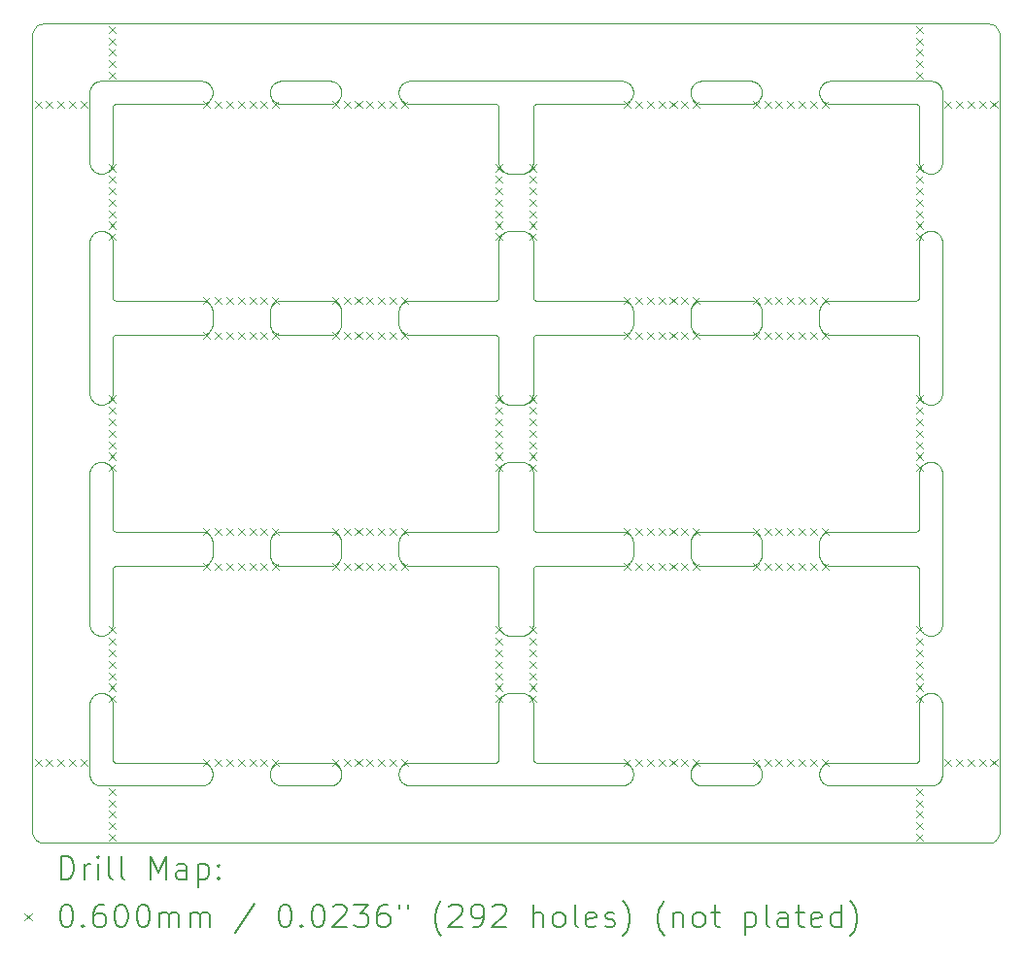
<source format=gbr>
%FSLAX45Y45*%
G04 Gerber Fmt 4.5, Leading zero omitted, Abs format (unit mm)*
G04 Created by KiCad (PCBNEW (6.0.5)) date 2022-06-05 15:57:27*
%MOMM*%
%LPD*%
G01*
G04 APERTURE LIST*
%TA.AperFunction,Profile*%
%ADD10C,0.100000*%
%TD*%
%ADD11C,0.200000*%
%ADD12C,0.060000*%
G04 APERTURE END LIST*
D10*
X9233118Y-5397921D02*
X9234415Y-5393239D01*
X2972669Y-4215888D02*
X2237736Y-4215999D01*
X2089296Y-2000477D02*
X2094142Y-2000119D01*
X4696301Y-2074945D02*
X4697597Y-2070262D01*
X4707416Y-2152279D02*
X4705021Y-2148052D01*
X7855532Y-6005161D02*
X7856597Y-6009902D01*
X5784962Y-3309903D02*
X5789704Y-3310968D01*
X3581172Y-2056672D02*
X3583357Y-2052332D01*
X2183660Y-5366983D02*
X2186260Y-5371087D01*
X3052180Y-5970409D02*
X3054979Y-5974382D01*
X4149335Y-2016685D02*
X4153307Y-2019483D01*
X5572189Y-6776906D02*
X5570440Y-6772374D01*
X9341204Y-3308477D02*
X9346026Y-3309072D01*
X7846812Y-4163382D02*
X7844417Y-4167609D01*
X4192261Y-6014690D02*
X4192856Y-6019513D01*
X7846808Y-5982546D02*
X7848993Y-5986886D01*
X6642372Y-7945732D02*
X6647218Y-7946091D01*
X9364852Y-4817213D02*
X9360238Y-4818737D01*
X7258976Y-7981908D02*
X7262151Y-7978228D01*
X7297625Y-4208250D02*
X7293182Y-4206281D01*
X4108846Y-6229212D02*
X4104023Y-6229806D01*
X4705021Y-6178052D02*
X4702837Y-6173712D01*
X6730712Y-2065648D02*
X6732237Y-2070262D01*
X9252627Y-3344182D02*
X9255801Y-3340504D01*
X3023554Y-6216032D02*
X3019326Y-6218427D01*
X2001902Y-8066314D02*
X2001072Y-8061526D01*
X7801837Y-3925292D02*
X7806177Y-3927477D01*
X8362764Y-8016147D02*
X8364288Y-8011532D01*
X7801818Y-5939719D02*
X7806159Y-5941903D01*
X3019335Y-2011690D02*
X3023563Y-2014085D01*
X7846808Y-6177954D02*
X7844412Y-6182182D01*
X6661543Y-6227148D02*
X6656801Y-6228212D01*
X4695236Y-2079686D02*
X4696301Y-2074945D01*
X2977510Y-6229993D02*
X2972639Y-6230112D01*
X5859060Y-2742374D02*
X5857311Y-2746906D01*
X5569112Y-7408285D02*
X5570635Y-7403670D01*
X9378168Y-2796310D02*
X9373828Y-2798495D01*
X5552763Y-7939647D02*
X5555115Y-7937726D01*
X7236977Y-6140921D02*
X7236619Y-6136075D01*
X4699120Y-5995763D02*
X4700868Y-5991230D01*
X9355555Y-8143033D02*
X9350814Y-8144097D01*
X8358500Y-6029125D02*
X8358619Y-6024255D01*
X3006008Y-6224329D02*
X3001393Y-6225853D01*
X7858023Y-6019513D02*
X7858380Y-6024360D01*
X6703990Y-3941264D02*
X6707509Y-3944614D01*
X5812515Y-2796314D02*
X5808176Y-2798498D01*
X5563828Y-7923722D02*
X5564511Y-7920764D01*
X4715806Y-8109805D02*
X4712816Y-8105974D01*
X2198448Y-5402660D02*
X2199280Y-5407447D01*
X5616985Y-6826314D02*
X5612757Y-6823920D01*
X5832139Y-5348655D02*
X5835658Y-5352007D01*
X3577453Y-5995933D02*
X3579201Y-5991400D01*
X9266350Y-5345464D02*
X9270180Y-5342475D01*
X4699120Y-2134737D02*
X4697596Y-2130123D01*
X3571786Y-4121640D02*
X3571667Y-4116770D01*
X5882461Y-6233271D02*
X5878525Y-6235456D01*
X2197382Y-3382920D02*
X2198448Y-3387660D01*
X6637488Y-8146000D02*
X4792346Y-8146000D01*
X7852712Y-8080352D02*
X7850964Y-8084885D01*
X7335497Y-2200218D02*
X7330628Y-2200098D01*
X5536519Y-5930429D02*
X5538812Y-5930234D01*
X5765632Y-3308000D02*
X5770503Y-3308119D01*
X2036195Y-5345472D02*
X2040026Y-5342483D01*
X5555115Y-6238273D02*
X5552722Y-6236322D01*
X3042675Y-3944614D02*
X3046025Y-3948133D01*
X7825978Y-5955859D02*
X7829498Y-5959209D01*
X2991968Y-2198212D02*
X2987179Y-2199042D01*
X4132219Y-2007536D02*
X4136661Y-2009505D01*
X5649326Y-7339072D02*
X5654150Y-7338477D01*
X5649121Y-6836928D02*
X5644334Y-6836098D01*
X6719812Y-2156118D02*
X6717014Y-2160091D01*
X3039151Y-2025646D02*
X3042670Y-2028997D01*
X5835658Y-7367007D02*
X5839009Y-7370528D01*
X1535651Y-8622477D02*
X1537546Y-8624032D01*
X6656827Y-7947517D02*
X6661567Y-7948582D01*
X7253185Y-8102001D02*
X7250585Y-8097896D01*
X4190366Y-2074945D02*
X4191431Y-2079686D01*
X3069764Y-8066314D02*
X3068699Y-8071055D01*
X4754437Y-5937653D02*
X4758970Y-5935904D01*
X8358500Y-2099012D02*
X8358619Y-2094142D01*
X6714032Y-3951813D02*
X6717021Y-3955643D01*
X7244036Y-2061114D02*
X7246005Y-2056672D01*
X7236977Y-8035013D02*
X7237572Y-8030190D01*
X3039151Y-8120354D02*
X3035471Y-8123528D01*
X4157144Y-3938260D02*
X4160823Y-3941433D01*
X2094142Y-2000119D02*
X2099012Y-2000000D01*
X4768291Y-7948852D02*
X4773032Y-7947788D01*
X8394702Y-7968354D02*
X8398533Y-7965365D01*
X2223248Y-2201293D02*
X2218856Y-2202671D01*
X7240764Y-3985977D02*
X7242288Y-3981363D01*
X6703978Y-5956028D02*
X6707498Y-5959379D01*
X4693453Y-6024255D02*
X4693810Y-6019409D01*
X4702837Y-2143712D02*
X4700868Y-2139270D01*
X7848995Y-8089328D02*
X7846810Y-8093668D01*
X7320987Y-7946788D02*
X7325810Y-7946193D01*
X5654150Y-5323477D02*
X5658997Y-5323120D01*
X3588348Y-6186214D02*
X3585749Y-6182109D01*
X6736500Y-6131100D02*
X6736380Y-6135970D01*
X4167692Y-3948303D02*
X4170865Y-3951982D01*
X2216098Y-7942059D02*
X2218856Y-7943329D01*
X2216098Y-2203941D02*
X2213483Y-2205484D01*
X7856598Y-3995470D02*
X7857428Y-4000257D01*
X3023571Y-3929702D02*
X3027676Y-3932302D01*
X5597171Y-2782363D02*
X5593652Y-2779014D01*
X2213483Y-4220484D02*
X2211037Y-4222283D01*
X7825990Y-7971433D02*
X7829509Y-7974784D01*
X4729535Y-7968354D02*
X4733366Y-7965365D01*
X1562887Y-8638801D02*
X1570957Y-8641658D01*
X4104051Y-3916260D02*
X4108873Y-3916856D01*
X4702840Y-3972556D02*
X4705026Y-3968215D01*
X3628329Y-2190708D02*
X3623989Y-2188523D01*
X6722417Y-3963721D02*
X6724812Y-3967948D01*
X2065648Y-4817213D02*
X2061114Y-4815464D01*
X7316173Y-2198313D02*
X7311433Y-2197248D01*
X6707498Y-2171121D02*
X6703978Y-2174472D01*
X4181643Y-2052332D02*
X4183828Y-2056672D01*
X9249638Y-7378012D02*
X9252627Y-7374182D01*
X9209672Y-5928874D02*
X9212493Y-5927750D01*
X2209885Y-5922726D02*
X2212278Y-5924677D01*
X4729535Y-4193145D02*
X4725855Y-4189972D01*
X4792331Y-6230388D02*
X4787461Y-6230267D01*
X4176645Y-6186288D02*
X4173847Y-6190261D01*
X4187547Y-3981433D02*
X4189071Y-3986047D01*
X8375182Y-6186384D02*
X8372582Y-6182279D01*
X2198448Y-3387660D02*
X2199280Y-3392447D01*
X3660963Y-8145523D02*
X3656140Y-8144928D01*
X4710021Y-3959882D02*
X4712820Y-3955909D01*
X7822298Y-2177815D02*
X7818467Y-2180805D01*
X9355555Y-2002967D02*
X9360238Y-2004263D01*
X6670863Y-7951404D02*
X6675396Y-7953153D01*
X9430380Y-3402142D02*
X9430500Y-3407012D01*
X4696301Y-4140670D02*
X4695236Y-4135928D01*
X5874922Y-3907760D02*
X5877277Y-3909677D01*
X2991968Y-5932288D02*
X2996709Y-5933352D01*
X3611700Y-4196305D02*
X3607868Y-4193315D01*
X4777794Y-6229314D02*
X4773007Y-6228482D01*
X5564929Y-4243981D02*
X5564511Y-4240236D01*
X6670852Y-8140212D02*
X6666238Y-8141737D01*
X3641928Y-2004263D02*
X3646612Y-2002967D01*
X3071189Y-2110817D02*
X3070595Y-2115640D01*
X5883903Y-5928348D02*
X5886729Y-5929314D01*
X4763584Y-2196121D02*
X4758970Y-2194596D01*
X7236500Y-4116770D02*
X7236500Y-4014730D01*
X5857117Y-7399135D02*
X5858865Y-7403670D01*
X5550229Y-7941321D02*
X5552763Y-7939647D01*
X8406612Y-3929968D02*
X8410841Y-3927573D01*
X8447796Y-8145523D02*
X8442974Y-8144928D01*
X7759473Y-2200282D02*
X7335497Y-2200218D01*
X5852964Y-5375350D02*
X5855148Y-5379692D01*
X7302137Y-6224427D02*
X7297604Y-6222677D01*
X2089296Y-5323477D02*
X2094142Y-5323120D01*
X8358619Y-6136245D02*
X8358500Y-6131375D01*
X9287020Y-6828491D02*
X9282679Y-6826305D01*
X5555115Y-7937726D02*
X5557260Y-7935577D01*
X7265491Y-6201216D02*
X7262141Y-6197697D01*
X5864645Y-3407042D02*
X5864501Y-3884808D01*
X5630497Y-5328790D02*
X5635112Y-5327265D01*
X7335512Y-8146000D02*
X7330642Y-8145880D01*
X6736500Y-4116875D02*
X6736380Y-4121745D01*
X7325782Y-2199740D02*
X7320960Y-2199144D01*
X8377979Y-6190357D02*
X8375182Y-6186384D01*
X2094142Y-5323120D02*
X2099012Y-5323000D01*
X7832854Y-2032516D02*
X7836028Y-2036195D01*
X9262861Y-6812344D02*
X9259341Y-6808993D01*
X8410832Y-2011690D02*
X8415172Y-2009505D01*
X4118400Y-7948752D02*
X4123083Y-7950049D01*
X9420995Y-5379672D02*
X9422964Y-5384114D01*
X7272689Y-2177740D02*
X7269010Y-2174567D01*
X4191430Y-6009902D02*
X4192261Y-6014690D01*
X9426237Y-2737738D02*
X9424713Y-2742352D01*
X7246003Y-6173542D02*
X7244035Y-6169100D01*
X3660977Y-4215306D02*
X3656154Y-4214712D01*
X9430023Y-7427296D02*
X9430380Y-7432142D01*
X3581170Y-6173542D02*
X3579201Y-6169100D01*
X5560821Y-3900729D02*
X5562229Y-3898039D01*
X5784962Y-5324903D02*
X5789704Y-5325968D01*
X1569816Y-1504719D02*
X1561721Y-1507649D01*
X8442960Y-2199314D02*
X8438173Y-2198483D01*
X8398533Y-3935365D02*
X8402506Y-3932567D01*
X2196085Y-3378239D02*
X2197382Y-3382920D01*
X6656801Y-5932288D02*
X6661543Y-5933352D01*
X2223199Y-4216304D02*
X2220328Y-4217126D01*
X3065880Y-3981263D02*
X3067404Y-3985877D01*
X9373828Y-2798495D02*
X9369386Y-2800464D01*
X3628348Y-7955219D02*
X3632791Y-7953250D01*
X2167829Y-3333637D02*
X2171348Y-3336986D01*
X8428774Y-3920147D02*
X8433457Y-3918852D01*
X2004263Y-8075738D02*
X2002967Y-8071055D01*
X7764343Y-6230163D02*
X7759473Y-6230282D01*
X9408028Y-3344195D02*
X9411017Y-3348026D01*
X2084474Y-2001072D02*
X2089296Y-2000477D01*
X8457497Y-6230388D02*
X8452628Y-6230267D01*
X3637326Y-4209999D02*
X3632791Y-4208250D01*
X7302159Y-4209999D02*
X7297625Y-4208250D01*
X9239852Y-4766308D02*
X9237883Y-4761865D01*
X7836024Y-6194092D02*
X7832849Y-6197771D01*
X7306750Y-5934549D02*
X7311433Y-5933252D01*
X5590301Y-6805496D02*
X5587128Y-6801818D01*
X6717017Y-2040026D02*
X6719815Y-2043999D01*
X5858865Y-5388670D02*
X5860388Y-5393285D01*
X2205823Y-7933222D02*
X2208821Y-7936715D01*
X2977539Y-3915733D02*
X2982384Y-3916091D01*
X8368007Y-8002556D02*
X8370192Y-7998215D01*
X5534383Y-6230500D02*
X4792331Y-6230388D01*
X2089296Y-6837523D02*
X2084474Y-6836928D01*
X4192261Y-6145810D02*
X4191430Y-6150598D01*
X3579203Y-8084885D02*
X3577454Y-8080352D01*
X9430500Y-7437012D02*
X9430500Y-8046988D01*
X9255991Y-4790472D02*
X9252817Y-4786792D01*
X3054985Y-4171884D02*
X3052187Y-4175857D01*
X7806159Y-5941903D02*
X7810387Y-5944298D01*
X8391016Y-8120354D02*
X8387497Y-8117003D01*
X1507649Y-8584279D02*
X1511846Y-8593147D01*
X5625963Y-3315539D02*
X5630497Y-3313790D01*
X9418810Y-3360332D02*
X9420995Y-3364672D01*
X2180672Y-2767960D02*
X2177683Y-2771792D01*
X2174509Y-4790472D02*
X2171159Y-4793993D01*
X5625766Y-6830467D02*
X5621324Y-6828498D01*
X3637326Y-3921501D02*
X3641940Y-3919978D01*
X3628339Y-2009505D02*
X3632781Y-2007536D01*
X7284595Y-5944372D02*
X7288823Y-5941977D01*
X7818474Y-2019483D02*
X7822305Y-2022472D01*
X4718979Y-8113484D02*
X4715806Y-8109805D01*
X7854236Y-6000477D02*
X7855532Y-6005161D01*
X9274153Y-5339679D02*
X9278257Y-5337080D01*
X7839021Y-4175687D02*
X7836032Y-4179517D01*
X5832329Y-4797363D02*
X5828650Y-4800536D01*
X5868441Y-7929402D02*
X5870822Y-7933222D01*
X5807980Y-5332509D02*
X5812321Y-5334694D01*
X9205314Y-4215997D02*
X9200407Y-4215514D01*
X1581705Y-1501741D02*
X1579300Y-1502220D01*
X2200376Y-3882708D02*
X2200072Y-3887069D01*
X5866642Y-3895220D02*
X5867750Y-3897993D01*
X3641940Y-3919978D02*
X3646624Y-3918682D01*
X6714024Y-6193922D02*
X6710849Y-6197602D01*
X7253188Y-3959712D02*
X7255986Y-3955739D01*
X6692493Y-6213433D02*
X6688387Y-6216032D01*
X7242286Y-5995933D02*
X7244035Y-5991400D01*
X4187545Y-2134637D02*
X4185796Y-2139171D01*
X9424713Y-3373648D02*
X9426237Y-3378262D01*
X4699122Y-3981533D02*
X4700871Y-3976999D01*
X4157144Y-7968260D02*
X4160823Y-7971433D01*
X8398533Y-7965365D02*
X8402506Y-7962567D01*
X3594135Y-5966482D02*
X3597308Y-5962803D01*
X9202302Y-6230611D02*
X9199383Y-6230500D01*
X2002967Y-6763055D02*
X2001902Y-6758314D01*
X9346026Y-8144928D02*
X9341204Y-8145523D01*
X5559177Y-2212778D02*
X5557260Y-2210423D01*
X3572144Y-8056704D02*
X3571786Y-8051858D01*
X4157138Y-8123528D02*
X4153307Y-8126517D01*
X2120666Y-7339902D02*
X2125406Y-7340966D01*
X7320974Y-8144928D02*
X7316186Y-8144097D01*
X4694405Y-2084474D02*
X4695236Y-2079686D01*
X9426237Y-5393262D02*
X9427533Y-5397945D01*
X2197382Y-7412920D02*
X2198448Y-7417660D01*
X6736500Y-8046988D02*
X6736380Y-8051858D01*
X9341204Y-5323477D02*
X9346026Y-5324072D01*
X3665794Y-6230098D02*
X3660949Y-6229739D01*
X9221179Y-7936715D02*
X9224177Y-7933222D01*
X9422964Y-5384114D02*
X9424713Y-5388648D01*
X5653943Y-6837523D02*
X5649121Y-6836928D01*
X2186260Y-5371087D02*
X2188656Y-5375314D01*
X2125204Y-2805032D02*
X2120462Y-2806097D01*
X4123083Y-3920049D02*
X4127696Y-3921573D01*
X5597171Y-4797363D02*
X5593652Y-4794014D01*
X2043999Y-7354685D02*
X2048104Y-7352085D01*
X9282679Y-6826305D02*
X9278451Y-6823909D01*
X3031633Y-6210635D02*
X3027660Y-6213433D01*
X8358977Y-8056704D02*
X8358619Y-8051858D01*
X7240762Y-6000547D02*
X7242286Y-5995933D01*
X4191431Y-8025470D02*
X4192262Y-8030257D01*
X5869154Y-5915685D02*
X5870822Y-5918222D01*
X4710018Y-2043999D02*
X4712816Y-2040026D01*
X6707503Y-2028997D02*
X6710854Y-2032516D01*
X7797375Y-2192750D02*
X7792841Y-2194499D01*
X9262671Y-3333637D02*
X9266350Y-3330464D01*
X5816743Y-2793920D02*
X5812515Y-2796314D01*
X3574634Y-3990661D02*
X3575931Y-3985977D01*
X2204154Y-7930685D02*
X2205823Y-7933222D01*
X8360403Y-4135928D02*
X8359572Y-4131140D01*
X2202171Y-3896643D02*
X2203441Y-3899402D01*
X2180862Y-3348012D02*
X2183660Y-3351983D01*
X3670694Y-7945718D02*
X4094336Y-7945782D01*
X5775557Y-4822523D02*
X5770712Y-4822880D01*
X3027676Y-4199198D02*
X3023571Y-4201798D01*
X3615665Y-8129315D02*
X3611693Y-8126517D01*
X9848795Y-8644259D02*
X9851199Y-8643780D01*
X4181641Y-5982546D02*
X4183826Y-5986886D01*
X1522738Y-8609439D02*
X1529328Y-8616707D01*
X9247030Y-2763986D02*
X9244430Y-2759879D01*
X7846812Y-3968118D02*
X7848996Y-3972458D01*
X4104051Y-4215240D02*
X4099205Y-4215598D01*
X2001072Y-4738526D02*
X2000477Y-4733704D01*
X2206751Y-4226576D02*
X2204956Y-4229025D01*
X5550229Y-3911321D02*
X5552763Y-3909647D01*
X9413815Y-4779001D02*
X9411017Y-4782974D01*
X2200804Y-7922301D02*
X2201626Y-7925172D01*
X3046021Y-2032516D02*
X3049194Y-2036195D01*
X9237883Y-4761865D02*
X9236135Y-4757330D01*
X5864855Y-2709018D02*
X5864734Y-2713887D01*
X5576344Y-6785686D02*
X5574159Y-6781347D01*
X4763607Y-4211353D02*
X4758992Y-4209829D01*
X3054982Y-2043999D02*
X3057581Y-2048104D01*
X3042665Y-5959379D02*
X3046016Y-5962898D01*
X4179251Y-3963890D02*
X4181645Y-3968118D01*
X5564196Y-2223699D02*
X5563358Y-2220780D01*
X9230466Y-4246030D02*
X9229207Y-4238748D01*
X2134503Y-6832210D02*
X2129888Y-6833735D01*
X3054985Y-7989616D02*
X3057584Y-7993721D01*
X8359572Y-6145912D02*
X8358977Y-6141090D01*
X4193214Y-8039925D02*
X4193333Y-8046988D01*
X5663657Y-4823000D02*
X5658788Y-4822880D01*
X5881098Y-7942059D02*
X5885328Y-7943874D01*
X3071547Y-8039755D02*
X3071667Y-8046988D01*
X2139234Y-7345533D02*
X2143676Y-7347502D01*
X7280506Y-7962397D02*
X7284612Y-7959798D01*
X7797385Y-8138464D02*
X7792852Y-8140212D01*
X7238403Y-4136098D02*
X7237572Y-4131310D01*
X2019483Y-2767974D02*
X2016685Y-2764001D01*
X2005787Y-8080352D02*
X2004263Y-8075738D01*
X2230582Y-2200032D02*
X2223248Y-2201293D01*
X4707416Y-5978221D02*
X4710015Y-5974116D01*
X9901207Y-8616672D02*
X9906977Y-8610349D01*
X4705026Y-3968215D02*
X4707421Y-3963987D01*
X4695236Y-6009800D02*
X4696300Y-6005060D01*
X9226559Y-4231598D02*
X9225044Y-4229025D01*
X2000119Y-5417142D02*
X2000477Y-5412296D01*
X6700298Y-2177646D02*
X6696467Y-2180635D01*
X6661567Y-4212917D02*
X6656827Y-4213983D01*
X9426237Y-4752738D02*
X9424713Y-4757352D01*
X4745665Y-8134310D02*
X4741437Y-8131915D01*
X5560016Y-6243983D02*
X5557260Y-6240422D01*
X5878525Y-6235456D02*
X5876036Y-6237283D01*
X9213902Y-4218941D02*
X9211144Y-4217671D01*
X6688387Y-6216032D02*
X6684159Y-6218427D01*
X2188464Y-4770650D02*
X2186070Y-4774879D01*
X4141001Y-2011690D02*
X4145229Y-2014085D01*
X2197183Y-2733030D02*
X2195888Y-2737715D01*
X2213483Y-2205484D02*
X2211076Y-2207251D01*
X3632791Y-7953250D02*
X3637326Y-7951501D01*
X5865804Y-4238699D02*
X5865260Y-4241738D01*
X2207740Y-5920577D02*
X2209885Y-5922726D01*
X6688404Y-4201797D02*
X6684177Y-4204193D01*
X5527264Y-5930001D02*
X5532202Y-5930123D01*
X2183660Y-7381983D02*
X2186260Y-7386087D01*
X8391016Y-2025646D02*
X8394695Y-2022472D01*
X4190367Y-8020729D02*
X4191431Y-8025470D01*
X8391010Y-5955764D02*
X8394689Y-5952590D01*
X7335497Y-6230218D02*
X7330628Y-6230098D01*
X9346026Y-2806928D02*
X9341204Y-2807523D01*
X5828650Y-6815536D02*
X5824820Y-6818524D01*
X8372582Y-6182279D02*
X8370188Y-6178052D01*
X3670679Y-2000000D02*
X4094321Y-2000000D01*
X5590301Y-4790496D02*
X5587127Y-4786818D01*
X7822311Y-3938259D02*
X7825990Y-3941433D01*
X2180672Y-4782960D02*
X2177683Y-4786792D01*
X3572143Y-2110921D02*
X3571786Y-2106075D01*
X5863577Y-7422500D02*
X5864170Y-7427324D01*
X4189069Y-6160023D02*
X4187545Y-6164637D01*
X7320960Y-5931356D02*
X7325782Y-5930760D01*
X2208821Y-7936715D02*
X2211076Y-7938749D01*
X2000000Y-6738988D02*
X2000000Y-5422012D01*
X7246007Y-3972386D02*
X7248192Y-3968046D01*
X8361468Y-3990830D02*
X8362764Y-3986147D01*
X5845172Y-7378040D02*
X5847970Y-7382014D01*
X5895715Y-6230000D02*
X5894456Y-6230041D01*
X2204956Y-4229025D02*
X2203418Y-4231643D01*
X2200026Y-2713829D02*
X2199670Y-2718676D01*
X8364286Y-2134737D02*
X8362762Y-2130123D01*
X5565720Y-4738553D02*
X5565124Y-4733732D01*
X5576536Y-7390350D02*
X5578931Y-7386121D01*
X3575931Y-8015977D02*
X3577455Y-8011363D01*
X4729529Y-8123528D02*
X4725849Y-8120354D01*
X7236500Y-6029294D02*
X7236619Y-6024425D01*
X7852711Y-6164637D02*
X7850962Y-6169171D01*
X5845172Y-3348040D02*
X5847970Y-3352014D01*
X7848996Y-4159042D02*
X7846812Y-4163382D01*
X2007536Y-4761886D02*
X2005787Y-4757352D01*
X8387491Y-6201386D02*
X8384141Y-6197867D01*
X3571667Y-6029294D02*
X3571786Y-6024425D01*
X7778801Y-5932118D02*
X7783543Y-5933182D01*
X6666250Y-4211621D02*
X6661567Y-4212917D01*
X6675385Y-2007536D02*
X6679828Y-2009505D01*
X6696481Y-4196400D02*
X6692509Y-4199198D01*
X2190648Y-6781308D02*
X2188464Y-6785650D01*
X7848996Y-8002458D02*
X7850965Y-8006900D01*
X9404854Y-4790484D02*
X9401503Y-4794003D01*
X9420995Y-2056672D02*
X9422964Y-2061114D01*
X2025646Y-3340516D02*
X2028997Y-3336997D01*
X2052332Y-2796310D02*
X2048104Y-2793915D01*
X3068700Y-3990560D02*
X3069764Y-3995300D01*
X5789704Y-5325968D02*
X5794388Y-5327265D01*
X5780379Y-6836928D02*
X5775557Y-6837523D01*
X4702839Y-8089328D02*
X4700870Y-8084885D01*
X6652040Y-7946686D02*
X6656827Y-7947517D01*
X2019483Y-3348026D02*
X2022472Y-3344195D01*
X9360238Y-3312263D02*
X9364852Y-3313787D01*
X7237572Y-2084474D02*
X7238402Y-2079686D01*
X4725843Y-2174736D02*
X4722325Y-2171386D01*
X5581340Y-2764017D02*
X5578740Y-2759913D01*
X3071547Y-8051858D02*
X3071190Y-8056704D01*
X3065878Y-2134467D02*
X3064129Y-2139001D01*
X3065880Y-8011263D02*
X3067404Y-8015877D01*
X5584328Y-5363040D02*
X5587317Y-5359208D01*
X4749996Y-5939622D02*
X4754437Y-5937653D01*
X2202750Y-7927993D02*
X2204154Y-7930685D01*
X7284612Y-7959798D02*
X7288841Y-7957403D01*
X7769190Y-5930694D02*
X7774013Y-5931288D01*
X2001072Y-8061526D02*
X2000477Y-8056704D01*
X5663868Y-3308000D02*
X5765632Y-3308000D01*
X4123060Y-6226022D02*
X4118376Y-6227318D01*
X9420995Y-6781328D02*
X9418810Y-6785668D01*
X2000119Y-7432142D02*
X2000477Y-7427296D01*
X6637473Y-6230112D02*
X5895715Y-6230000D01*
X5600850Y-4800536D02*
X5597171Y-4797363D01*
X2177873Y-5359182D02*
X2180862Y-5363012D01*
X5832329Y-6812363D02*
X5828650Y-6815536D01*
X3572144Y-8035013D02*
X3572739Y-8030190D01*
X7806159Y-2188597D02*
X7801818Y-2190781D01*
X2203441Y-3899402D02*
X2204984Y-3902017D01*
X7246005Y-2056672D02*
X7248190Y-2052332D01*
X9386501Y-8129315D02*
X9382396Y-8131915D01*
X2074945Y-6835033D02*
X2070262Y-6833737D01*
X9230355Y-6738958D02*
X9230473Y-6260101D01*
X5565124Y-4733732D02*
X5564765Y-4728887D01*
X9300412Y-7342261D02*
X9305094Y-7340966D01*
X5877277Y-3909677D02*
X5879771Y-3911321D01*
X5770712Y-2807880D02*
X5765843Y-2808000D01*
X4693453Y-2094142D02*
X4693810Y-2089296D01*
X6724808Y-5982715D02*
X6726993Y-5987056D01*
X5644334Y-2806098D02*
X5639594Y-2805034D01*
X4705026Y-7998215D02*
X4707421Y-7993987D01*
X3071547Y-4121745D02*
X3071190Y-4126590D01*
X6642343Y-6229993D02*
X6637473Y-6230112D01*
X4160811Y-6204641D02*
X4157131Y-6207815D01*
X2061114Y-5330536D02*
X2065648Y-5328787D01*
X8362763Y-8075738D02*
X8361467Y-8071055D01*
X4118376Y-2197318D02*
X4113634Y-2198382D01*
X5649326Y-5324072D02*
X5654150Y-5323477D01*
X3071547Y-4009755D02*
X3071667Y-4014625D01*
X8368007Y-4158944D02*
X8366038Y-4154501D01*
X5885328Y-7943874D02*
X5889736Y-7945011D01*
X6736023Y-8056704D02*
X6735428Y-8061526D01*
X5572383Y-7399135D02*
X5574352Y-7394692D01*
X7246003Y-2143542D02*
X7244035Y-2139100D01*
X5894635Y-3915487D02*
X6637503Y-3915612D01*
X5597361Y-3333655D02*
X5601041Y-3330480D01*
X2120462Y-6836097D02*
X2115674Y-6836928D01*
X4193333Y-4116706D02*
X4193214Y-4121575D01*
X3607855Y-5952759D02*
X3611685Y-5949770D01*
X8387502Y-4186621D02*
X8384151Y-4183102D01*
X4164342Y-3944784D02*
X4167692Y-3948303D01*
X7293172Y-2009505D02*
X7297614Y-2007536D01*
X5816549Y-7352090D02*
X5820655Y-7354691D01*
X8366035Y-6169270D02*
X8364286Y-6164736D01*
X2079686Y-5324903D02*
X2084474Y-5324072D01*
X9411017Y-3348026D02*
X9413815Y-3351999D01*
X9225044Y-3901975D02*
X9226582Y-3899357D01*
X2084474Y-7339072D02*
X2089296Y-7338477D01*
X9877647Y-8634154D02*
X9886061Y-8629108D01*
X6736500Y-2099012D02*
X6736380Y-2105971D01*
X8384146Y-2032516D02*
X8387497Y-2028997D01*
X4695236Y-2120700D02*
X4694405Y-2115913D01*
X9382396Y-7352085D02*
X9386501Y-7354685D01*
X6684159Y-5942073D02*
X6688387Y-5944468D01*
X8387491Y-5959114D02*
X8391010Y-5955764D01*
X5544672Y-4217126D02*
X5540264Y-4215989D01*
X5860388Y-7408285D02*
X5861683Y-7412969D01*
X4179248Y-2048104D02*
X4181643Y-2052332D01*
X7276533Y-7965195D02*
X7280506Y-7962397D01*
X9255991Y-6805472D02*
X9252817Y-6801792D01*
X3052187Y-7985643D02*
X3054985Y-7989616D01*
X5564974Y-7432171D02*
X5565330Y-7427324D01*
X4157131Y-5952685D02*
X4160811Y-5955859D01*
X6736023Y-8034909D02*
X6736380Y-8039755D01*
X8372582Y-2152279D02*
X8370188Y-2148052D01*
X4149327Y-2183602D02*
X4145221Y-2186202D01*
X7311457Y-3918682D02*
X7316199Y-3917618D01*
X2036195Y-4800528D02*
X2032516Y-4797354D01*
X4693453Y-4121470D02*
X4693333Y-4116600D01*
X7855533Y-3990729D02*
X7856598Y-3995470D01*
X8391010Y-2174736D02*
X8387491Y-2171386D01*
X2190841Y-7394653D02*
X2192811Y-7399094D01*
X9314826Y-2806928D02*
X9310038Y-2806097D01*
X9411017Y-5363026D02*
X9413815Y-5366999D01*
X4193214Y-4121575D02*
X4192856Y-4126421D01*
X2987193Y-2001072D02*
X2991980Y-2001902D01*
X2180672Y-6797960D02*
X2177683Y-6801792D01*
X9230265Y-7432113D02*
X9230624Y-7427268D01*
X3023571Y-7959702D02*
X3027676Y-7962302D01*
X9237689Y-3369094D02*
X9239659Y-3364653D01*
X7330642Y-2000119D02*
X7335512Y-2000000D01*
X9310038Y-4821097D02*
X9305296Y-4820032D01*
X9229196Y-7922301D02*
X9229893Y-7917751D01*
X7844417Y-3963890D02*
X7846812Y-3968118D01*
X4145221Y-2186202D02*
X4140992Y-2188597D01*
X7236500Y-6131206D02*
X7236500Y-6029294D01*
X9411017Y-2767974D02*
X9408028Y-2771805D01*
X5593841Y-5352007D02*
X5597361Y-5348655D01*
X9394305Y-2785528D02*
X9390474Y-2788517D01*
X5578740Y-6789913D02*
X5576344Y-6785686D01*
X6647190Y-2199637D02*
X6642343Y-2199994D01*
X2192617Y-6776865D02*
X2190648Y-6781308D01*
X9237689Y-7399094D02*
X9239659Y-7394653D01*
X5862747Y-7417712D02*
X5863577Y-7422500D01*
X3062159Y-5987056D02*
X3064129Y-5991499D01*
X3597308Y-2167697D02*
X3594135Y-2164018D01*
X9394305Y-4800528D02*
X9390474Y-4803517D01*
X2129888Y-4818735D02*
X2125204Y-4820032D01*
X9286824Y-7347502D02*
X9291266Y-7345533D01*
X2152243Y-7352080D02*
X2156347Y-7354678D01*
X6656801Y-6228212D02*
X6652013Y-6229042D01*
X8384151Y-7978398D02*
X8387502Y-7974879D01*
X8362762Y-6160123D02*
X8361467Y-6155440D01*
X5567618Y-4748079D02*
X5566552Y-4743340D01*
X2204984Y-5917017D02*
X2207740Y-5920577D01*
X8372588Y-7993987D02*
X8375188Y-7989882D01*
X7325810Y-7946193D02*
X7330657Y-7945837D01*
X3615657Y-2183528D02*
X3611685Y-2180730D01*
X9201519Y-5930429D02*
X9203812Y-5930234D01*
X2163959Y-4800519D02*
X2160128Y-4803510D01*
X9829273Y-8646000D02*
X9840274Y-8645491D01*
X7302148Y-2005787D02*
X7306762Y-2004263D01*
X3070595Y-8030087D02*
X3071190Y-8034910D01*
X2011690Y-5375332D02*
X2014085Y-5371104D01*
X8433445Y-2002967D02*
X8438186Y-2001902D01*
X5564645Y-2709018D02*
X5564502Y-2238237D01*
X2120462Y-4821097D02*
X2115674Y-4821928D01*
X7258976Y-3951908D02*
X7262151Y-3948228D01*
X4176652Y-7989785D02*
X4179251Y-7993890D01*
X9230473Y-6260101D02*
X9228814Y-6252229D01*
X7841815Y-2043999D02*
X7844415Y-2048104D01*
X5612757Y-4808920D02*
X5608652Y-4806321D01*
X8428774Y-7950147D02*
X8433457Y-7948852D01*
X9274345Y-4806309D02*
X9270372Y-4803510D01*
X2228430Y-4215572D02*
X2226188Y-4215766D01*
X4702840Y-4158944D02*
X4700871Y-4154501D01*
X9234611Y-2737715D02*
X9233316Y-2733030D01*
X5864376Y-6748731D02*
X5863780Y-6753553D01*
X2040026Y-8126517D02*
X2036195Y-8123528D01*
X5850760Y-4774913D02*
X5848160Y-4779017D01*
X4187545Y-5995863D02*
X4189069Y-6000477D01*
X9397984Y-4797354D02*
X9394305Y-4800528D01*
X6710859Y-3948133D02*
X6714032Y-3951813D01*
X9235940Y-7403626D02*
X9237689Y-7399094D01*
X2200234Y-7432113D02*
X2200355Y-7436982D01*
X5864170Y-7427324D02*
X5864526Y-7432171D01*
X7832849Y-6197771D02*
X7829498Y-6201291D01*
X9427533Y-2074945D02*
X9428597Y-2079686D01*
X3064129Y-2139001D02*
X3062159Y-2143444D01*
X3597317Y-7978229D02*
X3600669Y-7974709D01*
X6647190Y-6229637D02*
X6642343Y-6229993D01*
X5608652Y-4806321D02*
X5604680Y-4803525D01*
X6684159Y-2188427D02*
X6679818Y-2190612D01*
X8368003Y-6173712D02*
X8366035Y-6169270D01*
X8368005Y-2056672D02*
X8370190Y-2052332D01*
X4763595Y-2004263D02*
X4768278Y-2002967D01*
X5820655Y-7354691D02*
X5824628Y-7357490D01*
X3583357Y-2052332D02*
X3585752Y-2048104D01*
X3057584Y-7993721D02*
X3059979Y-7997948D01*
X8387497Y-2028997D02*
X8391016Y-2025646D01*
X5868441Y-6246598D02*
X5867152Y-6249403D01*
X5876036Y-4222283D02*
X5872773Y-4225385D01*
X9244430Y-6789879D02*
X9242036Y-6785650D01*
X9336358Y-3308119D02*
X9341204Y-3308477D01*
X8452642Y-2000119D02*
X8457512Y-2000000D01*
X4741446Y-3929968D02*
X4745674Y-3927573D01*
X3665794Y-2200098D02*
X3660949Y-2199740D01*
X9230624Y-7427268D02*
X9231220Y-7422447D01*
X8394689Y-6207910D02*
X8391010Y-6204736D01*
X9430380Y-8051858D02*
X9430023Y-8056704D01*
X2011690Y-3360332D02*
X2014085Y-3356104D01*
X5872739Y-7935577D02*
X5874885Y-7937726D01*
X7814501Y-8129315D02*
X7810396Y-8131915D01*
X8370188Y-6178052D02*
X8368003Y-6173712D01*
X9397984Y-2782354D02*
X9394305Y-2785528D01*
X4113634Y-6228382D02*
X4108846Y-6229212D01*
X4763584Y-6226121D02*
X4758970Y-6224596D01*
X7783543Y-2197318D02*
X7778801Y-2198382D01*
X4773019Y-2001902D02*
X4777807Y-2001072D01*
X4192261Y-2084474D02*
X4192856Y-2089296D01*
X6732236Y-6159853D02*
X6730711Y-6164467D01*
X1504719Y-8576184D02*
X1507649Y-8584279D01*
X9266350Y-3330464D02*
X9270180Y-3327475D01*
X7788226Y-2196022D02*
X7783543Y-2197318D01*
X3067403Y-2129853D02*
X3065878Y-2134467D01*
X2094142Y-8145880D02*
X2089296Y-8145523D01*
X9394305Y-3330472D02*
X9397984Y-3333646D01*
X8384141Y-6197867D02*
X8380968Y-6194187D01*
X9408028Y-6801805D02*
X9404854Y-6805484D01*
X7858500Y-6131270D02*
X7858380Y-6136140D01*
X3632771Y-5937822D02*
X3637304Y-5936073D01*
X4693333Y-4116600D02*
X4693333Y-4014900D01*
X2982356Y-6229637D02*
X2977510Y-6229993D01*
X4164342Y-4186716D02*
X4160823Y-4190066D01*
X5557260Y-7935577D02*
X5559177Y-7933222D01*
X7276519Y-5949770D02*
X7280491Y-5946972D01*
X2213525Y-6235456D02*
X2211076Y-6237251D01*
X2028997Y-2028997D02*
X2032516Y-2025646D01*
X2000477Y-2718704D02*
X2000119Y-2713858D01*
X9378168Y-5334690D02*
X9382396Y-5337085D01*
X3619779Y-3929798D02*
X3624008Y-3927403D01*
X5832139Y-3333655D02*
X5835658Y-3337007D01*
X2120666Y-5324902D02*
X2125406Y-5325966D01*
X3660949Y-5930760D02*
X3665794Y-5930402D01*
X4153300Y-5949695D02*
X4157131Y-5952685D01*
X5621520Y-7347509D02*
X5625963Y-7345539D01*
X7238402Y-6150530D02*
X7237572Y-6145743D01*
X7818467Y-6210805D02*
X7814493Y-6213602D01*
X4733366Y-7965365D02*
X4737340Y-7962567D01*
X2203418Y-4231643D02*
X2202171Y-4234356D01*
X4695236Y-3995572D02*
X4696301Y-3990830D01*
X8359572Y-8061526D02*
X8358977Y-8056704D01*
X7844415Y-2048104D02*
X7846810Y-2052332D01*
X5835848Y-4794014D02*
X5832329Y-4797363D01*
X3632781Y-2007536D02*
X3637315Y-2005787D01*
X7858023Y-2089296D02*
X7858380Y-2094142D01*
X3574633Y-6155271D02*
X3573569Y-6150530D01*
X5644334Y-6836098D02*
X5639594Y-6835034D01*
X9255801Y-3340504D02*
X9259152Y-3336986D01*
X9230830Y-4733676D02*
X9230474Y-4728829D01*
X5567618Y-2733079D02*
X5566552Y-2728340D01*
X4733352Y-6210900D02*
X4729522Y-6207910D01*
X4127685Y-2005787D02*
X4132219Y-2007536D01*
X6696481Y-7965100D02*
X6700311Y-7968090D01*
X6642343Y-5930506D02*
X6647190Y-5930863D01*
X9309834Y-3309902D02*
X9314621Y-3309071D01*
X5654150Y-7338477D02*
X5658997Y-7338119D01*
X9930500Y-8544773D02*
X9930500Y-1601227D01*
X5564511Y-6255236D02*
X5563828Y-6252278D01*
X5889686Y-3915002D02*
X5894635Y-3915487D01*
X4787461Y-6230267D02*
X4782616Y-6229909D01*
X9229740Y-3889262D02*
X9229988Y-3885864D01*
X4153307Y-8126517D02*
X4149335Y-8129315D01*
X3070595Y-4131412D02*
X3069764Y-4136200D01*
X9233317Y-4748030D02*
X9232253Y-4743288D01*
X6724810Y-2052332D02*
X6726995Y-2056672D01*
X7239467Y-8071055D02*
X7238402Y-8066314D01*
X5608653Y-6821321D02*
X5604680Y-6818524D01*
X9408028Y-7374195D02*
X9411017Y-7378026D01*
X5863779Y-4738553D02*
X5862948Y-4743340D01*
X9295997Y-4817210D02*
X9291463Y-4815461D01*
X9278451Y-4808910D02*
X9274345Y-4806309D01*
X9314827Y-4821928D02*
X9310038Y-4821097D01*
X7841812Y-5974212D02*
X7844412Y-5978317D01*
X5794588Y-2803738D02*
X5789906Y-2805034D01*
X9200407Y-4215514D02*
X8457527Y-4215612D01*
X9249638Y-3348012D02*
X9252627Y-3344182D01*
X7858023Y-4126421D02*
X7857428Y-4131243D01*
X2011690Y-2052332D02*
X2014085Y-2048104D01*
X2987206Y-3916686D02*
X2991993Y-3917517D01*
X8447796Y-2000477D02*
X8452642Y-2000119D01*
X7238402Y-2079686D02*
X7239467Y-2074945D01*
X3623998Y-2011690D02*
X3628339Y-2009505D01*
X7250588Y-4167682D02*
X7248192Y-4163454D01*
X4702839Y-2056672D02*
X4705023Y-2052332D01*
X4179251Y-7993890D02*
X4181645Y-7998118D01*
X2202171Y-4234356D02*
X2201186Y-4237229D01*
X6710849Y-2167602D02*
X6707498Y-2171121D01*
X3023554Y-2186032D02*
X3019326Y-2188427D01*
X2125204Y-6835032D02*
X2120462Y-6836097D01*
X4758970Y-5935904D02*
X4763584Y-5934379D01*
X9404854Y-7370516D02*
X9408028Y-7374195D01*
X3070595Y-8061526D02*
X3069764Y-8066314D01*
X4179245Y-2152182D02*
X4176645Y-2156288D01*
X7255986Y-3955739D02*
X7258976Y-3951908D01*
X1516892Y-8601561D02*
X1522738Y-8609439D01*
X5794388Y-7342265D02*
X5799003Y-7343790D01*
X9205314Y-2200997D02*
X9200403Y-2200514D01*
X7320987Y-3916788D02*
X7325810Y-3916193D01*
X9217722Y-5924677D02*
X9220077Y-5922760D01*
X7240762Y-2129953D02*
X7239467Y-2125271D01*
X2199077Y-2723499D02*
X2198247Y-2728288D01*
X7240764Y-4145523D02*
X7239468Y-4140839D01*
X2070262Y-7342263D02*
X2074945Y-7340967D01*
X7325796Y-8145523D02*
X7320974Y-8144928D01*
X4777820Y-7946957D02*
X4782644Y-7946363D01*
X7269022Y-3941359D02*
X7272702Y-3938185D01*
X9401503Y-4794003D02*
X9397984Y-4797354D01*
X7284604Y-2014085D02*
X7288832Y-2011690D01*
X5850569Y-5371121D02*
X5852964Y-5375350D01*
X2079686Y-6836097D02*
X2074945Y-6835033D01*
X9424713Y-8080352D02*
X9422964Y-8084885D01*
X5803734Y-2800467D02*
X5799201Y-2802215D01*
X5574159Y-4766347D02*
X5572189Y-4761906D01*
X5864501Y-5898721D02*
X5864540Y-5900022D01*
X9360238Y-7342263D02*
X9364852Y-7343787D01*
X3577453Y-2134567D02*
X3575929Y-2129953D01*
X2194365Y-2742330D02*
X2192617Y-2746865D01*
X5865260Y-6256738D02*
X5865014Y-6260098D01*
X2201172Y-5908722D02*
X2202171Y-5911643D01*
X4725849Y-2025646D02*
X4729529Y-2022472D01*
X5867152Y-4234403D02*
X5865804Y-4238699D01*
X1601227Y-1500000D02*
X1590226Y-1500509D01*
X4190366Y-8071055D02*
X4189070Y-8075738D01*
X7335527Y-3915718D02*
X7759503Y-3915782D01*
X7255986Y-7985739D02*
X7258976Y-7981908D01*
X6736380Y-8039755D02*
X6736500Y-8046988D01*
X9373828Y-6828495D02*
X9369386Y-6830464D01*
X5858865Y-7403670D02*
X5860388Y-7408285D01*
X6670863Y-3921404D02*
X6675396Y-3923153D01*
X9912916Y-1543457D02*
X9906977Y-1535651D01*
X2224736Y-3915011D02*
X2227698Y-3915389D01*
X2056672Y-5332505D02*
X2061114Y-5330536D01*
X8359572Y-6014587D02*
X8360402Y-6009800D01*
X5561559Y-6246598D02*
X5560016Y-6243983D01*
X9244431Y-4774879D02*
X9242036Y-4770650D01*
X5789704Y-7340968D02*
X5794388Y-7342265D01*
X2177683Y-2771792D02*
X2174509Y-2775472D01*
X7858380Y-4121575D02*
X7858023Y-4126421D01*
X7335497Y-5930282D02*
X7759473Y-5930218D01*
X3064129Y-5991499D02*
X3065878Y-5996032D01*
X5541752Y-5929707D02*
X5544672Y-5928874D01*
X7284595Y-2186128D02*
X7280491Y-2183528D01*
X2192617Y-2746865D02*
X2190648Y-2751308D01*
X5868441Y-4231598D02*
X5867152Y-4234403D01*
X7801828Y-2009505D02*
X7806168Y-2011690D01*
X6717021Y-3955643D02*
X6719818Y-3959616D01*
X5564765Y-4728887D02*
X5564644Y-4724018D01*
X2014085Y-6789896D02*
X2011690Y-6785668D01*
X5816549Y-5337090D02*
X5820655Y-5339691D01*
X2004263Y-2737738D02*
X2002967Y-2733055D01*
X8358619Y-8040029D02*
X8358977Y-8035183D01*
X8387491Y-2171386D02*
X8384141Y-2167867D01*
X7783567Y-7948752D02*
X7788250Y-7950049D01*
X9413815Y-2043999D02*
X9416415Y-2048104D01*
X8364287Y-8080352D02*
X8362763Y-8075738D01*
X3023554Y-5944468D02*
X3027660Y-5947067D01*
X3062159Y-6173444D02*
X3059974Y-6177784D01*
X5546097Y-2202652D02*
X5543222Y-2201672D01*
X8452642Y-8145880D02*
X8447796Y-8145523D01*
X7293182Y-4206281D02*
X7288841Y-4204097D01*
X9390474Y-7357483D02*
X9394305Y-7360472D01*
X6717021Y-7985643D02*
X6719818Y-7989616D01*
X8415182Y-7955388D02*
X8419625Y-7953419D01*
X6675385Y-8138464D02*
X6670852Y-8140212D01*
X6666238Y-2004263D02*
X6670852Y-2005787D01*
X3656127Y-5931356D02*
X3660949Y-5930760D01*
X9364852Y-7343787D02*
X9369386Y-7345536D01*
X4170861Y-8109805D02*
X4167687Y-8113484D01*
X9324497Y-4822880D02*
X9319650Y-4822523D01*
X6724808Y-2147785D02*
X6722412Y-2152013D01*
X9408028Y-2036195D02*
X9411017Y-2040026D01*
X2040026Y-2788517D02*
X2036195Y-2785528D01*
X9851199Y-8643780D02*
X9860684Y-8641281D01*
X3001416Y-7949879D02*
X3006030Y-7951404D01*
X5658788Y-6837880D02*
X5653943Y-6837523D01*
X5574352Y-5379692D02*
X5576536Y-5375350D01*
X2009505Y-2751328D02*
X2007536Y-2746886D01*
X6707509Y-7974614D02*
X6710859Y-7978133D01*
X3571786Y-8039860D02*
X3572144Y-8035013D01*
X4189069Y-2130023D02*
X4187545Y-2134637D01*
X5572383Y-5384135D02*
X5574352Y-5379692D01*
X5820847Y-4806321D02*
X5816742Y-4808920D01*
X2074945Y-2002967D02*
X2079686Y-2001902D01*
X7810387Y-5944298D02*
X7814493Y-5946897D01*
X8402491Y-6213698D02*
X8398519Y-6210900D01*
X5534376Y-4215500D02*
X4792361Y-4215612D01*
X6728962Y-5991499D02*
X6730711Y-5996033D01*
X3071190Y-4126590D02*
X3070595Y-4131412D01*
X6652026Y-8144928D02*
X6647204Y-8145523D01*
X5866626Y-5910172D02*
X5867750Y-5912993D01*
X4183828Y-8089328D02*
X4181643Y-8093668D01*
X9416415Y-6789896D02*
X9413815Y-6794001D01*
X4702837Y-6173712D02*
X4700868Y-6169270D01*
X4722330Y-8117003D02*
X4718979Y-8113484D01*
X5649121Y-4821929D02*
X5644334Y-4821098D01*
X6692509Y-7962302D02*
X6696481Y-7965100D01*
X2148015Y-3319686D02*
X2152243Y-3322080D01*
X3035471Y-8123528D02*
X3031641Y-8126517D01*
X6703984Y-2025646D02*
X6707503Y-2028997D01*
X6722412Y-2152013D02*
X6719812Y-2156118D01*
X5824820Y-2788525D02*
X5820847Y-2791321D01*
X8433433Y-5933083D02*
X8438173Y-5932017D01*
X8380976Y-3952078D02*
X8384151Y-3948398D01*
X7246005Y-8089328D02*
X7244036Y-8084885D01*
X7238403Y-3995402D02*
X7239468Y-3990661D01*
X4696300Y-2125440D02*
X4695236Y-2120700D01*
X2199280Y-3392447D02*
X2199876Y-3397268D01*
X3611685Y-6210730D02*
X3607855Y-6207740D01*
X4183826Y-6173614D02*
X4181641Y-6177954D01*
X8442987Y-4214542D02*
X8438199Y-4213712D01*
X3059974Y-2147785D02*
X3057579Y-2152013D01*
X6666250Y-7949879D02*
X6670863Y-7951404D01*
X5612950Y-5337090D02*
X5617179Y-5334694D01*
X3656140Y-2001072D02*
X3660963Y-2000477D01*
X9430380Y-2713858D02*
X9430023Y-2718704D01*
X2011690Y-8093668D02*
X2009505Y-8089328D01*
X9305094Y-7340966D02*
X9309834Y-7339902D01*
X5867171Y-7926643D02*
X5868441Y-7929402D01*
X5630299Y-2802215D02*
X5625766Y-2800467D01*
X9430500Y-3407012D02*
X9430500Y-4723988D01*
X3583357Y-8093668D02*
X3581172Y-8089328D01*
X3670664Y-5930282D02*
X4094306Y-5930218D01*
X6736500Y-6029400D02*
X6736500Y-6131100D01*
X9249828Y-4782960D02*
X9247030Y-4778986D01*
X5860585Y-6767761D02*
X5859060Y-6772374D01*
X7850965Y-4154600D02*
X7848996Y-4159042D01*
X5564889Y-5902801D02*
X5565000Y-5899859D01*
X9235940Y-3373626D02*
X9237689Y-3369094D01*
X7848995Y-2056672D02*
X7850964Y-2061114D01*
X2200497Y-4240186D02*
X2200014Y-4245091D01*
X9411017Y-2040026D02*
X9413815Y-2043999D01*
X5590491Y-7370528D02*
X5593841Y-7367007D01*
X2991968Y-6228212D02*
X2987179Y-6229042D01*
X2129888Y-2803735D02*
X2125204Y-2805032D01*
X3001393Y-2195853D02*
X2996709Y-2197148D01*
X2115674Y-6836928D02*
X2110850Y-6837523D01*
X4787476Y-8145880D02*
X4782630Y-8145523D01*
X7797375Y-5937750D02*
X7801818Y-5939719D01*
X7836024Y-2164092D02*
X7832849Y-2167771D01*
X4733352Y-5949600D02*
X4737324Y-5946802D01*
X2074945Y-5325967D02*
X2079686Y-5324903D01*
X3632781Y-8138464D02*
X3628339Y-8136495D01*
X3594143Y-7981908D02*
X3597317Y-7978229D01*
X9336358Y-5323120D02*
X9341204Y-5323477D01*
X3054979Y-2156118D02*
X3052180Y-2160091D01*
X2198448Y-7417660D02*
X2199280Y-7422447D01*
X2211037Y-4222283D02*
X2208785Y-4224321D01*
X9369386Y-8138464D02*
X9364852Y-8140212D01*
X5587317Y-5359208D02*
X5590491Y-5355528D01*
X8419614Y-8138464D02*
X8415172Y-8136495D01*
X7806168Y-2011690D02*
X7810396Y-2014085D01*
X9382396Y-2014085D02*
X9386501Y-2016685D01*
X9209672Y-6232126D02*
X9205264Y-6230988D01*
X9329368Y-4823000D02*
X9324497Y-4822880D01*
X5560821Y-7930729D02*
X5562229Y-7928039D01*
X9200403Y-2200514D02*
X8457497Y-2200388D01*
X9220077Y-5922760D02*
X9222260Y-5920577D01*
X2070262Y-3312263D02*
X2074945Y-3310967D01*
X5565720Y-2723553D02*
X5565124Y-2718732D01*
X9369386Y-5330536D02*
X9373828Y-5332505D01*
X5557260Y-6240422D02*
X5555115Y-6238273D01*
X2203441Y-2216598D02*
X2202171Y-2219356D01*
X5864645Y-7437042D02*
X5864527Y-7915899D01*
X3591146Y-5970313D02*
X3594135Y-5966482D01*
X4710021Y-4171618D02*
X4707421Y-4167513D01*
X2195888Y-2737715D02*
X2194365Y-2742330D01*
X5587127Y-4786818D02*
X5584138Y-4782988D01*
X1529328Y-8616707D02*
X1535651Y-8622477D01*
X9218963Y-2207283D02*
X9216517Y-2205484D01*
X5857311Y-2746906D02*
X5855341Y-2751347D01*
X4750006Y-8136495D02*
X4745665Y-8134310D01*
X5644334Y-4821098D02*
X5639594Y-4820034D01*
X7850962Y-2139171D02*
X7848993Y-2143614D01*
X5658788Y-4822880D02*
X5653943Y-4822523D01*
X4187546Y-2065648D02*
X4189070Y-2070262D01*
X7269016Y-2025646D02*
X7272695Y-2022472D01*
X7272695Y-8123528D02*
X7269016Y-8120354D01*
X9430380Y-2094142D02*
X9430500Y-2099012D01*
X9262861Y-4797345D02*
X9259342Y-4793993D01*
X4741446Y-7959968D02*
X4745674Y-7957573D01*
X5828459Y-5345481D02*
X5832139Y-5348655D01*
X2186260Y-3356087D02*
X2188656Y-3360314D01*
X9231423Y-2723499D02*
X9230830Y-2718676D01*
X5570440Y-2742374D02*
X5568915Y-2737761D01*
X2174509Y-6805472D02*
X2171158Y-6808993D01*
X6656814Y-8144097D02*
X6652026Y-8144928D01*
X9230471Y-2230053D02*
X9228828Y-2222278D01*
X4181645Y-4163382D02*
X4179251Y-4167609D01*
X8359572Y-4000360D02*
X8360403Y-3995572D01*
X5563828Y-4237278D02*
X5562829Y-4234356D01*
X5799201Y-2802215D02*
X5794588Y-2803738D01*
X5845362Y-2767988D02*
X5842373Y-2771818D01*
X1570957Y-8641658D02*
X1580473Y-8644044D01*
X9278451Y-6823909D02*
X9274345Y-6821309D01*
X8410841Y-3927573D02*
X8415182Y-3925388D01*
X2227698Y-3915389D02*
X2230617Y-3915500D01*
X2217507Y-4218250D02*
X2213483Y-4220484D01*
X4113660Y-4213813D02*
X4108873Y-4214644D01*
X3019326Y-5942073D02*
X3023554Y-5944468D01*
X2043999Y-4806315D02*
X2040026Y-4803517D01*
X2171348Y-5351986D02*
X2174699Y-5355504D01*
X5855148Y-3364692D02*
X5857117Y-3369135D01*
X6719818Y-7989616D02*
X6722417Y-7993721D01*
X2216143Y-3912082D02*
X2220328Y-3913874D01*
X3006019Y-8140212D02*
X3001405Y-8141737D01*
X4193214Y-2094142D02*
X4193333Y-2101270D01*
X4108873Y-4214644D02*
X4104051Y-4215240D01*
X5865014Y-4245099D02*
X5864855Y-4724018D01*
X4185798Y-8006900D02*
X4187547Y-8011433D01*
X9341204Y-4822523D02*
X9336358Y-4822880D01*
X7330642Y-8145880D02*
X7325796Y-8145523D01*
X8375185Y-8102001D02*
X8372585Y-8097896D01*
X7293182Y-3925219D02*
X7297625Y-3923250D01*
X9324288Y-5323120D02*
X9331488Y-5323000D01*
X5872773Y-6240385D02*
X5870822Y-6242777D01*
X3046025Y-3948133D02*
X3049199Y-3951813D01*
X9262861Y-2782345D02*
X9259341Y-2778993D01*
X5541752Y-3914707D02*
X5546097Y-3913348D01*
X2032516Y-4797354D02*
X2028997Y-4794003D01*
X7242287Y-2065648D02*
X7244036Y-2061114D01*
X8377979Y-2160357D02*
X8375182Y-2156384D01*
X3624008Y-7957403D02*
X3628348Y-7955219D01*
X5839009Y-3340528D02*
X5842183Y-3344208D01*
X4191431Y-4136030D02*
X4190367Y-4140771D01*
X4187545Y-6164637D02*
X4185796Y-6169171D01*
X7258968Y-6194018D02*
X7255979Y-6190187D01*
X7284612Y-3929798D02*
X7288841Y-3927403D01*
X3646599Y-5933252D02*
X3651340Y-5932187D01*
X3069764Y-6010072D02*
X3070595Y-6014860D01*
X2043999Y-2791315D02*
X2040026Y-2788517D01*
X6637473Y-5930388D02*
X6642343Y-5930506D01*
X5567618Y-6763079D02*
X5566552Y-6758339D01*
X2202171Y-6249356D02*
X2201186Y-6252229D01*
X5847970Y-3352014D02*
X5850570Y-3356121D01*
X4185797Y-2061114D02*
X4187546Y-2065648D01*
X2982356Y-5930863D02*
X2987179Y-5931457D01*
X5775557Y-2807523D02*
X5770712Y-2807880D01*
X6728965Y-3976730D02*
X6730714Y-3981263D01*
X2180862Y-5363012D02*
X2183660Y-5366983D01*
X3594139Y-8109805D02*
X3591149Y-8105974D01*
X5857310Y-4761906D02*
X5855341Y-4766347D01*
X6647190Y-5930863D02*
X6652013Y-5931457D01*
X8366036Y-2061114D02*
X8368005Y-2056672D01*
X7836032Y-7981982D02*
X7839021Y-7985813D01*
X9226559Y-6246598D02*
X9224177Y-6242777D01*
X7236977Y-4005013D02*
X7237572Y-4000190D01*
X7280491Y-2183528D02*
X7276519Y-2180730D01*
X5820655Y-5339691D02*
X5824628Y-5342490D01*
X6707509Y-4186886D02*
X6703990Y-4190236D01*
X7316199Y-4213882D02*
X7311457Y-4212818D01*
X2022472Y-4786805D02*
X2019483Y-4782974D01*
X2156155Y-2791309D02*
X2152049Y-2793910D01*
X2147821Y-6826305D02*
X2143480Y-6828491D01*
X2174699Y-3340504D02*
X2177872Y-3344182D01*
X4741446Y-4201532D02*
X4737340Y-4198933D01*
X4697597Y-3986147D02*
X4699122Y-3981533D01*
X3023563Y-8131915D02*
X3019335Y-8134310D01*
X2125204Y-4820032D02*
X2120462Y-4821097D01*
X4099191Y-8145880D02*
X4094321Y-8146000D01*
X9229503Y-5905813D02*
X9229889Y-5902801D01*
X9369386Y-4815464D02*
X9364852Y-4817213D01*
X5587128Y-2771818D02*
X5584138Y-2767988D01*
X5842373Y-2771818D02*
X5839199Y-2775496D01*
X7778827Y-3917687D02*
X7783567Y-3918752D01*
X9369386Y-3315536D02*
X9373828Y-3317505D01*
X7330628Y-6230098D02*
X7325782Y-6229739D01*
X9906977Y-8610349D02*
X9908532Y-8608454D01*
X5564855Y-5422042D02*
X5564974Y-5417171D01*
X6719818Y-3959616D02*
X6722417Y-3963721D01*
X4192262Y-4000257D02*
X4192856Y-4005079D01*
X7759503Y-3915782D02*
X7764372Y-3915902D01*
X2004263Y-2070262D02*
X2005787Y-2065648D01*
X3600658Y-2171216D02*
X3597308Y-2167697D01*
X6652013Y-2199043D02*
X6647190Y-2199637D01*
X3070595Y-2115640D02*
X3069764Y-2120428D01*
X9364852Y-5328787D02*
X9369386Y-5330536D01*
X9426237Y-6767738D02*
X9424713Y-6772352D01*
X4173851Y-2040026D02*
X4176648Y-2043999D01*
X7306750Y-6225951D02*
X7302137Y-6224427D01*
X3619762Y-2186128D02*
X3615657Y-2183528D01*
X3067404Y-3985877D02*
X3068700Y-3990560D01*
X2022472Y-2771805D02*
X2019483Y-2767974D01*
X9314826Y-6836928D02*
X9310038Y-6836097D01*
X2200072Y-7916969D02*
X2200266Y-7919312D01*
X5859060Y-6772374D02*
X5857311Y-6776906D01*
X2089296Y-3308477D02*
X2094142Y-3308119D01*
X2001902Y-2079686D02*
X2002967Y-2074945D01*
X3641940Y-4211522D02*
X3637326Y-4209999D01*
X7829498Y-6201291D02*
X7825978Y-6204641D01*
X2171348Y-3336986D02*
X2174699Y-3340504D01*
X7265491Y-5959284D02*
X7269010Y-5955933D01*
X3031648Y-7965100D02*
X3035478Y-7968090D01*
X3049199Y-3951813D02*
X3052187Y-3955643D01*
X7316199Y-3917618D02*
X7320987Y-3916788D01*
X7778801Y-2198382D02*
X7774013Y-2199212D01*
X7806168Y-8134310D02*
X7801828Y-8136495D01*
X7242286Y-2134567D02*
X7240762Y-2129953D01*
X5568915Y-2737761D02*
X5567618Y-2733079D01*
X2052332Y-4811310D02*
X2048104Y-4808915D01*
X9232052Y-3387660D02*
X9233118Y-3382920D01*
X3583354Y-5982618D02*
X3585749Y-5978390D01*
X1508137Y-1560622D02*
X1507198Y-1562887D01*
X5832139Y-7363655D02*
X5835658Y-7367007D01*
X6696467Y-2180635D02*
X6692493Y-2183433D01*
X6733532Y-6155170D02*
X6732236Y-6159853D01*
X4127696Y-4209927D02*
X4123083Y-4211451D01*
X8358977Y-4005183D02*
X8359572Y-4000360D01*
X8368005Y-8089328D02*
X8366036Y-8084885D01*
X2194365Y-4757330D02*
X2192617Y-4761865D01*
X3571786Y-6024425D02*
X3572143Y-6019579D01*
X9231220Y-5407447D02*
X9232052Y-5402660D01*
X2991993Y-4213983D02*
X2987206Y-4214814D01*
X8359572Y-2115913D02*
X8358977Y-2111090D01*
X1590226Y-1500509D02*
X1581705Y-1501741D01*
X4127696Y-7951573D02*
X4132229Y-7953322D01*
X7839017Y-8105974D02*
X7836028Y-8109805D01*
X2177683Y-6801792D02*
X2174509Y-6805472D01*
X7288841Y-7957403D02*
X7293182Y-7955219D01*
X1536561Y-1522738D02*
X1529293Y-1529328D01*
X3042670Y-8117003D02*
X3039151Y-8120354D01*
X5869179Y-3900729D02*
X5870852Y-3903263D01*
X3575930Y-8075738D02*
X3574634Y-8071055D01*
X9914278Y-1545496D02*
X9912916Y-1543457D01*
X2130088Y-5327262D02*
X2134701Y-5328785D01*
X2143480Y-6828491D02*
X2139037Y-6830461D01*
X7801818Y-2190781D02*
X7797375Y-2192750D01*
X7269010Y-2174567D02*
X7265491Y-2171216D01*
X3623989Y-2188523D02*
X3619762Y-2186128D01*
X2019483Y-8105974D02*
X2016685Y-8102001D01*
X9422964Y-2746886D02*
X9420995Y-2751328D01*
X8447782Y-6229909D02*
X8442960Y-6229314D01*
X5564503Y-5905813D02*
X5564889Y-5902801D01*
X8375182Y-2156384D02*
X8372582Y-2152279D01*
X2194560Y-3373626D02*
X2196085Y-3378239D01*
X3574633Y-2125271D02*
X3573569Y-2120530D01*
X7335512Y-2000000D02*
X7759488Y-2000000D01*
X9319650Y-2807523D02*
X9314826Y-2806928D01*
X4737324Y-6213698D02*
X4733352Y-6210900D01*
X6714032Y-7981813D02*
X6717021Y-7985643D01*
X5616984Y-4811314D02*
X5612757Y-4808920D01*
X5867750Y-5912993D02*
X5869154Y-5915685D01*
X8391022Y-3941528D02*
X8394702Y-3938354D01*
X7280499Y-2016685D02*
X7284604Y-2014085D01*
X3031641Y-2019483D02*
X3035471Y-2022472D01*
X5862747Y-5402712D02*
X5863577Y-5407501D01*
X9230145Y-7436982D02*
X9230265Y-7432113D01*
X9350814Y-7339902D02*
X9355555Y-7340967D01*
X2160128Y-6818510D02*
X2156155Y-6821309D01*
X9231220Y-3392447D02*
X9232052Y-3387660D01*
X3579201Y-2139100D02*
X3577453Y-2134567D01*
X3062159Y-2143444D02*
X3059974Y-2147785D01*
X7769190Y-6229806D02*
X7764343Y-6230163D01*
X4693810Y-6019409D02*
X4694405Y-6014587D01*
X9287020Y-2798491D02*
X9282679Y-2796305D01*
X9430500Y-6738988D02*
X9430380Y-6743858D01*
X2000477Y-6748704D02*
X2000119Y-6743858D01*
X3049194Y-2036195D02*
X3052184Y-2040026D01*
X4145238Y-7959872D02*
X4149342Y-7962472D01*
X5639796Y-3310968D02*
X5644538Y-3309903D01*
X2016685Y-2043999D02*
X2019483Y-2040026D01*
X8358619Y-2106245D02*
X8358500Y-2099012D01*
X3624008Y-4204097D02*
X3619779Y-4201702D01*
X2036195Y-7360472D02*
X2040026Y-7357483D01*
X4710015Y-2156384D02*
X4707416Y-2152279D01*
X5562250Y-5912993D02*
X5563374Y-5910172D01*
X5593841Y-7367007D02*
X5597361Y-7363655D01*
X4694405Y-6014587D02*
X4695236Y-6009800D01*
X2084474Y-3309072D02*
X2089296Y-3308477D01*
X3588348Y-5974285D02*
X3591146Y-5970313D01*
X7850962Y-5991329D02*
X7852711Y-5995863D01*
X4777807Y-2001072D02*
X4782630Y-2000477D01*
X7288832Y-2011690D02*
X7293172Y-2009505D01*
X8366035Y-2139270D02*
X8364286Y-2134737D01*
X3651366Y-3917618D02*
X3656154Y-3916788D01*
X9428597Y-3387686D02*
X9429428Y-3392474D01*
X6666238Y-8141737D02*
X6661555Y-8143033D01*
X5807980Y-3317509D02*
X5812321Y-3319694D01*
X3583354Y-6177882D02*
X3581170Y-6173542D01*
X9220115Y-3907726D02*
X9223217Y-3904463D01*
X7774026Y-8144928D02*
X7769204Y-8145523D01*
X5612757Y-2793920D02*
X5608653Y-2791321D01*
X5653943Y-4822523D02*
X5649121Y-4821929D01*
X7801837Y-7955292D02*
X7806177Y-7957477D01*
X3070595Y-2084474D02*
X3071190Y-2089296D01*
X9408028Y-2771805D02*
X9404854Y-2775484D01*
X4132229Y-7953322D02*
X4136671Y-7955292D01*
X3607868Y-3938185D02*
X3611700Y-3935195D01*
X4160823Y-4190066D02*
X4157144Y-4193240D01*
X7248188Y-2147882D02*
X7246003Y-2143542D01*
X3637326Y-7951501D02*
X3641940Y-7949978D01*
X9350814Y-2806097D02*
X9346026Y-2806928D01*
X9404854Y-3340516D02*
X9408028Y-3344195D01*
X2204984Y-6243983D02*
X2203441Y-6246598D01*
X5864376Y-2718732D02*
X5863780Y-2723553D01*
X9422964Y-8084885D02*
X9420995Y-8089328D01*
X6717017Y-8105974D02*
X6714028Y-8109805D01*
X4725849Y-8120354D02*
X4722330Y-8117003D01*
X7330657Y-3915837D02*
X7335527Y-3915718D01*
X3591146Y-2160187D02*
X3588348Y-2156215D01*
X7856597Y-2079686D02*
X7857428Y-2084474D01*
X2014085Y-2048104D02*
X2016685Y-2043999D01*
X4782630Y-8145523D02*
X4777807Y-8144928D01*
X9197203Y-5930123D02*
X9201519Y-5930429D01*
X4758970Y-6224596D02*
X4754437Y-6222847D01*
X9350814Y-3309902D02*
X9355555Y-3310967D01*
X5548857Y-4218918D02*
X5544672Y-4217126D01*
X7822298Y-6207815D02*
X7818467Y-6210805D01*
X7810396Y-8131915D02*
X7806168Y-8134310D01*
X2007536Y-7399114D02*
X2009505Y-7394672D01*
X5557260Y-3905577D02*
X5559177Y-3903222D01*
X2200498Y-5892760D02*
X2200376Y-5897705D01*
X5894631Y-5930487D02*
X6637473Y-5930388D01*
X3588351Y-8102001D02*
X3585752Y-8097896D01*
X6736023Y-2110817D02*
X6735428Y-2115640D01*
X9427533Y-3382945D02*
X9428597Y-3387686D01*
X2007536Y-8084885D02*
X2005787Y-8080352D01*
X9390474Y-8126517D02*
X9386501Y-8129315D01*
X5803734Y-4815467D02*
X5799201Y-4817215D01*
X2156155Y-6821309D02*
X2152049Y-6823909D01*
X3604188Y-7971359D02*
X3607868Y-7968185D01*
X4123083Y-7950049D02*
X4127696Y-7951573D01*
X5785166Y-6836098D02*
X5780379Y-6836928D01*
X2048104Y-7352085D02*
X2052332Y-7349690D01*
X7311457Y-7948682D02*
X7316199Y-7947618D01*
X4176648Y-8102001D02*
X4173851Y-8105974D01*
X5835658Y-5352007D02*
X5839009Y-5355528D01*
X9413815Y-6794001D02*
X9411017Y-6797974D01*
X9282679Y-2796305D02*
X9278451Y-2793910D01*
X9291463Y-2800461D02*
X9287020Y-2798491D01*
X3670694Y-3915718D02*
X4094336Y-3915782D01*
X7239467Y-6155271D02*
X7238402Y-6150530D01*
X9221179Y-2209285D02*
X9218963Y-2207283D01*
X5828650Y-2785536D02*
X5824820Y-2788525D01*
X8415162Y-6220878D02*
X8410823Y-6218693D01*
X3579204Y-8006829D02*
X3581174Y-8002386D01*
X8370192Y-7998215D02*
X8372588Y-7993987D01*
X3594135Y-6194017D02*
X3591146Y-6190187D01*
X4773019Y-8144097D02*
X4768278Y-8143033D01*
X7236977Y-8056704D02*
X7236619Y-8051858D01*
X2016685Y-6794001D02*
X2014085Y-6789896D01*
X4108846Y-2199212D02*
X4104023Y-2199806D01*
X7841815Y-8102001D02*
X7839017Y-8105974D01*
X6692501Y-2016685D02*
X6696474Y-2019483D01*
X3581172Y-8089328D02*
X3579203Y-8084885D01*
X2032516Y-2025646D02*
X2036195Y-2022472D01*
X2007536Y-2746886D02*
X2005787Y-2742352D01*
X4694405Y-8030360D02*
X4695236Y-8025572D01*
X2001902Y-6758314D02*
X2001072Y-6753526D01*
X4745665Y-2011690D02*
X4750006Y-2009505D01*
X3057584Y-4167779D02*
X3054985Y-4171884D01*
X3001405Y-8141737D02*
X2996722Y-8143033D01*
X6656801Y-2198212D02*
X6652013Y-2199043D01*
X3067403Y-8075738D02*
X3065879Y-8080352D01*
X6734598Y-4136200D02*
X6733533Y-4140940D01*
X6710854Y-2032516D02*
X6714028Y-2036195D01*
X5564511Y-7920764D02*
X5564893Y-7917751D01*
X2094142Y-4822880D02*
X2089296Y-4822523D01*
X4153314Y-7965270D02*
X4157144Y-7968260D01*
X6692501Y-8129315D02*
X6688396Y-8131915D01*
X9225846Y-5915685D02*
X9227250Y-5912993D01*
X5570635Y-5388670D02*
X5572383Y-5384135D01*
X6722417Y-7993721D02*
X6724812Y-7997948D01*
X2009505Y-4766328D02*
X2007536Y-4761886D01*
X3585749Y-5978390D02*
X3588348Y-5974285D01*
X8419625Y-4208080D02*
X8415182Y-4206112D01*
X3665794Y-5930402D02*
X3670664Y-5930282D01*
X3006030Y-4210096D02*
X3001416Y-4211621D01*
X9918654Y-8593147D02*
X9922363Y-8585378D01*
X8380972Y-2036195D02*
X8384146Y-2032516D01*
X5872739Y-5920577D02*
X5874922Y-5922760D01*
X2200234Y-3402113D02*
X2200355Y-3406982D01*
X9208222Y-7944327D02*
X9212493Y-7942750D01*
X9259341Y-6808993D02*
X9255991Y-6805472D01*
X3585754Y-7993817D02*
X3588354Y-7989712D01*
X3019344Y-7957307D02*
X3023571Y-7959702D01*
X5865260Y-4241738D02*
X5865014Y-4245099D01*
X5863577Y-3392500D02*
X5864170Y-3397324D01*
X6736023Y-4004909D02*
X6736380Y-4009755D01*
X8372588Y-3963987D02*
X8375188Y-3959882D01*
X5565000Y-3884859D02*
X5564855Y-3407042D01*
X3071667Y-8046988D02*
X3071547Y-8051858D01*
X7237572Y-2115743D02*
X7236977Y-2110921D01*
X3651340Y-2198313D02*
X3646599Y-2197248D01*
X2028997Y-4794003D02*
X2025646Y-4790484D01*
X5608845Y-3324691D02*
X5612951Y-3322090D01*
X6726996Y-3972288D02*
X6728965Y-3976730D01*
X3591146Y-6190187D02*
X3588348Y-6186214D01*
X7844412Y-6182182D02*
X7841812Y-6186288D01*
X9223217Y-3904463D02*
X9225044Y-3901975D01*
X2196085Y-5393239D02*
X2197382Y-5397921D01*
X4113660Y-7947687D02*
X4118400Y-7948752D01*
X4193333Y-4014794D02*
X4193333Y-4116706D01*
X4193333Y-8046988D02*
X4193214Y-8051858D01*
X2996722Y-2002967D02*
X3001405Y-2004263D01*
X7850964Y-2061114D02*
X7852712Y-2065648D01*
X7250582Y-2152110D02*
X7248188Y-2147882D01*
X3660977Y-3916194D02*
X3665823Y-3915837D01*
X2074945Y-3310967D02*
X2079686Y-3309902D01*
X7836024Y-5966408D02*
X7839014Y-5970239D01*
X7844417Y-7993890D02*
X7846812Y-7998118D01*
X7236619Y-6024425D02*
X7236977Y-6019579D01*
X9291463Y-6830461D02*
X9287020Y-6828491D01*
X8358977Y-4126317D02*
X8358619Y-4121470D01*
X4187546Y-8080352D02*
X4185797Y-8084885D01*
X3646624Y-3918682D02*
X3651366Y-3917618D01*
X9386501Y-2791315D02*
X9382396Y-2793915D01*
X2156347Y-3324678D02*
X2160320Y-3327475D01*
X3069764Y-6150428D02*
X3068699Y-6155169D01*
X2190648Y-4766308D02*
X2188464Y-4770650D01*
X3607862Y-2022472D02*
X3611693Y-2019483D01*
X9270180Y-5342475D02*
X9274153Y-5339679D01*
X7258976Y-4179592D02*
X7255986Y-4175761D01*
X4183826Y-2143614D02*
X4181641Y-2147954D01*
X9314621Y-3309071D02*
X9319443Y-3308477D01*
X7248190Y-8093668D02*
X7246005Y-8089328D01*
X6679837Y-3925122D02*
X6684177Y-3927307D01*
X5593841Y-3337007D02*
X5597361Y-3333655D01*
X4754448Y-8138464D02*
X4750006Y-8136495D01*
X2079686Y-2806097D02*
X2074945Y-2805033D01*
X5593652Y-2779014D02*
X5590301Y-2775496D01*
X5864540Y-5900022D02*
X5865793Y-5907252D01*
X7858380Y-2094142D02*
X7858500Y-2101270D01*
X8457527Y-3915888D02*
X9199285Y-3916000D01*
X7858500Y-2101270D02*
X7858380Y-2106140D01*
X4170865Y-7981982D02*
X4173854Y-7985813D01*
X3579201Y-5991400D02*
X3581170Y-5986958D01*
X2156347Y-7354678D02*
X2160320Y-7357475D01*
X4183828Y-2056672D02*
X4185797Y-2061114D01*
X8361467Y-2125440D02*
X8360402Y-2120700D01*
X7769218Y-4215240D02*
X7764372Y-4215598D01*
X6652040Y-4214814D02*
X6647218Y-4215409D01*
X9408028Y-5359195D02*
X9411017Y-5363026D01*
X8370188Y-5982448D02*
X8372582Y-5978221D01*
X2079686Y-2001902D02*
X2084474Y-2001072D01*
X4787490Y-3916006D02*
X4792361Y-3915888D01*
X2094142Y-6837880D02*
X2089296Y-6837523D01*
X9233316Y-2733030D02*
X9232253Y-2728288D01*
X9319443Y-3308477D02*
X9324288Y-3308119D01*
X2186069Y-6789879D02*
X2183470Y-6793986D01*
X3575931Y-3985977D02*
X3577455Y-3981363D01*
X4185798Y-4154600D02*
X4183830Y-4159042D01*
X1552853Y-1511846D02*
X1544439Y-1516892D01*
X2143676Y-3317502D02*
X2148015Y-3319686D01*
X3068699Y-6005330D02*
X3069764Y-6010072D01*
X2004263Y-6767738D02*
X2002967Y-6763055D01*
X5584328Y-7378040D02*
X5587317Y-7374208D01*
X9428597Y-6758314D02*
X9427533Y-6763055D01*
X3006030Y-7951404D02*
X3010562Y-7953153D01*
X4185797Y-8084885D02*
X4183828Y-8089328D01*
X7783555Y-8143033D02*
X7778814Y-8144097D01*
X6736380Y-2094142D02*
X6736500Y-2099012D01*
X6675375Y-6222580D02*
X6670841Y-6224329D01*
X5635112Y-3312265D02*
X5639796Y-3310968D01*
X7846812Y-7998118D02*
X7848996Y-8002458D01*
X4718975Y-5962633D02*
X4722325Y-5959114D01*
X9390474Y-2788517D02*
X9386501Y-2791315D01*
X2186070Y-4774879D02*
X2183470Y-4778986D01*
X9416415Y-7386104D02*
X9418810Y-7390332D01*
X2061114Y-2007536D02*
X2065648Y-2005787D01*
X4696301Y-8071055D02*
X4695236Y-8066314D01*
X3574633Y-6005229D02*
X3575929Y-6000547D01*
X4191431Y-8066314D02*
X4190366Y-8071055D01*
X2188464Y-6785650D02*
X2186069Y-6789879D01*
X9350814Y-4821097D02*
X9346026Y-4821928D01*
X2061114Y-2800464D02*
X2056672Y-2798495D01*
X2043999Y-2016685D02*
X2048104Y-2014085D01*
X5870822Y-6242777D02*
X5868441Y-6246598D01*
X5564502Y-4253240D02*
X5564624Y-4248295D01*
X6642343Y-2199994D02*
X6637473Y-2200112D01*
X3071190Y-8034910D02*
X3071547Y-8039755D01*
X3572738Y-6014757D02*
X3573569Y-6009970D01*
X7857428Y-2084474D02*
X7858023Y-2089296D01*
X7311457Y-4212818D02*
X7306773Y-4211522D01*
X1544439Y-1516892D02*
X1536561Y-1522738D01*
X4160823Y-7971433D02*
X4164342Y-7974784D01*
X4693810Y-6141090D02*
X4693453Y-6136245D01*
X6679818Y-2190612D02*
X6675375Y-2192580D01*
X8364287Y-2065648D02*
X8366036Y-2061114D01*
X2972654Y-8146000D02*
X2099012Y-8146000D01*
X6675396Y-4208347D02*
X6670863Y-4210096D01*
X2001072Y-6753526D02*
X2000477Y-6748704D01*
X9413815Y-8102001D02*
X9411017Y-8105974D01*
X5590301Y-2775496D02*
X5587128Y-2771818D01*
X7280506Y-3932397D02*
X7284612Y-3929798D01*
X4140992Y-5941903D02*
X4145221Y-5944298D01*
X3637304Y-5936073D02*
X3641917Y-5934549D01*
X9378168Y-3319690D02*
X9382396Y-3322085D01*
X3064132Y-3976730D02*
X3065880Y-3981263D01*
X6722415Y-8097896D02*
X6719815Y-8102001D01*
X9360238Y-5327263D02*
X9364852Y-5328787D01*
X3571786Y-2106075D02*
X3571667Y-2099012D01*
X8358619Y-2094142D02*
X8358977Y-2089296D01*
X5863780Y-2723553D02*
X5862948Y-2728340D01*
X4695236Y-8025572D02*
X4696301Y-8020830D01*
X6726996Y-8002288D02*
X6728965Y-8006730D01*
X9244240Y-7386087D02*
X9246840Y-7381983D01*
X9411017Y-4782974D02*
X9408028Y-4786805D01*
X6734598Y-8025300D02*
X6735428Y-8030087D01*
X7788250Y-4211451D02*
X7783567Y-4212748D01*
X6722415Y-2048104D02*
X6724810Y-2052332D01*
X2218856Y-6232671D02*
X2216098Y-6233941D01*
X5812515Y-4811314D02*
X5808176Y-4813498D01*
X4192856Y-6140987D02*
X4192261Y-6145810D01*
X4190367Y-4140771D02*
X4189071Y-4145453D01*
X4118376Y-5933182D02*
X4123060Y-5934477D01*
X4170857Y-2164092D02*
X4167682Y-2167771D01*
X5630497Y-7343790D02*
X5635112Y-7342265D01*
X4697596Y-2130123D02*
X4696300Y-2125440D01*
X4185798Y-3976900D02*
X4187547Y-3981433D01*
X9230830Y-2718676D02*
X9230473Y-2713829D01*
X3660949Y-6229739D02*
X3656127Y-6229144D01*
X2226188Y-4215766D02*
X2223199Y-4216304D01*
X2186260Y-7386087D02*
X2188656Y-7390314D01*
X2202171Y-2219356D02*
X2201186Y-2222229D01*
X9291266Y-5330533D02*
X9295799Y-5328785D01*
X9208271Y-2201686D02*
X9205314Y-2200997D01*
X9373828Y-4813495D02*
X9369386Y-4815464D01*
X7306762Y-8141737D02*
X7302148Y-8140212D01*
X7239468Y-8020661D02*
X7240764Y-8015977D01*
X4768291Y-4212648D02*
X4763607Y-4211353D01*
X5653943Y-2807523D02*
X5649121Y-2806928D01*
X8366035Y-5991230D02*
X8368003Y-5986788D01*
X5839199Y-6805496D02*
X5835848Y-6809014D01*
X4693453Y-4010029D02*
X4693810Y-4005183D01*
X9224177Y-7933222D02*
X9225846Y-7930685D01*
X2237736Y-4215999D02*
X2232798Y-4215877D01*
X2211076Y-2207251D02*
X2208821Y-2209285D01*
X2134503Y-2802210D02*
X2129888Y-2803735D01*
X8424137Y-2194596D02*
X8419604Y-2192847D01*
X9246840Y-3351983D02*
X9249638Y-3348012D01*
X7297614Y-2007536D02*
X7302148Y-2005787D01*
X3039145Y-5956028D02*
X3042665Y-5959379D01*
X6652013Y-5931457D02*
X6656801Y-5932288D01*
X3604188Y-3941359D02*
X3607868Y-3938185D01*
X5544672Y-6232126D02*
X5540264Y-6230988D01*
X6726993Y-5987056D02*
X6728962Y-5991499D01*
X6696474Y-8126517D02*
X6692501Y-8129315D01*
X6688396Y-2014085D02*
X6692501Y-2016685D01*
X9242036Y-4770650D02*
X9239852Y-4766308D01*
X3031648Y-4196400D02*
X3027676Y-4199198D01*
X3067403Y-6000647D02*
X3068699Y-6005330D01*
X3637304Y-2194427D02*
X3632771Y-2192677D01*
X5842372Y-4786818D02*
X5839199Y-4790496D01*
X2061114Y-3315536D02*
X2065648Y-3313787D01*
X2001902Y-3387686D02*
X2002967Y-3382945D01*
X7325782Y-6229739D02*
X7320960Y-6229144D01*
X6692509Y-4199198D02*
X6688404Y-4201797D01*
X3062163Y-3972288D02*
X3064132Y-3976730D01*
X5634912Y-2803738D02*
X5630299Y-2802215D01*
X6710854Y-8113484D02*
X6707503Y-8117003D01*
X7841812Y-6186288D02*
X7839014Y-6190261D01*
X2048104Y-2793915D02*
X2043999Y-2791315D01*
X4693810Y-4005183D02*
X4694405Y-4000360D01*
X3585752Y-8097896D02*
X3583357Y-8093668D01*
X7848993Y-5986886D02*
X7850962Y-5991329D01*
X7852714Y-3981433D02*
X7854238Y-3986047D01*
X4167687Y-8113484D02*
X4164337Y-8117003D01*
X3594135Y-2164018D02*
X3591146Y-2160187D01*
X5552763Y-2206353D02*
X5550229Y-2204679D01*
X3573569Y-6009970D02*
X3574633Y-6005229D01*
X9211144Y-2202671D02*
X9208271Y-2201686D01*
X5570440Y-6772374D02*
X5568915Y-6767761D01*
X9364852Y-3313787D02*
X9369386Y-3315536D01*
X7272695Y-2022472D02*
X7276526Y-2019483D01*
X6661567Y-7948582D02*
X6666250Y-7949879D01*
X2079686Y-3309902D02*
X2084474Y-3309072D01*
X9247030Y-4778986D02*
X9244431Y-4774879D01*
X2040026Y-7357483D02*
X2043999Y-7354685D01*
X2201186Y-4237229D02*
X2200497Y-4240186D01*
X8364286Y-5995763D02*
X8366035Y-5991230D01*
X3019344Y-4204193D02*
X3015004Y-4206378D01*
X8360402Y-6150700D02*
X8359572Y-6145912D01*
X3604182Y-8120354D02*
X3600663Y-8117003D01*
X8358619Y-4010029D02*
X8358977Y-4005183D01*
X3615673Y-7962397D02*
X3619779Y-7959798D01*
X6700298Y-5952854D02*
X6703978Y-5956028D01*
X3006019Y-2005787D02*
X3010552Y-2007536D01*
X3054979Y-5974382D02*
X3057579Y-5978487D01*
X9216517Y-7940516D02*
X9218963Y-7938717D01*
X2106003Y-2807880D02*
X2101132Y-2808000D01*
X4141010Y-3927477D02*
X4145238Y-3929872D01*
X4167682Y-5962728D02*
X4170857Y-5966408D01*
X5850570Y-3356121D02*
X5852964Y-3360350D01*
X2022472Y-2036195D02*
X2025646Y-2032516D01*
X7852712Y-2065648D02*
X7854237Y-2070262D01*
X4193333Y-6131270D02*
X4193214Y-6136140D01*
X5867152Y-6249403D02*
X5865804Y-6253699D01*
X2005787Y-6772352D02*
X2004263Y-6767738D01*
X5864501Y-3884808D02*
X5864541Y-3886044D01*
X9212493Y-7942750D02*
X9216517Y-7940516D01*
X9378168Y-6826310D02*
X9373828Y-6828495D01*
X7810387Y-2186202D02*
X7806159Y-2188597D01*
X7297604Y-2192677D02*
X7293162Y-2190708D01*
X4149342Y-4199028D02*
X4145238Y-4201628D01*
X9416415Y-3356104D02*
X9418810Y-3360332D01*
X2052332Y-8134310D02*
X2048104Y-8131915D01*
X5608653Y-2791321D02*
X5604680Y-2788525D01*
X8457512Y-8146000D02*
X8452642Y-8145880D01*
X7276526Y-8126517D02*
X7272695Y-8123528D01*
X8375182Y-5974116D02*
X8377979Y-5970143D01*
X3068699Y-2074945D02*
X3069764Y-2079686D01*
X5855148Y-7394692D02*
X5857117Y-7399135D01*
X9232052Y-5402660D02*
X9233118Y-5397921D01*
X2048104Y-8131915D02*
X2043999Y-8129315D01*
X7792852Y-2005787D02*
X7797385Y-2007536D01*
X6700298Y-6207645D02*
X6696467Y-6210635D01*
X5799003Y-3313790D02*
X5803537Y-3315539D01*
X7797375Y-6222750D02*
X7792841Y-6224499D01*
X7236500Y-8044730D02*
X7236619Y-8039860D01*
X9429428Y-7422474D02*
X9430023Y-7427296D01*
X9230145Y-3406982D02*
X9230265Y-3402113D01*
X7858500Y-8046988D02*
X7858380Y-8051858D01*
X7857428Y-8030257D02*
X7858023Y-8035079D01*
X5612951Y-7352090D02*
X5617179Y-7349694D01*
X3035465Y-6207645D02*
X3031633Y-6210635D01*
X2032516Y-5348646D02*
X2036195Y-5345472D01*
X4754458Y-3923420D02*
X4758992Y-3921671D01*
X2139037Y-2800461D02*
X2134503Y-2802210D01*
X2001072Y-2723526D02*
X2000477Y-2718704D01*
X5563828Y-6252278D02*
X5562848Y-6249403D01*
X7293162Y-5939792D02*
X7297604Y-5937823D01*
X3585749Y-2152110D02*
X3583354Y-2147882D01*
X4725855Y-3941528D02*
X4729535Y-3938354D01*
X4190365Y-6155339D02*
X4189069Y-6160023D01*
X2147821Y-2796305D02*
X2143480Y-2798491D01*
X5860585Y-2737761D02*
X5859060Y-2742374D01*
X9278451Y-2793910D02*
X9274345Y-2791309D01*
X7244035Y-6169100D02*
X7242286Y-6164567D01*
X4104037Y-2000477D02*
X4108860Y-2001072D01*
X3665823Y-7945837D02*
X3670694Y-7945718D01*
X4145229Y-2014085D02*
X4149335Y-2016685D01*
X8358500Y-6131375D02*
X8358500Y-6029125D01*
X2171348Y-7366986D02*
X2174699Y-7370504D01*
X5565330Y-5412324D02*
X5565923Y-5407501D01*
X5847970Y-7382014D02*
X5850570Y-7386121D01*
X9397984Y-7363646D02*
X9401503Y-7366997D01*
X7844415Y-8097896D02*
X7841815Y-8102001D01*
X2180862Y-7378012D02*
X2183660Y-7381983D01*
X9350814Y-6836097D02*
X9346026Y-6836928D01*
X7280491Y-5946972D02*
X7284595Y-5944372D01*
X4741437Y-8131915D02*
X4737332Y-8129315D01*
X3588351Y-2043999D02*
X3591149Y-2040026D01*
X5621324Y-2798498D02*
X5616985Y-2796314D01*
X5895715Y-2200000D02*
X5894456Y-2200041D01*
X9394305Y-7360472D02*
X9397984Y-7363646D01*
X9336358Y-6837880D02*
X9329368Y-6838000D01*
X2996734Y-7948583D02*
X3001416Y-7949879D01*
X6703990Y-7971264D02*
X6707509Y-7974614D01*
X9373828Y-2009505D02*
X9378168Y-2011690D01*
X5879771Y-3911321D02*
X5883903Y-3913348D01*
X9228814Y-6252229D02*
X9227829Y-6249356D01*
X8415182Y-4206112D02*
X8410841Y-4203927D01*
X3064130Y-2061114D02*
X3065879Y-2065648D01*
X3052184Y-2040026D02*
X3054982Y-2043999D01*
X7302137Y-2194427D02*
X7297604Y-2192677D01*
X4149342Y-3932472D02*
X4153314Y-3935270D01*
X2125406Y-5325966D02*
X2130088Y-5327262D01*
X7335527Y-4215782D02*
X7330657Y-4215663D01*
X9241844Y-7390314D02*
X9244240Y-7386087D01*
X3597313Y-2032516D02*
X3600663Y-2028997D01*
X3611693Y-2019483D02*
X3615665Y-2016685D01*
X2014085Y-2759896D02*
X2011690Y-2755668D01*
X7857428Y-4131243D02*
X7856598Y-4136030D01*
X5658788Y-2807880D02*
X5653943Y-2807523D01*
X9427533Y-7412945D02*
X9428597Y-7417686D01*
X9282485Y-7349686D02*
X9286824Y-7347502D01*
X8406612Y-7959968D02*
X8410841Y-7957573D01*
X6726993Y-2143444D02*
X6724808Y-2147785D01*
X2982384Y-7946091D02*
X2987206Y-7946686D01*
X2200356Y-5421982D02*
X2200498Y-5892760D01*
X9341204Y-2807523D02*
X9336358Y-2807880D01*
X2977539Y-4215767D02*
X2972669Y-4215888D01*
X4123071Y-8141737D02*
X4118388Y-8143033D01*
X5850570Y-7386121D02*
X5852964Y-7390350D01*
X3597308Y-6197697D02*
X3594135Y-6194017D01*
X2028997Y-5351997D02*
X2032516Y-5348646D01*
X9430380Y-5417142D02*
X9430500Y-5422012D01*
X9877647Y-1511846D02*
X9868779Y-1507649D01*
X7237572Y-6014757D02*
X7238402Y-6009970D01*
X5604872Y-3327490D02*
X5608845Y-3324691D01*
X5864526Y-3402171D02*
X5864645Y-3407042D01*
X4136651Y-2190781D02*
X4132208Y-2192750D01*
X9259152Y-7366986D02*
X9262671Y-7363637D01*
X2982384Y-3916091D02*
X2987206Y-3916686D01*
X4094306Y-2200282D02*
X3670664Y-2200218D01*
X2070262Y-8141737D02*
X2065648Y-8140212D01*
X4185796Y-2139171D02*
X4183826Y-2143614D01*
X9901172Y-1529293D02*
X9893901Y-1522707D01*
X9241844Y-5375314D02*
X9244240Y-5371087D01*
X9390474Y-2019483D02*
X9394305Y-2022472D01*
X4173854Y-7985813D02*
X4176652Y-7989785D01*
X3604177Y-2174567D02*
X3600658Y-2171216D01*
X9230474Y-4728829D02*
X9230356Y-4723958D01*
X3039145Y-2174472D02*
X3035465Y-2177645D01*
X4718984Y-7978398D02*
X4722335Y-7974879D01*
X5868418Y-2216643D02*
X5866642Y-2220780D01*
X3591153Y-4175761D02*
X3588354Y-4171788D01*
X7302159Y-7951501D02*
X7306773Y-7949977D01*
X2200145Y-2708958D02*
X2200026Y-2713829D01*
X8447810Y-3916363D02*
X8452657Y-3916006D01*
X3069764Y-2079686D02*
X3070595Y-2084474D01*
X3574634Y-4140839D02*
X3573569Y-4136098D01*
X2198247Y-2728288D02*
X2197183Y-2733030D01*
X6637503Y-4215888D02*
X5902734Y-4215999D01*
X3059979Y-4163552D02*
X3057584Y-4167779D01*
X2106003Y-6837880D02*
X2101132Y-6838000D01*
X4693453Y-8040029D02*
X4693810Y-8035183D01*
X5564929Y-6258980D02*
X5564511Y-6255236D01*
X9235940Y-5388626D02*
X9237689Y-5384094D01*
X7236619Y-8051858D02*
X7236500Y-8044730D01*
X5587317Y-3344208D02*
X5590491Y-3340528D01*
X3646612Y-2002967D02*
X3651353Y-2001902D01*
X9420995Y-7394672D02*
X9422964Y-7399114D01*
X3019344Y-3927307D02*
X3023571Y-3929702D01*
X2001902Y-4743314D02*
X2001072Y-4738526D01*
X8406612Y-4201532D02*
X8402506Y-4198933D01*
X9230624Y-3397268D02*
X9231220Y-3392447D01*
X8457527Y-4215612D02*
X8452657Y-4215493D01*
X1501956Y-1580473D02*
X1500509Y-1590226D01*
X4705023Y-2052332D02*
X4707418Y-2048104D01*
X2148015Y-5334686D02*
X2152243Y-5337080D01*
X4777820Y-3916957D02*
X4782644Y-3916363D01*
X7850965Y-8006900D02*
X7852714Y-8011433D01*
X9236135Y-6772330D02*
X9234611Y-6767715D01*
X7258968Y-2164018D02*
X7255979Y-2160187D01*
X7857428Y-8061526D02*
X7856597Y-8066314D01*
X5824628Y-5342490D02*
X5828459Y-5345481D01*
X6692493Y-2183433D02*
X6688387Y-2186032D01*
X5593652Y-6809014D02*
X5590301Y-6805496D01*
X4693810Y-8035183D02*
X4694405Y-8030360D01*
X7236619Y-2094142D02*
X7236977Y-2089296D01*
X9429428Y-6753526D02*
X9428597Y-6758314D01*
X8394689Y-5952590D02*
X8398519Y-5949600D01*
X9228828Y-2222278D02*
X9227250Y-2218007D01*
X7265502Y-4186791D02*
X7262151Y-4183271D01*
X3071547Y-6024529D02*
X3071667Y-6029400D01*
X2177683Y-4786792D02*
X2174509Y-4790472D01*
X9355555Y-6835033D02*
X9350814Y-6836097D01*
X3577455Y-4150137D02*
X3575931Y-4145523D01*
X7841812Y-2156288D02*
X7839014Y-2160261D01*
X8457512Y-2000000D02*
X9331488Y-2000000D01*
X3577454Y-8080352D02*
X3575930Y-8075738D01*
X6647218Y-4215409D02*
X6642372Y-4215767D01*
X6688396Y-8131915D02*
X6684168Y-8134310D01*
X2139037Y-4815461D02*
X2134503Y-4817210D01*
X5842183Y-7374208D02*
X5845172Y-7378040D01*
X8358977Y-6141090D02*
X8358619Y-6136245D01*
X7854238Y-3986047D02*
X7855533Y-3990729D01*
X9411017Y-8105974D02*
X9408028Y-8109805D01*
X2200355Y-7436982D02*
X2200498Y-7907763D01*
X9346026Y-4821928D02*
X9341204Y-4822523D01*
X7262141Y-6197697D02*
X7258968Y-6194018D01*
X8387502Y-7974879D02*
X8391022Y-7971528D01*
X2074945Y-7340967D02*
X2079686Y-7339902D01*
X5775350Y-5323477D02*
X5780173Y-5324072D01*
X9929991Y-8555774D02*
X9930500Y-8544773D01*
X2212278Y-5924677D02*
X2216143Y-5927082D01*
X8428762Y-8141737D02*
X8424148Y-8140212D01*
X7265502Y-3944709D02*
X7269022Y-3941359D01*
X6670863Y-4210096D02*
X6666250Y-4211621D01*
X8447782Y-2199909D02*
X8442960Y-2199314D01*
X5820655Y-3324691D02*
X5824628Y-3327490D01*
X5894456Y-2200041D02*
X5890183Y-2200895D01*
X4167692Y-7978303D02*
X4170865Y-7981982D01*
X9404854Y-8113484D02*
X9401503Y-8117003D01*
X6733533Y-8020560D02*
X6734598Y-8025300D01*
X9230000Y-5899874D02*
X9230145Y-5421982D01*
X5538812Y-5930234D02*
X5541752Y-5929707D01*
X2004263Y-7408262D02*
X2005787Y-7403648D01*
X6732236Y-2129853D02*
X6730711Y-2134467D01*
X3057581Y-2048104D02*
X3059977Y-2052332D01*
X7774040Y-3916856D02*
X7778827Y-3917687D01*
X7801837Y-4206208D02*
X7797396Y-4208177D01*
X4123060Y-5934477D02*
X4127674Y-5936001D01*
X5865804Y-2223699D02*
X5865260Y-2226738D01*
X3641917Y-6225951D02*
X3637304Y-6224426D01*
X7253185Y-2043999D02*
X7255983Y-2040026D01*
X5562229Y-7928039D02*
X5563828Y-7923722D01*
X6724812Y-4163552D02*
X6722417Y-4167779D01*
X4123071Y-2004263D02*
X4127685Y-2005787D01*
X5561559Y-4231598D02*
X5560016Y-4228983D01*
X2000000Y-5422012D02*
X2000119Y-5417142D01*
X9373828Y-8136495D02*
X9369386Y-8138464D01*
X2183660Y-3351983D02*
X2186260Y-3356087D01*
X9840274Y-1500509D02*
X9829273Y-1500000D01*
X5544672Y-5928874D02*
X5547493Y-5927750D01*
X2200497Y-2225186D02*
X2200014Y-2230091D01*
X5839199Y-4790496D02*
X5835848Y-4794014D01*
X3623989Y-6218523D02*
X3619762Y-6216128D01*
X6732238Y-3985877D02*
X6733533Y-3990560D01*
X3031633Y-2180635D02*
X3027660Y-2183433D01*
X2152243Y-3322080D02*
X2156347Y-3324678D01*
X7764358Y-8145880D02*
X7759488Y-8146000D01*
X9216517Y-4220484D02*
X9213902Y-4218941D01*
X7244035Y-5991400D02*
X7246003Y-5986958D01*
X4191431Y-2079686D02*
X4192261Y-2084474D01*
X7255979Y-2160187D02*
X7253182Y-2156215D01*
X9223249Y-4226576D02*
X9221215Y-4224321D01*
X2000477Y-5412296D02*
X2001072Y-5407474D01*
X5869956Y-2214025D02*
X5868418Y-2216643D01*
X6696474Y-2019483D02*
X6700305Y-2022472D01*
X2200355Y-3406982D02*
X2200498Y-3877763D01*
X7253182Y-2156215D02*
X7250582Y-2152110D01*
X2152049Y-4808910D02*
X2147821Y-4811306D01*
X5543222Y-2201672D02*
X5540314Y-2200997D01*
X4729535Y-3938354D02*
X4733366Y-3935365D01*
X2032516Y-8120354D02*
X2028997Y-8117003D01*
X9426237Y-8075738D02*
X9424713Y-8080352D01*
X5634912Y-4818738D02*
X5630299Y-4817215D01*
X9206752Y-5929707D02*
X9209672Y-5928874D01*
X9364852Y-2005787D02*
X9369386Y-2007536D01*
X5574352Y-7394692D02*
X5576536Y-7390350D01*
X3052180Y-2160091D02*
X3049190Y-2163922D01*
X7848993Y-6173614D02*
X7846808Y-6177954D01*
X7306762Y-2004263D02*
X7311445Y-2002967D01*
X5864526Y-7432171D02*
X5864645Y-7437042D01*
X7814509Y-3932472D02*
X7818481Y-3935270D01*
X4189070Y-8075738D02*
X4187546Y-8080352D01*
X5566753Y-3387712D02*
X5567817Y-3382969D01*
X4167687Y-2032516D02*
X4170861Y-2036195D01*
X8428774Y-4211353D02*
X8424159Y-4209829D01*
X2000000Y-2099012D02*
X2000119Y-2094142D01*
X9424713Y-5388648D02*
X9426237Y-5393262D01*
X9378168Y-8134310D02*
X9373828Y-8136495D01*
X2022472Y-3344195D02*
X2025646Y-3340516D01*
X2203441Y-6246598D02*
X2202171Y-6249356D01*
X7832849Y-5962729D02*
X7836024Y-5966408D01*
X7325796Y-2000477D02*
X7330642Y-2000119D01*
X8372585Y-2048104D02*
X8375185Y-2043999D01*
X5568915Y-6767761D02*
X5567618Y-6763079D01*
X5560016Y-4228983D02*
X5557260Y-4225423D01*
X3035478Y-3938090D02*
X3039157Y-3941264D01*
X7825978Y-2174641D02*
X7822298Y-2177815D01*
X5803537Y-7345539D02*
X5807980Y-7347509D01*
X2048104Y-5337085D02*
X2052332Y-5334690D01*
X9428597Y-5402686D02*
X9429428Y-5407474D01*
X9266541Y-4800519D02*
X9262861Y-4797345D01*
X9336358Y-7338119D02*
X9341204Y-7338477D01*
X2040026Y-4803517D02*
X2036195Y-4800528D01*
X7792852Y-8140212D02*
X7788238Y-8141737D01*
X2099012Y-8146000D02*
X2094142Y-8145880D01*
X5853156Y-6785686D02*
X5850760Y-6789913D01*
X7769218Y-3916260D02*
X7774040Y-3916856D01*
X5563374Y-5910172D02*
X5564503Y-5905813D01*
X4127696Y-3921573D02*
X4132229Y-3923322D01*
X9382396Y-8131915D02*
X9378168Y-8134310D01*
X4700870Y-8084885D02*
X4699121Y-8080352D01*
X9401503Y-2779003D02*
X9397984Y-2782354D01*
X2174699Y-7370504D02*
X2177872Y-7374182D01*
X9291266Y-3315533D02*
X9295799Y-3313785D01*
X3067404Y-4145623D02*
X3065880Y-4150237D01*
X2000000Y-4723988D02*
X2000000Y-3407012D01*
X3010562Y-3923153D02*
X3015004Y-3925122D01*
X3581174Y-4159114D02*
X3579204Y-4154671D01*
X2043999Y-8129315D02*
X2040026Y-8126517D01*
X9244240Y-5371087D02*
X9246840Y-5366983D01*
X9860684Y-1504719D02*
X9851199Y-1502220D01*
X7792841Y-6224499D02*
X7788226Y-6226022D01*
X4725843Y-5955764D02*
X4729522Y-5952590D01*
X4763607Y-3920147D02*
X4768291Y-3918852D01*
X4693333Y-6131375D02*
X4693333Y-6029124D01*
X9230355Y-2708958D02*
X9230471Y-2230053D01*
X8358500Y-4116600D02*
X8358500Y-4014900D01*
X4773032Y-4213712D02*
X4768291Y-4212648D01*
X6679837Y-4206378D02*
X6675396Y-4208347D01*
X2061114Y-7345536D02*
X2065648Y-7343787D01*
X6722417Y-4167779D02*
X6719818Y-4171884D01*
X2084474Y-4821928D02*
X2079686Y-4821097D01*
X9300412Y-5327262D02*
X9305094Y-5325966D01*
X7764358Y-2000119D02*
X7769204Y-2000477D01*
X4108873Y-3916856D02*
X4113660Y-3917687D01*
X9222260Y-6240422D02*
X9220077Y-6238239D01*
X7783555Y-2002967D02*
X7788238Y-2004263D01*
X3637315Y-2005787D02*
X3641928Y-2004263D01*
X3585754Y-4167682D02*
X3583359Y-4163454D01*
X5617179Y-5334694D02*
X5621520Y-5332509D01*
X3031648Y-3935100D02*
X3035478Y-3938090D01*
X2164150Y-3330464D02*
X2167829Y-3333637D01*
X5842183Y-3344208D02*
X5845172Y-3348040D01*
X2143480Y-4813491D02*
X2139037Y-4815461D01*
X4710021Y-7989882D02*
X4712820Y-7985909D01*
X2036195Y-2785528D02*
X2032516Y-2782354D01*
X9199285Y-3916000D02*
X9200544Y-3915959D01*
X4722325Y-6201386D02*
X4718975Y-6197866D01*
X4170857Y-5966408D02*
X4173847Y-5970239D01*
X7806177Y-7957477D02*
X7810404Y-7959872D01*
X9928286Y-1579324D02*
X9926158Y-1570957D01*
X5564974Y-5417171D02*
X5565330Y-5412324D01*
X9252627Y-5359182D02*
X9255801Y-5355504D01*
X6710849Y-5962898D02*
X6714024Y-5966578D01*
X4123060Y-2196022D02*
X4118376Y-2197318D01*
X5658997Y-5323120D02*
X5663868Y-5323000D01*
X7858023Y-8056704D02*
X7857428Y-8061526D01*
X5559177Y-5918222D02*
X5560846Y-5915685D01*
X9324497Y-6837880D02*
X9319650Y-6837523D01*
X9291266Y-7345533D02*
X9295799Y-7343785D01*
X5765843Y-4823000D02*
X5663657Y-4823000D01*
X7258968Y-5966482D02*
X7262141Y-5962803D01*
X5564974Y-3402171D02*
X5565330Y-3397324D01*
X7857428Y-2115810D02*
X7856597Y-2120598D01*
X9416415Y-8097896D02*
X9413815Y-8102001D01*
X9422964Y-4761886D02*
X9420995Y-4766328D01*
X9262671Y-7363637D02*
X9266350Y-7360464D01*
X5894456Y-6230041D02*
X5890183Y-6230895D01*
X9227250Y-2218007D02*
X9225016Y-2213983D01*
X9411017Y-6797974D02*
X9408028Y-6801805D01*
X3071190Y-4004910D02*
X3071547Y-4009755D01*
X3615657Y-5946972D02*
X3619762Y-5944372D01*
X7306750Y-2195951D02*
X7302137Y-2194427D01*
X5550229Y-2204679D02*
X5546097Y-2202652D01*
X7810396Y-2014085D02*
X7814501Y-2016685D01*
X4715810Y-3952078D02*
X4718984Y-3948398D01*
X2171158Y-2778993D02*
X2167639Y-2782345D01*
X9216517Y-2205484D02*
X9213902Y-2203941D01*
X2194560Y-7403626D02*
X2196085Y-7408239D01*
X7836028Y-8109805D02*
X7832854Y-8113484D01*
X2199876Y-5412268D02*
X2200235Y-5417113D01*
X9401503Y-8117003D02*
X9397984Y-8120354D01*
X3637315Y-8140212D02*
X3632781Y-8138464D01*
X3001393Y-6225853D02*
X2996709Y-6227148D01*
X8424159Y-7951671D02*
X8428774Y-7950147D01*
X3581170Y-5986958D02*
X3583354Y-5982618D01*
X1502220Y-8566699D02*
X1504719Y-8576184D01*
X5555115Y-2208273D02*
X5552763Y-2206353D01*
X7335527Y-7945718D02*
X7759503Y-7945782D01*
X9221215Y-4224321D02*
X9218963Y-4222283D01*
X5604680Y-4803525D02*
X5600850Y-4800536D01*
X3641917Y-2195951D02*
X3637304Y-2194427D01*
X7797385Y-2007536D02*
X7801828Y-2009505D01*
X5552722Y-6236322D02*
X5548857Y-6233918D01*
X5902734Y-4215999D02*
X5897797Y-4215877D01*
X4694405Y-6145912D02*
X4693810Y-6141090D01*
X4094336Y-7945782D02*
X4099205Y-7945902D01*
X2206783Y-2211537D02*
X2204984Y-2213983D01*
X2048104Y-2014085D02*
X2052332Y-2011690D01*
X3042670Y-2028997D02*
X3046021Y-2032516D01*
X2101132Y-6838000D02*
X2094142Y-6837880D01*
X2005787Y-2742352D02*
X2004263Y-2737738D01*
X8406596Y-2186298D02*
X8402491Y-2183698D01*
X9336358Y-2000119D02*
X9341204Y-2000477D01*
X9224177Y-6242777D02*
X9222260Y-6240422D01*
X8359572Y-4131140D02*
X8358977Y-4126317D01*
X5862948Y-6758339D02*
X5861882Y-6763079D01*
X4699122Y-8011533D02*
X4700871Y-8006999D01*
X9386501Y-5339685D02*
X9390474Y-5342483D01*
X5559177Y-7933222D02*
X5560821Y-7930729D01*
X2052332Y-7349690D02*
X2056672Y-7347505D01*
X5537302Y-4215611D02*
X5534376Y-4215500D01*
X4192856Y-4005079D02*
X4193214Y-4009925D01*
X4183826Y-5986886D02*
X4185796Y-5991329D01*
X4164342Y-7974784D02*
X4167692Y-7978303D01*
X9282485Y-5334686D02*
X9286824Y-5332502D01*
X5895617Y-7945500D02*
X6637503Y-7945612D01*
X7311433Y-5933252D02*
X7316173Y-5932187D01*
X4173854Y-4175687D02*
X4170865Y-4179518D01*
X5864526Y-5417171D02*
X5864644Y-5422042D01*
X5845362Y-4782988D02*
X5842372Y-4786818D01*
X5565124Y-2718732D02*
X5564766Y-2713887D01*
X7844412Y-2152183D02*
X7841812Y-2156288D01*
X2152243Y-5337080D02*
X2156347Y-5339679D01*
X3628348Y-3925219D02*
X3632791Y-3923250D01*
X2230582Y-6230031D02*
X2223248Y-6231293D01*
X3010542Y-6222580D02*
X3006008Y-6224329D01*
X9246840Y-7381983D02*
X9249638Y-7378012D01*
X7764343Y-2200163D02*
X7759473Y-2200282D01*
X8428750Y-5934379D02*
X8433433Y-5933083D01*
X4145221Y-5944298D02*
X4149327Y-5946897D01*
X2036195Y-2022472D02*
X2040026Y-2019483D01*
X4118400Y-4212748D02*
X4113660Y-4213813D01*
X5564502Y-2238237D02*
X5564894Y-2228258D01*
X6719818Y-4171884D02*
X6717021Y-4175857D01*
X3583359Y-3968046D02*
X3585754Y-3963817D01*
X6707509Y-3944614D02*
X6710859Y-3948133D01*
X2982370Y-8145523D02*
X2977524Y-8145880D01*
X7848993Y-2143614D02*
X7846808Y-2147954D01*
X3571667Y-8044730D02*
X3571786Y-8039860D01*
X5557260Y-4225423D02*
X5555077Y-4223240D01*
X4697597Y-8016147D02*
X4699122Y-8011533D01*
X7244038Y-8006829D02*
X7246007Y-8002386D01*
X4707421Y-3963987D02*
X4710021Y-3959882D01*
X8372588Y-4167513D02*
X8370192Y-4163284D01*
X2977539Y-7945733D02*
X2982384Y-7946091D01*
X3571667Y-4116770D02*
X3571667Y-4014730D01*
X2022472Y-5359195D02*
X2025646Y-5355516D01*
X4132229Y-4208177D02*
X4127696Y-4209927D01*
X7857428Y-4000257D02*
X7858023Y-4005079D01*
X2188656Y-5375314D02*
X2190841Y-5379653D01*
X9341204Y-6837523D02*
X9336358Y-6837880D01*
X3049190Y-6193922D02*
X3046016Y-6197602D01*
X6734597Y-2079686D02*
X6735428Y-2084474D01*
X3585749Y-6182109D02*
X3583354Y-6177882D01*
X7288823Y-2188523D02*
X7284595Y-2186128D01*
X2148015Y-7349686D02*
X2152243Y-7352080D01*
X4189071Y-3986047D02*
X4190367Y-3990729D01*
X7269010Y-6204566D02*
X7265491Y-6201216D01*
X4763607Y-7950147D02*
X4768291Y-7948852D01*
X2001902Y-7417686D02*
X2002967Y-7412945D01*
X6688387Y-2186032D02*
X6684159Y-2188427D01*
X5597361Y-7363655D02*
X5601041Y-7360480D01*
X7801828Y-8136495D02*
X7797385Y-8138464D01*
X9228358Y-3895220D02*
X9229196Y-3892301D01*
X4145238Y-4201628D02*
X4141010Y-4204023D01*
X4722330Y-2028997D02*
X4725849Y-2025646D01*
X6652013Y-6229042D02*
X6647190Y-6229637D01*
X6714028Y-8109805D02*
X6710854Y-8113484D01*
X7825990Y-3941433D02*
X7829509Y-3944784D01*
X3573569Y-6150530D02*
X3572738Y-6145743D01*
X9225016Y-2213983D02*
X9223217Y-2211537D01*
X7856597Y-2120598D02*
X7855532Y-2125339D01*
X9360238Y-2004263D02*
X9364852Y-2005787D01*
X9266350Y-7360464D02*
X9270180Y-7357475D01*
X6661543Y-2197148D02*
X6656801Y-2198212D01*
X2201172Y-3893722D02*
X2202171Y-3896643D01*
X5816742Y-4808920D02*
X5812515Y-4811314D01*
X8424159Y-3921671D02*
X8428774Y-3920147D01*
X5848160Y-6794017D02*
X5845362Y-6797988D01*
X2025646Y-2775484D02*
X2022472Y-2771805D01*
X3027660Y-5947067D02*
X3031633Y-5949865D01*
X3039145Y-6204471D02*
X3035465Y-6207645D01*
X5548857Y-6233918D02*
X5544672Y-6232126D01*
X8457497Y-2200388D02*
X8452628Y-2200267D01*
X4183830Y-4159042D02*
X4181645Y-4163382D01*
X6735428Y-6014860D02*
X6736023Y-6019683D01*
X5860388Y-5393285D02*
X5861683Y-5397970D01*
X2056672Y-8136495D02*
X2052332Y-8134310D01*
X5780379Y-4821929D02*
X5775557Y-4822523D01*
X3059979Y-3967948D02*
X3062163Y-3972288D01*
X8442960Y-5931186D02*
X8447782Y-5930591D01*
X4176645Y-2156288D02*
X4173847Y-2160261D01*
X9230000Y-7914874D02*
X9230145Y-7436982D01*
X5861882Y-2733079D02*
X5860585Y-2737761D01*
X1516222Y-1545496D02*
X1511823Y-1552896D01*
X9236135Y-2742330D02*
X9234611Y-2737715D01*
X8384151Y-3948398D02*
X8387502Y-3944879D01*
X3572739Y-4000190D02*
X3573569Y-3995402D01*
X5803537Y-5330539D02*
X5807980Y-5332509D01*
X6734597Y-6150428D02*
X6733532Y-6155170D01*
X5784962Y-7339903D02*
X5789704Y-7340968D01*
X2156155Y-4806309D02*
X2152049Y-4808910D01*
X4712816Y-8105974D02*
X4710018Y-8102001D01*
X9430023Y-8056704D02*
X9429428Y-8061526D01*
X7236977Y-4126487D02*
X7236619Y-4121640D01*
X1507198Y-1562887D02*
X1504342Y-1570957D01*
X9397984Y-8120354D02*
X9394305Y-8123528D01*
X3646599Y-6227248D02*
X3641917Y-6225951D01*
X1560622Y-8637863D02*
X1562887Y-8638801D01*
X7248192Y-4163454D02*
X7246007Y-4159114D01*
X2164150Y-5345464D02*
X2167829Y-5348637D01*
X7284604Y-8131915D02*
X7280499Y-8129315D01*
X9218963Y-7938717D02*
X9221179Y-7936715D01*
X3619771Y-2014085D02*
X3623998Y-2011690D01*
X4712820Y-3955909D02*
X4715810Y-3952078D01*
X7272702Y-3938185D02*
X7276533Y-3935195D01*
X5658997Y-3308119D02*
X5663868Y-3308000D01*
X7288841Y-3927403D02*
X7293182Y-3925219D01*
X3068700Y-8020560D02*
X3069764Y-8025300D01*
X6661555Y-2002967D02*
X6666238Y-2004263D01*
X3588354Y-3959712D02*
X3591153Y-3955739D01*
X9222260Y-5920577D02*
X9224177Y-5918222D01*
X3071189Y-6019683D02*
X3071547Y-6024529D01*
X4697597Y-4145353D02*
X4696301Y-4140670D01*
X3057579Y-5978487D02*
X3059974Y-5982715D01*
X3572738Y-2115743D02*
X3572143Y-2110921D01*
X5564624Y-4248295D02*
X5564929Y-4243981D01*
X7293172Y-8136495D02*
X7288832Y-8134310D01*
X9246840Y-5366983D02*
X9249638Y-5363012D01*
X9237883Y-2746865D02*
X9236135Y-2742330D01*
X9212493Y-5927750D02*
X9215185Y-5926346D01*
X2207740Y-3905577D02*
X2209885Y-3907726D01*
X8362764Y-3986147D02*
X8364288Y-3981532D01*
X3646624Y-7948682D02*
X3651366Y-7947618D01*
X6688387Y-5944468D02*
X6692493Y-5947067D01*
X3637304Y-6224426D02*
X3632771Y-6222677D01*
X7262141Y-5962803D02*
X7265491Y-5959284D01*
X3062163Y-4159212D02*
X3059979Y-4163552D01*
X5612951Y-3322090D02*
X5617179Y-3319694D01*
X8394702Y-4193145D02*
X8391022Y-4189971D01*
X5569112Y-5393285D02*
X5570635Y-5388670D01*
X2125406Y-3310966D02*
X2130088Y-3312261D01*
X4777807Y-8144928D02*
X4773019Y-8144097D01*
X7272702Y-7968185D02*
X7276533Y-7965195D01*
X2084474Y-6836928D02*
X2079686Y-6836097D01*
X4099205Y-7945902D02*
X4104051Y-7946260D01*
X9236135Y-4757330D02*
X9234612Y-4752715D01*
X2004263Y-5393262D02*
X2005787Y-5388648D01*
X2074945Y-2805033D02*
X2070262Y-2803737D01*
X9230624Y-5412268D02*
X9231220Y-5407447D01*
X9234415Y-3378239D02*
X9235940Y-3373626D01*
X5581340Y-4779017D02*
X5578740Y-4774913D01*
X4712816Y-2040026D02*
X4715806Y-2036195D01*
X3641940Y-7949978D02*
X3646624Y-7948682D01*
X7818467Y-2180805D02*
X7814493Y-2183603D01*
X4181645Y-3968118D02*
X4183830Y-3972458D01*
X7778814Y-8144097D02*
X7774026Y-8144928D01*
X3594139Y-2036195D02*
X3597313Y-2032516D01*
X7253188Y-4171788D02*
X7250588Y-4167682D01*
X9278257Y-7352080D02*
X9282485Y-7349686D01*
X5559177Y-3903222D02*
X5560821Y-3900729D01*
X2025646Y-2032516D02*
X2028997Y-2028997D01*
X9231423Y-4738499D02*
X9230830Y-4733676D01*
X9274345Y-2791309D02*
X9270372Y-2788510D01*
X5537302Y-6230611D02*
X5534383Y-6230500D01*
X3573569Y-2120530D02*
X3572738Y-2115743D01*
X7276519Y-6210730D02*
X7272689Y-6207740D01*
X4718975Y-6197866D02*
X4715801Y-6194187D01*
X8406604Y-2014085D02*
X8410832Y-2011690D01*
X4699121Y-8080352D02*
X4697597Y-8075738D01*
X5555077Y-4223240D02*
X5552722Y-4221323D01*
X1537546Y-8624032D02*
X1545496Y-8629778D01*
X3628329Y-6220708D02*
X3623989Y-6218523D01*
X8438199Y-7947788D02*
X8442987Y-7946957D01*
X5855341Y-4766347D02*
X5853156Y-4770686D01*
X9295799Y-7343785D02*
X9300412Y-7342261D01*
X7262151Y-7978228D02*
X7265502Y-7974709D01*
X5878525Y-4220456D02*
X5876036Y-4222283D01*
X5563828Y-3893722D02*
X5564511Y-3890764D01*
X4192262Y-8030257D02*
X4192856Y-8035079D01*
X5780173Y-5324072D02*
X5784962Y-5324903D01*
X3031641Y-8126517D02*
X3027668Y-8129315D01*
X6647218Y-7946091D02*
X6652040Y-7946686D01*
X4694405Y-2115913D02*
X4693810Y-2111090D01*
X4108873Y-7946856D02*
X4113660Y-7947687D01*
X5581340Y-6794017D02*
X5578740Y-6789913D01*
X3607855Y-6207740D02*
X3604177Y-6204566D01*
X3619771Y-8131915D02*
X3615665Y-8129315D01*
X5865793Y-5907252D02*
X5866626Y-5910172D01*
X8358619Y-8051858D02*
X8358500Y-8044900D01*
X5803734Y-6830467D02*
X5799201Y-6832215D01*
X7265497Y-2028997D02*
X7269016Y-2025646D01*
X4183830Y-8002458D02*
X4185798Y-8006900D01*
X9341204Y-8145523D02*
X9336358Y-8145880D01*
X7297614Y-8138464D02*
X7293172Y-8136495D01*
X4697597Y-8075738D02*
X4696301Y-8071055D01*
X9840274Y-8645491D02*
X9848795Y-8644259D01*
X7836032Y-3951982D02*
X7839021Y-3955813D01*
X9200399Y-7945973D02*
X9208222Y-7944327D01*
X8438173Y-5932017D02*
X8442960Y-5931186D01*
X9416415Y-4774896D02*
X9413815Y-4779001D01*
X8387502Y-3944879D02*
X8391022Y-3941528D01*
X3651340Y-5932187D02*
X3656127Y-5931356D01*
X7236500Y-4014730D02*
X7236619Y-4009860D01*
X7769204Y-2000477D02*
X7774026Y-2001072D01*
X4104023Y-6229806D02*
X4099176Y-6230163D01*
X5864855Y-6739018D02*
X5864734Y-6743887D01*
X4113660Y-3917687D02*
X4118400Y-3918752D01*
X5540314Y-2200997D02*
X5535403Y-2200514D01*
X9213902Y-2203941D02*
X9211144Y-2202671D01*
X2200026Y-6743829D02*
X2199670Y-6748676D01*
X5847970Y-5367014D02*
X5850569Y-5371121D01*
X7844417Y-4167609D02*
X7841818Y-4171714D01*
X6656827Y-4213983D02*
X6652040Y-4214814D01*
X2200498Y-7907763D02*
X2200376Y-7912708D01*
X7832859Y-4183197D02*
X7829509Y-4186716D01*
X2211076Y-6237251D02*
X2208821Y-6239285D01*
X4750015Y-4206112D02*
X4745674Y-4203927D01*
X7238402Y-2120530D02*
X7237572Y-2115743D01*
X5807980Y-7347509D02*
X5812321Y-7349694D01*
X6666226Y-2195853D02*
X6661543Y-2197148D01*
X5864170Y-3397324D02*
X5864526Y-3402171D01*
X9239659Y-3364653D02*
X9241844Y-3360314D01*
X2048104Y-6823915D02*
X2043999Y-6821315D01*
X5877237Y-7939647D02*
X5881098Y-7942059D01*
X4782616Y-5930591D02*
X4787461Y-5930232D01*
X7236619Y-2106075D02*
X7236500Y-2099012D01*
X5534418Y-3915968D02*
X5541752Y-3914707D01*
X9364852Y-8140212D02*
X9360238Y-8141737D01*
X4164337Y-2028997D02*
X4167687Y-2032516D01*
X4099205Y-4215598D02*
X4094336Y-4215718D01*
X9305296Y-4820032D02*
X9300612Y-4818735D01*
X3607868Y-7968185D02*
X3611700Y-7965195D01*
X7783543Y-6227318D02*
X7778801Y-6228382D01*
X7239467Y-2125271D02*
X7238402Y-2120530D01*
X3611700Y-7965195D02*
X3615673Y-7962397D01*
X8433457Y-7948852D02*
X8438199Y-7947788D01*
X2134503Y-4817210D02*
X2129888Y-4818735D01*
X5765632Y-7338000D02*
X5770503Y-7338119D01*
X1529293Y-1529328D02*
X1523523Y-1535651D01*
X6728962Y-2139001D02*
X6726993Y-2143444D01*
X7262151Y-4183271D02*
X7258976Y-4179592D01*
X5812321Y-5334694D02*
X5816549Y-5337090D01*
X9324288Y-3308119D02*
X9329157Y-3308000D01*
X9430023Y-3397296D02*
X9430380Y-3402142D01*
X7316186Y-2001902D02*
X7320974Y-2001072D01*
X2212278Y-3909677D02*
X2216143Y-3912082D01*
X7858380Y-2106140D02*
X7858023Y-2110987D01*
X2019483Y-2040026D02*
X2022472Y-2036195D01*
X5852964Y-7390350D02*
X5855148Y-7394692D01*
X9930500Y-1601227D02*
X9929986Y-1590177D01*
X5584138Y-4782988D02*
X5581340Y-4779017D01*
X5625766Y-4815467D02*
X5621324Y-4813498D01*
X9217722Y-3909677D02*
X9220115Y-3907726D01*
X3059979Y-7997948D02*
X3062163Y-8002288D01*
X9422964Y-7399114D02*
X9424713Y-7403648D01*
X3042665Y-6201121D02*
X3039145Y-6204471D01*
X5765632Y-5323000D02*
X5770503Y-5323120D01*
X4792361Y-7945888D02*
X5534418Y-7945968D01*
X7246007Y-4159114D02*
X7244038Y-4154671D01*
X2043999Y-6821315D02*
X2040026Y-6818517D01*
X5569112Y-3378285D02*
X5570635Y-3373670D01*
X2201626Y-7925172D02*
X2202750Y-7927993D01*
X5861882Y-4748079D02*
X5860585Y-4752761D01*
X4193214Y-4009925D02*
X4193333Y-4014794D01*
X5862948Y-4743340D02*
X5861882Y-4748079D01*
X9331488Y-5323000D02*
X9336358Y-5323120D01*
X6734597Y-6010072D02*
X6735428Y-6014860D01*
X3049190Y-2163922D02*
X3046016Y-2167602D01*
X7850965Y-3976900D02*
X7852714Y-3981433D01*
X4718984Y-4183102D02*
X4715810Y-4179422D01*
X9401503Y-2028997D02*
X9404854Y-2032516D01*
X2163959Y-2785520D02*
X2160128Y-2788510D01*
X4160811Y-5955859D02*
X4164331Y-5959209D01*
X4191430Y-6150598D02*
X4190365Y-6155339D01*
X2016685Y-2764001D02*
X2014085Y-2759896D01*
X2005787Y-3373648D02*
X2007536Y-3369114D01*
X4733352Y-2180900D02*
X4729522Y-2177910D01*
X3046016Y-2167602D02*
X3042665Y-2171121D01*
X2052332Y-2011690D02*
X2056672Y-2009505D01*
X7316186Y-8144097D02*
X7311445Y-8143033D01*
X4733359Y-8126517D02*
X4729529Y-8123528D01*
X9300612Y-4818735D02*
X9295997Y-4817210D01*
X9360238Y-8141737D02*
X9355555Y-8143033D01*
X1552853Y-8634154D02*
X1560622Y-8637863D01*
X9310038Y-2806097D02*
X9305296Y-2805032D01*
X4758981Y-2005787D02*
X4763595Y-2004263D01*
X2227698Y-5930389D02*
X2230624Y-5930500D01*
X9413815Y-2764001D02*
X9411017Y-2767974D01*
X3577453Y-6164567D02*
X3575929Y-6159953D01*
X6661567Y-3918582D02*
X6666250Y-3919879D01*
X4712812Y-6190357D02*
X4710015Y-6186384D01*
X8358977Y-2111090D02*
X8358619Y-2106245D01*
X9427533Y-5397945D02*
X9428597Y-5402686D01*
X6733533Y-2074945D02*
X6734597Y-2079686D01*
X2216098Y-6233941D02*
X2213525Y-6235456D01*
X7236977Y-6019579D02*
X7237572Y-6014757D01*
X7855533Y-4140770D02*
X7854238Y-4145453D01*
X4113634Y-5932118D02*
X4118376Y-5933182D01*
X4136661Y-8136495D02*
X4132219Y-8138464D01*
X8415162Y-2190878D02*
X8410823Y-2188693D01*
X9211144Y-4217671D02*
X9208271Y-4216686D01*
X5799003Y-7343790D02*
X5803537Y-7345539D01*
X3573569Y-2079686D02*
X3574634Y-2074945D01*
X2230624Y-5930500D02*
X2972639Y-5930388D01*
X8398526Y-8126517D02*
X8394695Y-8123528D01*
X5824628Y-3327490D02*
X5828459Y-3330480D01*
X3027660Y-2183433D02*
X3023554Y-2186032D01*
X3597317Y-4183271D02*
X3594143Y-4179592D01*
X7769218Y-7946260D02*
X7774040Y-7946856D01*
X3591153Y-7985739D02*
X3594143Y-7981908D01*
X4722335Y-7974879D02*
X4725855Y-7971528D01*
X2211076Y-7938749D02*
X2213525Y-7940544D01*
X7240764Y-8015977D02*
X7242288Y-8011363D01*
X2972669Y-3915612D02*
X2977539Y-3915733D01*
X7237572Y-8030190D02*
X7238403Y-8025402D01*
X9430023Y-6748704D02*
X9429428Y-6753526D01*
X1590226Y-8645491D02*
X1601227Y-8646000D01*
X8372582Y-5978221D02*
X8375182Y-5974116D01*
X2052332Y-6826310D02*
X2048104Y-6823915D01*
X3665809Y-2000119D02*
X3670679Y-2000000D01*
X8377979Y-5970143D02*
X8380968Y-5966313D01*
X2007536Y-2061114D02*
X2009505Y-2056672D01*
X3600658Y-6201216D02*
X3597308Y-6197697D01*
X9401503Y-5351997D02*
X9404854Y-5355516D01*
X9237689Y-5384094D02*
X9239659Y-5379653D01*
X5639594Y-6835034D02*
X5634912Y-6833738D01*
X5883903Y-3913348D02*
X5886778Y-3914327D01*
X8452657Y-4215493D02*
X8447810Y-4215137D01*
X9241844Y-3360314D02*
X9244240Y-3356087D01*
X3670664Y-6230218D02*
X3665794Y-6230098D01*
X3632771Y-6222677D02*
X3628329Y-6220708D01*
X2199670Y-2718676D02*
X2199077Y-2723499D01*
X6736023Y-2089296D02*
X6736380Y-2094142D01*
X7854237Y-2070262D02*
X7855533Y-2074945D01*
X7258972Y-2036195D02*
X7262146Y-2032516D01*
X5564766Y-2713887D02*
X5564645Y-2709018D01*
X4707421Y-7993987D02*
X4710021Y-7989882D01*
X4715810Y-4179422D02*
X4712820Y-4175591D01*
X7856597Y-8066314D02*
X7855533Y-8071055D01*
X9369386Y-7345536D02*
X9373828Y-7347505D01*
X4127674Y-5936001D02*
X4132208Y-5937750D01*
X7858023Y-4005079D02*
X7858380Y-4009925D01*
X9908532Y-8608454D02*
X9914278Y-8600504D01*
X2000000Y-8046988D02*
X2000000Y-7437012D01*
X2134701Y-3313785D02*
X2139234Y-3315533D01*
X9360238Y-6833737D02*
X9355555Y-6835033D01*
X2977510Y-5930506D02*
X2982356Y-5930863D01*
X4696300Y-6155440D02*
X4695236Y-6150700D01*
X3577455Y-3981363D02*
X3579204Y-3976829D01*
X5862948Y-2728340D02*
X5861882Y-2733079D01*
X7839014Y-2160261D02*
X7836024Y-2164092D01*
X3591153Y-3955739D02*
X3594143Y-3951908D01*
X5874885Y-7937726D02*
X5877237Y-7939647D01*
X4792331Y-5930112D02*
X5527264Y-5930001D01*
X7276519Y-2180730D02*
X7272689Y-2177740D01*
X8384146Y-8113484D02*
X8380972Y-8109805D01*
X5857311Y-6776906D02*
X5855341Y-6781347D01*
X4787461Y-5930232D02*
X4792331Y-5930112D01*
X6670841Y-5936171D02*
X6675375Y-5937919D01*
X9309834Y-7339902D02*
X9314621Y-7339071D01*
X9310038Y-6836097D02*
X9305296Y-6835032D01*
X9418810Y-2755668D02*
X9416415Y-2759896D01*
X5835848Y-2779014D02*
X5832329Y-2782363D01*
X5564893Y-7917751D02*
X5565000Y-7914859D01*
X2197183Y-6763030D02*
X2195888Y-6767715D01*
X8438186Y-2001902D02*
X8442974Y-2001072D01*
X5765843Y-6838000D02*
X5663657Y-6838000D01*
X2139234Y-5330533D02*
X2143676Y-5332502D01*
X2036195Y-3330472D02*
X2040026Y-3327483D01*
X2996709Y-2197148D02*
X2991968Y-2198212D01*
X3597313Y-8113484D02*
X3594139Y-8109805D01*
X2160320Y-3327475D02*
X2164150Y-3330464D01*
X6707503Y-8117003D02*
X6703984Y-8120354D01*
X2230617Y-3915500D02*
X2972669Y-3915612D01*
X8391022Y-4189971D02*
X8387502Y-4186621D01*
X4094321Y-8146000D02*
X3670679Y-8146000D01*
X9232253Y-6758288D02*
X9231423Y-6753499D01*
X5663868Y-5323000D02*
X5765632Y-5323000D01*
X9314621Y-5324071D02*
X9319443Y-5323477D01*
X2190841Y-3364653D02*
X2192811Y-3369094D01*
X5864541Y-3886044D02*
X5865804Y-3892301D01*
X9829273Y-1500000D02*
X1601227Y-1500000D01*
X9355555Y-5325967D02*
X9360238Y-5327263D01*
X7325782Y-5930760D02*
X7330628Y-5930402D01*
X9378168Y-7349690D02*
X9382396Y-7352085D01*
X7276533Y-4196305D02*
X7272702Y-4193315D01*
X8424148Y-8140212D02*
X8419614Y-8138464D01*
X2160128Y-2788510D02*
X2156155Y-2791309D01*
X9225044Y-4229025D02*
X9223249Y-4226576D01*
X7269022Y-7971359D02*
X7272702Y-7968185D01*
X2192811Y-7399094D02*
X2194560Y-7403626D01*
X5565923Y-7422500D02*
X5566753Y-7417712D01*
X5552763Y-3909647D02*
X5555115Y-3907726D01*
X7855533Y-2074945D02*
X7856597Y-2079686D01*
X9397984Y-2025646D02*
X9401503Y-2028997D01*
X4141001Y-8134310D02*
X4136661Y-8136495D01*
X8433445Y-8143033D02*
X8428762Y-8141737D01*
X2036195Y-6815528D02*
X2032516Y-6812354D01*
X9390474Y-3327483D02*
X9394305Y-3330472D01*
X7244038Y-4154671D02*
X7242288Y-4150137D01*
X9422964Y-6776885D02*
X9420995Y-6781328D01*
X7311433Y-2197248D02*
X7306750Y-2195951D01*
X3651366Y-7947618D02*
X3656154Y-7946788D01*
X7854237Y-8075738D02*
X7852712Y-8080352D01*
X3064132Y-8006730D02*
X3065880Y-8011263D01*
X4745656Y-5941807D02*
X4749996Y-5939622D01*
X9341204Y-2000477D02*
X9346026Y-2001072D01*
X2065648Y-5328787D02*
X2070262Y-5327263D01*
X2070262Y-5327263D02*
X2074945Y-5325967D01*
X5832329Y-2782363D02*
X5828650Y-2785536D01*
X6717014Y-6190091D02*
X6714024Y-6193922D01*
X5590491Y-5355528D02*
X5593841Y-5352007D01*
X5564645Y-6739018D02*
X5564502Y-6268237D01*
X7825990Y-4190066D02*
X7822311Y-4193240D01*
X9233316Y-6763030D02*
X9232253Y-6758288D01*
X4193214Y-6136140D02*
X4192856Y-6140987D01*
X5600850Y-6815536D02*
X5597171Y-6812363D01*
X7320960Y-2199144D02*
X7316173Y-2198313D01*
X8424137Y-6224596D02*
X8419604Y-6222847D01*
X4718979Y-2032516D02*
X4722330Y-2028997D01*
X5775350Y-3308477D02*
X5780174Y-3309072D01*
X9270180Y-7357475D02*
X9274153Y-7354678D01*
X5885328Y-4217126D02*
X5882461Y-4218271D01*
X6656827Y-3917517D02*
X6661567Y-3918582D01*
X8419625Y-3923419D02*
X8424159Y-3921671D01*
X5808176Y-6828498D02*
X5803734Y-6830467D01*
X6703984Y-8120354D02*
X6700305Y-8123528D01*
X5550185Y-5926346D02*
X5552722Y-5924677D01*
X7316173Y-5932187D02*
X7320960Y-5931356D01*
X9234415Y-5393239D02*
X9235940Y-5388626D01*
X7810404Y-4201628D02*
X7806177Y-4204023D01*
X4136671Y-4206208D02*
X4132229Y-4208177D01*
X4185796Y-6169171D02*
X4183826Y-6173614D01*
X9259152Y-5351986D02*
X9262671Y-5348637D01*
X5564624Y-6263292D02*
X5564929Y-6258980D01*
X2139234Y-3315533D02*
X2143676Y-3317502D01*
X5597361Y-5348655D02*
X5601040Y-5345481D01*
X2188656Y-3360314D02*
X2190841Y-3364653D01*
X8370190Y-2052332D02*
X8372585Y-2048104D01*
X7276533Y-3935195D02*
X7280506Y-3932397D01*
X2028997Y-8117003D02*
X2025646Y-8113484D01*
X3583354Y-2147882D02*
X3581170Y-2143542D01*
X5808176Y-2798498D02*
X5803734Y-2800467D01*
X7839021Y-7985813D02*
X7841818Y-7989785D01*
X7783543Y-5933182D02*
X7788226Y-5934478D01*
X6732237Y-8075738D02*
X6730712Y-8080352D01*
X8398519Y-6210900D02*
X8394689Y-6207910D01*
X2991980Y-2001902D02*
X2996722Y-2002967D01*
X9906977Y-1535651D02*
X9901172Y-1529293D01*
X2074945Y-8143033D02*
X2070262Y-8141737D01*
X4190365Y-2125339D02*
X4189069Y-2130023D01*
X2043999Y-3324685D02*
X2048104Y-3322085D01*
X4153314Y-3935270D02*
X4157144Y-3938260D01*
X2061114Y-6830464D02*
X2056672Y-6828495D01*
X4176652Y-4171714D02*
X4173854Y-4175687D01*
X3670679Y-8146000D02*
X3665809Y-8145880D01*
X3572739Y-4131310D02*
X3572144Y-4126487D01*
X6717021Y-4175857D02*
X6714032Y-4179687D01*
X4140992Y-2188597D02*
X4136651Y-2190781D01*
X5842183Y-5359208D02*
X5845172Y-5363040D01*
X3572738Y-6145743D02*
X3572143Y-6140921D01*
X9233118Y-3382920D02*
X9234415Y-3378239D01*
X7236619Y-6136075D02*
X7236500Y-6131206D01*
X4693333Y-4014900D02*
X4693453Y-4010029D01*
X3071190Y-2089296D02*
X3071547Y-2094142D01*
X7852711Y-2134637D02*
X7850962Y-2139171D01*
X9404854Y-5355516D02*
X9408028Y-5359195D01*
X9408028Y-4786805D02*
X9404854Y-4790484D01*
X1580473Y-8644044D02*
X1590226Y-8645491D01*
X4118376Y-6227318D02*
X4113634Y-6228382D01*
X8394695Y-2022472D02*
X8398526Y-2019483D01*
X6736380Y-6135970D02*
X6736023Y-6140817D01*
X5616985Y-2796314D02*
X5612757Y-2793920D01*
X2218856Y-7943329D02*
X2221729Y-7944314D01*
X4782644Y-3916363D02*
X4787490Y-3916006D01*
X4173847Y-6190261D02*
X4170857Y-6194092D01*
X2099012Y-3308000D02*
X2106212Y-3308119D01*
X3607868Y-4193315D02*
X3604188Y-4190141D01*
X2152049Y-6823909D02*
X2147821Y-6826305D01*
X2224686Y-7945002D02*
X2229597Y-7945486D01*
X7250582Y-5978390D02*
X7253182Y-5974285D01*
X5566552Y-6758339D02*
X5565720Y-6753553D01*
X2016685Y-3351999D02*
X2019483Y-3348026D01*
X2201186Y-6252229D02*
X2200497Y-6255186D01*
X4754448Y-2007536D02*
X4758981Y-2005787D01*
X7246007Y-8002386D02*
X7248192Y-7998046D01*
X1500509Y-8555774D02*
X1501741Y-8564295D01*
X7774013Y-2199212D02*
X7769190Y-2199806D01*
X3600658Y-5959284D02*
X3604177Y-5955933D01*
X7288832Y-8134310D02*
X7284604Y-8131915D01*
X3064129Y-6169001D02*
X3062159Y-6173444D01*
X8370192Y-3968215D02*
X8372588Y-3963987D01*
X9324288Y-7338119D02*
X9331488Y-7338000D01*
X7810404Y-3929872D02*
X7814509Y-3932472D01*
X3067403Y-6159853D02*
X3065878Y-6164467D01*
X8366038Y-3976999D02*
X8368007Y-3972556D01*
X7858380Y-6024360D02*
X7858500Y-6029230D01*
X3049190Y-5966578D02*
X3052180Y-5970409D01*
X5621520Y-5332509D02*
X5625963Y-5330539D01*
X2199280Y-7422447D02*
X2199876Y-7427268D01*
X4145238Y-3929872D02*
X4149342Y-3932472D01*
X8375188Y-4171618D02*
X8372588Y-4167513D01*
X5578740Y-2759913D02*
X5576344Y-2755686D01*
X3052187Y-3955643D02*
X3054985Y-3959616D01*
X7792841Y-5936001D02*
X7797375Y-5937750D01*
X7262146Y-8113484D02*
X7258972Y-8109805D01*
X9420995Y-2751328D02*
X9418810Y-2755668D01*
X5560821Y-2215271D02*
X5559177Y-2212778D01*
X3619762Y-6216128D02*
X3615657Y-6213528D01*
X2052332Y-5334690D02*
X2056672Y-5332505D01*
X6733533Y-4140940D02*
X6732238Y-4145623D01*
X3588354Y-4171788D02*
X3585754Y-4167682D01*
X6717014Y-5970409D02*
X6719812Y-5974382D01*
X9319443Y-7338477D02*
X9324288Y-7338119D01*
X5828459Y-7360480D02*
X5832139Y-7363655D01*
X9309834Y-5324902D02*
X9314621Y-5324071D01*
X9373828Y-5332505D02*
X9378168Y-5334690D01*
X2200498Y-3877763D02*
X2200376Y-3882708D01*
X3660963Y-2000477D02*
X3665809Y-2000119D01*
X9228374Y-5910172D02*
X9229503Y-5905813D01*
X6736380Y-8051858D02*
X6736023Y-8056704D01*
X9229196Y-3892301D02*
X9229740Y-3889262D01*
X4141010Y-7957477D02*
X4145238Y-7959872D01*
X3039157Y-7971264D02*
X3042675Y-7974614D01*
X9922363Y-8585378D02*
X9923301Y-8583113D01*
X7272689Y-5952760D02*
X7276519Y-5949770D01*
X4699120Y-6164736D02*
X4697596Y-6160123D01*
X4176645Y-5974212D02*
X4179245Y-5978317D01*
X8438173Y-2198483D02*
X8433433Y-2197417D01*
X7280499Y-8129315D02*
X7276526Y-8126517D01*
X2028997Y-2779003D02*
X2025646Y-2775484D01*
X2032516Y-2782354D02*
X2028997Y-2779003D01*
X5557260Y-2210423D02*
X5555115Y-2208273D01*
X7297625Y-3923250D02*
X7302159Y-3921501D01*
X2002967Y-8071055D02*
X2001902Y-8066314D01*
X5794588Y-6833738D02*
X5789906Y-6835034D01*
X6724812Y-3967948D02*
X6726996Y-3972288D01*
X7242288Y-8011363D02*
X7244038Y-8006829D01*
X8438199Y-4213712D02*
X8433457Y-4212648D01*
X5604680Y-6818524D02*
X5600850Y-6815536D01*
X4127685Y-8140212D02*
X4123071Y-8141737D01*
X7858380Y-8051858D02*
X7858023Y-8056704D01*
X1501741Y-8564295D02*
X1502220Y-8566699D01*
X4132208Y-6222750D02*
X4127674Y-6224498D01*
X3571667Y-2099012D02*
X3571786Y-2094142D01*
X7774013Y-6229212D02*
X7769190Y-6229806D01*
X9424713Y-2065648D02*
X9426237Y-2070262D01*
X5872773Y-3905615D02*
X5874922Y-3907760D01*
X9247030Y-6793986D02*
X9244430Y-6789879D01*
X5839199Y-2775496D02*
X5835848Y-2779014D01*
X7269022Y-4190141D02*
X7265502Y-4186791D01*
X5864734Y-6743887D02*
X5864376Y-6748731D01*
X2001902Y-5402686D02*
X2002967Y-5397945D01*
X9239851Y-2751308D02*
X9237883Y-2746865D01*
X7836028Y-2036195D02*
X7839017Y-2040026D01*
X7764372Y-7945902D02*
X7769218Y-7946260D01*
X7242288Y-3981363D02*
X7244038Y-3976829D01*
X5865012Y-2230136D02*
X5864855Y-2709018D01*
X4700871Y-4154501D02*
X4699122Y-4149967D01*
X4702840Y-8002556D02*
X4705026Y-7998215D01*
X9420995Y-8089328D02*
X9418810Y-8093668D01*
X5601041Y-7360480D02*
X5604872Y-7357490D01*
X2134701Y-7343785D02*
X2139234Y-7345533D01*
X5552722Y-5924677D02*
X5555077Y-5922760D01*
X7764343Y-5930337D02*
X7769190Y-5930694D01*
X2005787Y-2065648D02*
X2007536Y-2061114D01*
X4792361Y-3915888D02*
X5534418Y-3915968D01*
X3010562Y-7953153D02*
X3015004Y-7955122D01*
X3619779Y-7959798D02*
X3624008Y-7957403D01*
X2143480Y-2798491D02*
X2139037Y-2800461D01*
X9282679Y-4811306D02*
X9278451Y-4808910D01*
X8410841Y-4203927D02*
X8406612Y-4201532D01*
X7272689Y-6207740D02*
X7269010Y-6204566D01*
X9429428Y-3392474D02*
X9430023Y-3397296D01*
X4715801Y-2164187D02*
X4712812Y-2160357D01*
X6707498Y-6201121D02*
X6703978Y-6204472D01*
X3015004Y-7955122D02*
X3019344Y-7957307D01*
X9300412Y-3312261D02*
X9305094Y-3310966D01*
X4189071Y-8016047D02*
X4190367Y-8020729D01*
X2202171Y-5911643D02*
X2203441Y-5914402D01*
X2009505Y-6781328D02*
X2007536Y-6776885D01*
X3031633Y-5949865D02*
X3035465Y-5952854D01*
X4737332Y-8129315D02*
X4733359Y-8126517D01*
X3670664Y-2200218D02*
X3665794Y-2200098D01*
X7253188Y-7989712D02*
X7255986Y-7985739D01*
X3071667Y-6029400D02*
X3071667Y-6131100D01*
X5574352Y-3364692D02*
X5576536Y-3360350D01*
X3010552Y-8138464D02*
X3006019Y-8140212D01*
X2000119Y-2094142D02*
X2000477Y-2089296D01*
X3579204Y-3976829D02*
X3581174Y-3972386D01*
X6666226Y-5934647D02*
X6670841Y-5936171D01*
X7255979Y-6190187D02*
X7253182Y-6186214D01*
X5601041Y-3330480D02*
X5604872Y-3327490D01*
X2094142Y-3308119D02*
X2099012Y-3308000D01*
X9429428Y-2723526D02*
X9428597Y-2728314D01*
X7774026Y-2001072D02*
X7778814Y-2001902D01*
X2025646Y-5355516D02*
X2028997Y-5351997D01*
X4141010Y-4204023D02*
X4136671Y-4206208D01*
X3071667Y-4014625D02*
X3071667Y-4116875D01*
X5865804Y-6253699D02*
X5865260Y-6256738D01*
X4737340Y-4198933D02*
X4733366Y-4196135D01*
X2056672Y-6828495D02*
X2052332Y-6826310D01*
X7240762Y-6159953D02*
X7239467Y-6155271D01*
X8359572Y-2084474D02*
X8360402Y-2079686D01*
X4722335Y-3944879D02*
X4725855Y-3941528D01*
X2199077Y-6753499D02*
X2198247Y-6758288D01*
X8358977Y-8035183D02*
X8359572Y-8030360D01*
X7265497Y-8117003D02*
X7262146Y-8113484D01*
X9237883Y-6776865D02*
X9236135Y-6772330D01*
X4136671Y-3925292D02*
X4141010Y-3927477D01*
X3646624Y-4212818D02*
X3641940Y-4211522D01*
X7797396Y-7953322D02*
X7801837Y-7955292D01*
X3600669Y-7974709D02*
X3604188Y-7971359D01*
X3023571Y-4201798D02*
X3019344Y-4204193D01*
X5828650Y-4800536D02*
X5824820Y-4803525D01*
X9252627Y-7374182D02*
X9255801Y-7370504D01*
X4153300Y-2180805D02*
X4149327Y-2183602D01*
X7255983Y-2040026D02*
X7258972Y-2036195D01*
X7832854Y-8113484D02*
X7829503Y-8117003D01*
X7855533Y-8020729D02*
X7856598Y-8025470D01*
X2972669Y-7945612D02*
X2977539Y-7945733D01*
X4149327Y-6213602D02*
X4145221Y-6216202D01*
X3660949Y-2199740D02*
X3656127Y-2199144D01*
X9378168Y-2011690D02*
X9382396Y-2014085D01*
X8358500Y-4014900D02*
X8358619Y-4010029D01*
X4722325Y-5959114D02*
X4725843Y-5955764D01*
X2972639Y-6230112D02*
X2230582Y-6230031D01*
X9386501Y-2016685D02*
X9390474Y-2019483D01*
X6642372Y-4215767D02*
X6637503Y-4215888D01*
X3042675Y-7974614D02*
X3046025Y-7978133D01*
X5892698Y-7945389D02*
X5895617Y-7945500D01*
X6692493Y-5947067D02*
X6696467Y-5949865D01*
X9382396Y-4808915D02*
X9378168Y-4811310D01*
X7320974Y-2001072D02*
X7325796Y-2000477D01*
X8364288Y-4149967D02*
X8362764Y-4145353D01*
X8360402Y-2120700D02*
X8359572Y-2115913D01*
X3070595Y-6014860D02*
X3071189Y-6019683D01*
X2065648Y-2802212D02*
X2061114Y-2800464D01*
X4741437Y-2014085D02*
X4745665Y-2011690D01*
X8442974Y-8144928D02*
X8438186Y-8144097D01*
X3065879Y-2065648D02*
X3067403Y-2070262D01*
X7265491Y-2171216D02*
X7262141Y-2167697D01*
X8428750Y-2196121D02*
X8424137Y-2194596D01*
X5587128Y-6801818D02*
X5584138Y-6797988D01*
X2002967Y-5397945D02*
X2004263Y-5393262D01*
X6679828Y-8136495D02*
X6675385Y-8138464D01*
X7832859Y-3948303D02*
X7836032Y-3951982D01*
X9427533Y-8071055D02*
X9426237Y-8075738D01*
X3064130Y-8084885D02*
X3062161Y-8089328D01*
X4099191Y-2000119D02*
X4104037Y-2000477D01*
X8457497Y-5930112D02*
X9192266Y-5930001D01*
X8358619Y-4121470D02*
X8358500Y-4116600D01*
X2982370Y-2000477D02*
X2987193Y-2001072D01*
X9227250Y-5912993D02*
X9228374Y-5910172D01*
X8387497Y-8117003D02*
X8384146Y-8113484D01*
X7311445Y-8143033D02*
X7306762Y-8141737D01*
X3027668Y-2016685D02*
X3031641Y-2019483D01*
X2084474Y-2806928D02*
X2079686Y-2806097D01*
X8358977Y-6019410D02*
X8359572Y-6014587D01*
X4741429Y-2186297D02*
X4737324Y-2183698D01*
X9355555Y-2805033D02*
X9350814Y-2806097D01*
X4715801Y-5966313D02*
X4718975Y-5962633D01*
X3575929Y-6159953D02*
X3574633Y-6155271D01*
X3035471Y-2022472D02*
X3039151Y-2025646D01*
X4149335Y-8129315D02*
X4145229Y-8131915D01*
X2009505Y-2056672D02*
X2011690Y-2052332D01*
X6736023Y-6019683D02*
X6736380Y-6024529D01*
X4190365Y-6005161D02*
X4191430Y-6009902D01*
X4693453Y-2106245D02*
X4693333Y-2099012D01*
X5812515Y-6826314D02*
X5808176Y-6828498D01*
X2065648Y-3313787D02*
X2070262Y-3312263D01*
X2099012Y-5323000D02*
X2106212Y-5323120D01*
X4127674Y-6224498D02*
X4123060Y-6226022D01*
X5839009Y-5355528D02*
X5842183Y-5359208D01*
X4693453Y-8051858D02*
X4693333Y-8044900D01*
X8398519Y-5949600D02*
X8402491Y-5946802D01*
X8410823Y-6218693D02*
X8406596Y-6216297D01*
X6736380Y-4121745D02*
X6736023Y-4126590D01*
X2125406Y-7340966D02*
X2130088Y-7342261D01*
X6714028Y-2036195D02*
X6717017Y-2040026D01*
X2177872Y-7374182D02*
X2180862Y-7378012D01*
X9408028Y-8109805D02*
X9404854Y-8113484D01*
X4170865Y-4179518D02*
X4167692Y-4183197D01*
X4710015Y-6186384D02*
X4707416Y-6182279D01*
X2001072Y-2084474D02*
X2001902Y-2079686D01*
X9394305Y-6815528D02*
X9390474Y-6818517D01*
X4705026Y-4163285D02*
X4702840Y-4158944D01*
X8419604Y-6222847D02*
X8415162Y-6220878D01*
X9420995Y-4766328D02*
X9418810Y-4770668D01*
X5578931Y-7386121D02*
X5581530Y-7382014D01*
X2200026Y-4728829D02*
X2199670Y-4733676D01*
X7778827Y-7947687D02*
X7783567Y-7948752D01*
X2991980Y-8144097D02*
X2987193Y-8144928D01*
X2130088Y-7342261D02*
X2134701Y-7343785D01*
X5861683Y-7412969D02*
X5862747Y-7417712D01*
X7284595Y-6216128D02*
X7280491Y-6213528D01*
X4782630Y-2000477D02*
X4787476Y-2000119D01*
X4179245Y-5978317D02*
X4181641Y-5982546D01*
X7248188Y-6177882D02*
X7246003Y-6173542D01*
X6722412Y-5978487D02*
X6724808Y-5982715D01*
X5625766Y-2800467D02*
X5621324Y-2798498D01*
X4792346Y-2000000D02*
X6637488Y-2000000D01*
X2972654Y-2000000D02*
X2977524Y-2000119D01*
X7316199Y-7947618D02*
X7320987Y-7946788D01*
X9428597Y-2728314D02*
X9427533Y-2733055D01*
X7293182Y-7955219D02*
X7297625Y-7953250D01*
X8410823Y-5941807D02*
X8415162Y-5939622D01*
X8433433Y-6227417D02*
X8428750Y-6226121D01*
X2043999Y-5339685D02*
X2048104Y-5337085D01*
X4773032Y-7947788D02*
X4777820Y-7946957D01*
X9232052Y-7417660D02*
X9233118Y-7412920D01*
X4754458Y-7953420D02*
X4758992Y-7951671D01*
X4693453Y-6136245D02*
X4693333Y-6131375D01*
X5570635Y-3373670D02*
X5572383Y-3369135D01*
X2197184Y-4748030D02*
X2195888Y-4752715D01*
X2032516Y-3333646D02*
X2036195Y-3330472D01*
X5600850Y-2785536D02*
X5597171Y-2782363D01*
X4099205Y-3915902D02*
X4104051Y-3916260D01*
X8377986Y-7985909D02*
X8380976Y-7982078D01*
X9255801Y-7370504D02*
X9259152Y-7366986D01*
X3656127Y-2199144D02*
X3651340Y-2198313D01*
X4108860Y-8144928D02*
X4104037Y-8145523D01*
X2208785Y-4224321D02*
X2206751Y-4226576D01*
X3015004Y-4206378D02*
X3010562Y-4208347D01*
X9364852Y-6832212D02*
X9360238Y-6833737D01*
X9422964Y-2061114D02*
X9424713Y-2065648D01*
X5578931Y-3356121D02*
X5581530Y-3352014D01*
X1500509Y-1590226D02*
X1500000Y-1601227D01*
X5770712Y-4822880D02*
X5765843Y-4823000D01*
X8368003Y-2143712D02*
X8366035Y-2139270D01*
X4104037Y-8145523D02*
X4099191Y-8145880D01*
X5789704Y-3310968D02*
X5794388Y-3312265D01*
X9364852Y-2802212D02*
X9360238Y-2803737D01*
X5564893Y-3887751D02*
X5565000Y-3884859D01*
X5785166Y-2806098D02*
X5780379Y-2806928D01*
X5812321Y-3319694D02*
X5816549Y-3322090D01*
X2001072Y-3392474D02*
X2001902Y-3387686D01*
X1504342Y-1570957D02*
X1501956Y-1580473D01*
X5584328Y-3348040D02*
X5587317Y-3344208D01*
X9230145Y-5421982D02*
X9230266Y-5417113D01*
X3046025Y-4183367D02*
X3042675Y-4186886D01*
X1511846Y-8593147D02*
X1516892Y-8601561D01*
X4705023Y-8093668D02*
X4702839Y-8089328D01*
X3042665Y-2171121D02*
X3039145Y-2174472D01*
X3019326Y-2188427D02*
X3014985Y-2190612D01*
X9228358Y-7925220D02*
X9229196Y-7922301D01*
X6719812Y-6186118D02*
X6717014Y-6190091D01*
X5855341Y-6781347D02*
X5853156Y-6785686D01*
X3597317Y-3948229D02*
X3600669Y-3944709D01*
X2996709Y-5933352D02*
X3001393Y-5934647D01*
X6642358Y-2000119D02*
X6647204Y-2000477D01*
X9404854Y-2775484D02*
X9401503Y-2779003D01*
X5770712Y-6837880D02*
X5765843Y-6838000D01*
X5572383Y-3369135D02*
X5574352Y-3364692D01*
X7846810Y-2052332D02*
X7848995Y-2056672D01*
X5535403Y-2200514D02*
X4792331Y-2200388D01*
X5852964Y-3360350D02*
X5855148Y-3364692D01*
X8380968Y-6194187D02*
X8377979Y-6190357D01*
X7284612Y-4201702D02*
X7280506Y-4199102D01*
X6700305Y-2022472D02*
X6703984Y-2025646D01*
X4754437Y-2192847D02*
X4749996Y-2190878D01*
X9262671Y-5348637D02*
X9266350Y-5345464D01*
X2002967Y-7412945D02*
X2004263Y-7408262D01*
X3023563Y-2014085D02*
X3027668Y-2016685D01*
X4768266Y-6227417D02*
X4763584Y-6226121D01*
X4696301Y-8020830D02*
X4697597Y-8016147D01*
X7248190Y-2052332D02*
X7250585Y-2048104D01*
X6642358Y-8145880D02*
X6637488Y-8146000D01*
X2016685Y-8102001D02*
X2014085Y-8097896D01*
X6732236Y-6000647D02*
X6733532Y-6005330D01*
X4164337Y-8117003D02*
X4160817Y-8120354D01*
X3572739Y-8030190D02*
X3573569Y-8025402D01*
X8358619Y-6024255D02*
X8358977Y-6019410D01*
X5889686Y-5930002D02*
X5894631Y-5930487D01*
X4693333Y-2099012D02*
X4693453Y-2094142D01*
X3572738Y-8061526D02*
X3572144Y-8056704D01*
X4745674Y-3927573D02*
X4750015Y-3925388D01*
X9287020Y-4813491D02*
X9282679Y-4811306D01*
X7858023Y-6140987D02*
X7857428Y-6145810D01*
X2200072Y-5902069D02*
X2200489Y-5905764D01*
X9249827Y-2767960D02*
X9247030Y-2763986D01*
X5855341Y-2751347D02*
X5853156Y-2755686D01*
X3006008Y-5936171D02*
X3010542Y-5937919D01*
X4758970Y-2194596D02*
X4754437Y-2192847D01*
X3665823Y-3915837D02*
X3670694Y-3915718D01*
X2143676Y-5332502D02*
X2148015Y-5334686D01*
X1500000Y-8544773D02*
X1500509Y-8555774D01*
X2203441Y-5914402D02*
X2204984Y-5917017D01*
X5890183Y-2200895D02*
X5885280Y-2202142D01*
X5663657Y-2808000D02*
X5658788Y-2807880D01*
X4104023Y-5930693D02*
X4108846Y-5931288D01*
X2032516Y-6812354D02*
X2028997Y-6809003D01*
X5794388Y-5327265D02*
X5799003Y-5328790D01*
X3059974Y-5982715D02*
X3062159Y-5987056D01*
X9404854Y-2032516D02*
X9408028Y-2036195D01*
X5587317Y-7374208D02*
X5590491Y-7370528D01*
X8424159Y-4209829D02*
X8419625Y-4208080D01*
X5560846Y-5915685D02*
X5562250Y-5912993D01*
X4094336Y-4215718D02*
X3670694Y-4215782D01*
X7846808Y-2147954D02*
X7844412Y-2152183D01*
X8384141Y-5962633D02*
X8387491Y-5959114D01*
X5572189Y-2746906D02*
X5570440Y-2742374D01*
X7848996Y-3972458D02*
X7850965Y-3976900D01*
X7237572Y-8061526D02*
X7236977Y-8056704D01*
X4192261Y-8061526D02*
X4191431Y-8066314D01*
X4729529Y-2022472D02*
X4733359Y-2019483D01*
X2199876Y-7427268D02*
X2200234Y-7432113D01*
X9386501Y-3324685D02*
X9390474Y-3327483D01*
X7246003Y-5986958D02*
X7248188Y-5982618D01*
X2220328Y-4217126D02*
X2217507Y-4218250D01*
X2194560Y-5388626D02*
X2196085Y-5393239D01*
X5876036Y-6237283D02*
X5872773Y-6240385D01*
X9319443Y-5323477D02*
X9324288Y-5323120D01*
X5863577Y-5407501D02*
X5864170Y-5412324D01*
X6696467Y-6210635D02*
X6692493Y-6213433D01*
X8375188Y-3959882D02*
X8377986Y-3955909D01*
X4167682Y-2167771D02*
X4164331Y-2171291D01*
X4777820Y-4214543D02*
X4773032Y-4213712D01*
X2977510Y-2199993D02*
X2972639Y-2200112D01*
X5566753Y-5402712D02*
X5567816Y-5397970D01*
X2002967Y-3382945D02*
X2004263Y-3378262D01*
X9413815Y-7381999D02*
X9416415Y-7386104D01*
X7856598Y-8025470D02*
X7857428Y-8030257D01*
X4745656Y-2188693D02*
X4741429Y-2186297D01*
X5835848Y-6809014D02*
X5832329Y-6812363D01*
X5612757Y-6823920D02*
X5608653Y-6821321D01*
X8457527Y-7945888D02*
X9200399Y-7945973D01*
X9204817Y-3915105D02*
X9209720Y-3913858D01*
X9420995Y-3364672D02*
X9422964Y-3369114D01*
X2160128Y-4803510D02*
X2156155Y-4806309D01*
X2192811Y-5384094D02*
X2194560Y-5388626D01*
X9239659Y-7394653D02*
X9241844Y-7390314D01*
X5860388Y-3378285D02*
X5861683Y-3382969D01*
X7806177Y-3927477D02*
X7810404Y-3929872D01*
X2167639Y-4797345D02*
X2163959Y-4800519D01*
X6710849Y-6197602D02*
X6707498Y-6201121D01*
X5775557Y-6837523D02*
X5770712Y-6837880D01*
X4164331Y-2171291D02*
X4160811Y-2174641D01*
X4693810Y-4126317D02*
X4693453Y-4121470D01*
X9255801Y-5355504D02*
X9259152Y-5351986D01*
X2139037Y-6830461D02*
X2134503Y-6832210D01*
X4145221Y-6216202D02*
X4140992Y-6218597D01*
X7759503Y-4215718D02*
X7335527Y-4215782D01*
X6730711Y-2134467D02*
X6728962Y-2139001D01*
X7759503Y-7945782D02*
X7764372Y-7945902D01*
X2174509Y-2775472D02*
X2171158Y-2778993D01*
X3014994Y-2009505D02*
X3019335Y-2011690D01*
X4773007Y-5932017D02*
X4777794Y-5931186D01*
X7272702Y-4193315D02*
X7269022Y-4190141D01*
X9270372Y-6818510D02*
X9266540Y-6815519D01*
X4104023Y-2199806D02*
X4099176Y-2200163D01*
X5634912Y-6833738D02*
X5630299Y-6832215D01*
X2000119Y-4728858D02*
X2000000Y-4723988D01*
X3573569Y-4136098D02*
X3572739Y-4131310D01*
X8358500Y-8044900D02*
X8358619Y-8040029D01*
X3064132Y-4154770D02*
X3062163Y-4159212D01*
X6652026Y-2001072D02*
X6656814Y-2001902D01*
X2002967Y-2733055D02*
X2001902Y-2728314D01*
X8419604Y-5937653D02*
X8424137Y-5935904D01*
X9336358Y-2807880D02*
X9329368Y-2808000D01*
X6688404Y-3929702D02*
X6692509Y-3932302D01*
X3665823Y-4215663D02*
X3660977Y-4215306D01*
X7297625Y-7953250D02*
X7302159Y-7951501D01*
X9413815Y-3351999D02*
X9416415Y-3356104D01*
X7330628Y-2200098D02*
X7325782Y-2199740D01*
X2110850Y-6837523D02*
X2106003Y-6837880D01*
X7280506Y-4199102D02*
X7276533Y-4196305D01*
X9886061Y-8629108D02*
X9893939Y-8623262D01*
X3069764Y-2120428D02*
X3068699Y-2125170D01*
X4700868Y-5991230D02*
X4702837Y-5986788D01*
X2000477Y-7427296D02*
X2001072Y-7422474D01*
X2977524Y-8145880D02*
X2972654Y-8146000D01*
X5850760Y-6789913D02*
X5848160Y-6794017D01*
X9324497Y-2807880D02*
X9319650Y-2807523D01*
X6735428Y-8061526D02*
X6734597Y-8066314D01*
X9430500Y-2099012D02*
X9430500Y-2708988D01*
X9282485Y-3319686D02*
X9286824Y-3317502D01*
X4099176Y-2200163D02*
X4094306Y-2200282D01*
X4768278Y-2002967D02*
X4773019Y-2001902D01*
X7238403Y-8025402D02*
X7239468Y-8020661D01*
X3059977Y-8093668D02*
X3057581Y-8097896D01*
X7769204Y-8145523D02*
X7764358Y-8145880D01*
X9319650Y-6837523D02*
X9314826Y-6836928D01*
X4094306Y-6230282D02*
X3670664Y-6230218D01*
X8415182Y-3925388D02*
X8419625Y-3923419D01*
X7269010Y-5955933D02*
X7272689Y-5952760D01*
X4099176Y-6230163D02*
X4094306Y-6230282D01*
X4157138Y-2022472D02*
X4160817Y-2025646D01*
X3607862Y-8123528D02*
X3604182Y-8120354D01*
X7330657Y-7945837D02*
X7335527Y-7945718D01*
X7262141Y-2167697D02*
X7258968Y-2164018D01*
X9346026Y-7339072D02*
X9350814Y-7339902D01*
X9422964Y-3369114D02*
X9424713Y-3373648D01*
X3619779Y-4201702D02*
X3615673Y-4199103D01*
X2005787Y-4757352D02*
X2004263Y-4752738D01*
X8380976Y-4179422D02*
X8377986Y-4175591D01*
X4750015Y-7955388D02*
X4754458Y-7953420D01*
X3059977Y-2052332D02*
X3062161Y-2056672D01*
X4136651Y-6220781D02*
X4132208Y-6222750D01*
X5874885Y-2208273D02*
X5871783Y-2211537D01*
X9230266Y-5417113D02*
X9230624Y-5412268D01*
X5644538Y-3309903D02*
X5649326Y-3309072D01*
X2201186Y-2222229D02*
X2200497Y-2225186D01*
X3579204Y-4154671D02*
X3577455Y-4150137D01*
X7320960Y-6229144D02*
X7316173Y-6228313D01*
X2110850Y-4822523D02*
X2106003Y-4822880D01*
X6733532Y-6005330D02*
X6734597Y-6010072D01*
X5794588Y-4818738D02*
X5789906Y-4820034D01*
X4782616Y-6229909D02*
X4777794Y-6229314D01*
X4696301Y-3990830D02*
X4697597Y-3986147D01*
X6684168Y-8134310D02*
X6679828Y-8136495D01*
X9418810Y-7390332D02*
X9420995Y-7394672D01*
X9230830Y-6748676D02*
X9230473Y-6743829D01*
X6661543Y-5933352D02*
X6666226Y-5934647D01*
X9336358Y-8145880D02*
X9331488Y-8146000D01*
X7238402Y-8066314D02*
X7237572Y-8061526D01*
X4189071Y-4145453D02*
X4187547Y-4150067D01*
X5565000Y-5899859D02*
X5564855Y-5422042D01*
X2011690Y-4770668D02*
X2009505Y-4766328D01*
X7829509Y-4186716D02*
X7825990Y-4190066D01*
X9355555Y-4820033D02*
X9350814Y-4821097D01*
X2987179Y-2199042D02*
X2982356Y-2199637D01*
X6735428Y-2084474D02*
X6736023Y-2089296D01*
X6652040Y-3916686D02*
X6656827Y-3917517D01*
X9331488Y-8146000D02*
X8457512Y-8146000D01*
X5604871Y-5342490D02*
X5608845Y-5339691D01*
X9286824Y-5332502D02*
X9291266Y-5330533D01*
X5555077Y-5922760D02*
X5557227Y-5920615D01*
X7242287Y-8080352D02*
X7240763Y-8075738D01*
X5564855Y-7437042D02*
X5564974Y-7432171D01*
X6717014Y-2160091D02*
X6714024Y-2163922D01*
X7250588Y-3963817D02*
X7253188Y-3959712D01*
X9200544Y-3915959D02*
X9204817Y-3915105D01*
X5564855Y-3407042D02*
X5564974Y-3402171D01*
X2996734Y-3918583D02*
X3001416Y-3919879D01*
X6684177Y-3927307D02*
X6688404Y-3929702D01*
X6642372Y-3915732D02*
X6647218Y-3916091D01*
X4153307Y-2019483D02*
X4157138Y-2022472D01*
X2120666Y-3309902D02*
X2125406Y-3310966D01*
X7856597Y-6009902D02*
X7857428Y-6014690D01*
X2991993Y-3917517D02*
X2996734Y-3918583D01*
X6726995Y-8089328D02*
X6724810Y-8093668D01*
X9205264Y-6230988D02*
X9202302Y-6230611D01*
X9220077Y-6238239D02*
X9217722Y-6236322D01*
X2070262Y-6833737D02*
X2065648Y-6832212D01*
X4741429Y-5944202D02*
X4745656Y-5941807D01*
X9429428Y-5407474D02*
X9430023Y-5412296D01*
X9278257Y-3322080D02*
X9282485Y-3319686D01*
X8424148Y-2005787D02*
X8428762Y-2004263D01*
X4733359Y-2019483D02*
X4737332Y-2016685D01*
X8368003Y-5986788D02*
X8370188Y-5982448D01*
X8410832Y-8134310D02*
X8406604Y-8131915D01*
X5882461Y-4218271D02*
X5878525Y-4220456D01*
X8366036Y-8084885D02*
X8364287Y-8080352D01*
X7818481Y-7965270D02*
X7822311Y-7968259D01*
X6728962Y-6169001D02*
X6726993Y-6173444D01*
X5785166Y-4821098D02*
X5780379Y-4821929D01*
X3594143Y-4179592D02*
X3591153Y-4175761D01*
X8452657Y-7946006D02*
X8457527Y-7945888D01*
X6703978Y-6204472D02*
X6700298Y-6207645D01*
X3656154Y-4214712D02*
X3651366Y-4213882D01*
X4118400Y-3918752D02*
X4123083Y-3920049D01*
X2996734Y-4212917D02*
X2991993Y-4213983D01*
X4707418Y-2048104D02*
X4710018Y-2043999D01*
X2016685Y-4779001D02*
X2014085Y-4774896D01*
X5789906Y-4820034D02*
X5785166Y-4821098D01*
X3014985Y-2190612D02*
X3010542Y-2192580D01*
X2065648Y-8140212D02*
X2061114Y-8138464D01*
X7854238Y-4145453D02*
X7852714Y-4150067D01*
X2061114Y-8138464D02*
X2056672Y-8136495D01*
X2022472Y-7374195D02*
X2025646Y-7370516D01*
X5562829Y-4234356D02*
X5561559Y-4231598D01*
X2048104Y-4808915D02*
X2043999Y-4806315D01*
X7854238Y-8016047D02*
X7855533Y-8020729D01*
X5864527Y-7915899D02*
X5866186Y-7923771D01*
X2208821Y-6239285D02*
X2206783Y-6241536D01*
X4118388Y-2002967D02*
X4123071Y-2004263D01*
X4192262Y-4131243D02*
X4191431Y-4136030D01*
X4094336Y-3915782D02*
X4099205Y-3915902D01*
X8391010Y-6204736D02*
X8387491Y-6201386D01*
X2996722Y-8143033D02*
X2991980Y-8144097D01*
X6675396Y-3923153D02*
X6679837Y-3925122D01*
X3656154Y-3916788D02*
X3660977Y-3916194D01*
X9390474Y-4803517D02*
X9386501Y-4806315D01*
X8406596Y-6216297D02*
X8402491Y-6213698D01*
X9229889Y-5902801D02*
X9230000Y-5899874D01*
X2040026Y-2019483D02*
X2043999Y-2016685D01*
X3611685Y-5949770D02*
X3615657Y-5946972D01*
X2186069Y-2759879D02*
X2183470Y-2763986D01*
X2198247Y-4743288D02*
X2197184Y-4748030D01*
X4749996Y-6220878D02*
X4745656Y-6218693D01*
X4733366Y-3935365D02*
X4737340Y-3932567D01*
X8377983Y-2040026D02*
X8380972Y-2036195D01*
X4733366Y-4196135D02*
X4729535Y-4193145D01*
X2084474Y-8144928D02*
X2079686Y-8144097D01*
X2987193Y-8144928D02*
X2982370Y-8145523D01*
X4149342Y-7962472D02*
X4153314Y-7965270D01*
X3651353Y-2001902D02*
X3656140Y-2001072D01*
X9386501Y-6821315D02*
X9382396Y-6823915D01*
X3615657Y-6213528D02*
X3611685Y-6210730D01*
X5576536Y-3360350D02*
X5578931Y-3356121D01*
X9430380Y-4728858D02*
X9430023Y-4733704D01*
X9418810Y-6785668D02*
X9416415Y-6789896D01*
X3027660Y-6213433D02*
X3023554Y-6216032D01*
X3607855Y-2177740D02*
X3604177Y-2174567D01*
X6728964Y-8084885D02*
X6726995Y-8089328D01*
X4758992Y-3921671D02*
X4763607Y-3920147D01*
X5855148Y-5379692D02*
X5857117Y-5384135D01*
X4179251Y-4167609D02*
X4176652Y-4171714D01*
X8438173Y-6228482D02*
X8433433Y-6227417D01*
X4722335Y-4186621D02*
X4718984Y-4183102D01*
X6679818Y-5939888D02*
X6684159Y-5942073D01*
X9426237Y-7408262D02*
X9427533Y-7412945D01*
X5604680Y-2788525D02*
X5600850Y-2785536D01*
X2094142Y-7338119D02*
X2099012Y-7338000D01*
X9369386Y-6830464D02*
X9364852Y-6832212D01*
X3573569Y-8025402D02*
X3574634Y-8020661D01*
X3057581Y-8097896D02*
X3054982Y-8102001D01*
X7825978Y-6204641D02*
X7822298Y-6207815D01*
X9270372Y-4803510D02*
X9266541Y-4800519D01*
X7248192Y-7998046D02*
X7250588Y-7993817D01*
X7839021Y-3955813D02*
X7841818Y-3959785D01*
X5886778Y-3914327D02*
X5889686Y-3915002D01*
X9914278Y-8600504D02*
X9918654Y-8593147D01*
X8447810Y-4215137D02*
X8442987Y-4214542D01*
X7293162Y-6220708D02*
X7288823Y-6218523D01*
X6714024Y-2163922D02*
X6710849Y-2167602D01*
X8384141Y-2167867D02*
X8380968Y-2164187D01*
X7818481Y-3935270D02*
X7822311Y-3938259D01*
X2200235Y-5417113D02*
X2200356Y-5421982D01*
X9429428Y-2084474D02*
X9430023Y-2089296D01*
X8410841Y-7957573D02*
X8415182Y-7955388D01*
X8368007Y-3972556D02*
X8370192Y-3968215D01*
X6732238Y-8015877D02*
X6733533Y-8020560D01*
X4792346Y-8146000D02*
X4787476Y-8145880D01*
X2019483Y-6797974D02*
X2016685Y-6794001D01*
X3039157Y-4190236D02*
X3035478Y-4193410D01*
X9427533Y-2733055D02*
X9426237Y-2737738D01*
X9229988Y-3885864D02*
X9230145Y-3406982D01*
X3049199Y-4179687D02*
X3046025Y-4183367D01*
X9360238Y-4818737D02*
X9355555Y-4820033D01*
X3591149Y-2040026D02*
X3594139Y-2036195D01*
X3571786Y-8051858D02*
X3571667Y-8044730D01*
X6734597Y-8066314D02*
X6733533Y-8071055D01*
X7792863Y-4209927D02*
X7788250Y-4211451D01*
X9229893Y-7917751D02*
X9230000Y-7914874D01*
X9390474Y-5342483D02*
X9394305Y-5345472D01*
X5845362Y-6797988D02*
X5842373Y-6801818D01*
X2016685Y-7381999D02*
X2019483Y-7378026D01*
X9231220Y-7422447D02*
X9232052Y-7417660D01*
X2209885Y-3907726D02*
X2212278Y-3909677D01*
X9230356Y-4723958D02*
X9230466Y-4246030D01*
X4181645Y-7998118D02*
X4183830Y-8002458D01*
X2000119Y-3402142D02*
X2000477Y-3397296D01*
X8375185Y-2043999D02*
X8377983Y-2040026D01*
X5775350Y-7338477D02*
X5780174Y-7339072D01*
X2991993Y-7947517D02*
X2996734Y-7948583D01*
X3059974Y-6177784D02*
X3057579Y-6182013D01*
X1521968Y-1537546D02*
X1516222Y-1545496D01*
X6703978Y-2174472D02*
X6700298Y-2177646D01*
X9291463Y-4815461D02*
X9287020Y-4813491D01*
X7774013Y-5931288D02*
X7778801Y-5932118D01*
X3591149Y-8105974D02*
X3588351Y-8102001D01*
X4754458Y-4208080D02*
X4750015Y-4206112D01*
X9329157Y-3308000D02*
X9336358Y-3308119D01*
X6666226Y-6225853D02*
X6661543Y-6227148D01*
X2007536Y-6776885D02*
X2005787Y-6772352D01*
X3001393Y-5934647D02*
X3006008Y-5936171D01*
X7316173Y-6228313D02*
X7311433Y-6227248D01*
X7242286Y-6164567D02*
X7240762Y-6159953D01*
X2056672Y-2009505D02*
X2061114Y-2007536D01*
X1579300Y-1502220D02*
X1569816Y-1504719D01*
X6719815Y-2043999D02*
X6722415Y-2048104D01*
X7801818Y-6220781D02*
X7797375Y-6222750D01*
X7778814Y-2001902D02*
X7783555Y-2002967D01*
X4123083Y-4211451D02*
X4118400Y-4212748D01*
X3035465Y-2177645D02*
X3031633Y-2180635D01*
X4192856Y-4126421D02*
X4192262Y-4131243D01*
X7788250Y-3920049D02*
X7792863Y-3921573D01*
X5861683Y-5397970D02*
X5862747Y-5402712D01*
X6684177Y-4204193D02*
X6679837Y-4206378D01*
X5897797Y-4215877D02*
X5893480Y-4215571D01*
X9227250Y-7927993D02*
X9228358Y-7925220D01*
X7856598Y-4136030D02*
X7855533Y-4140770D01*
X7814501Y-2016685D02*
X7818474Y-2019483D01*
X9350814Y-5324903D02*
X9355555Y-5325967D01*
X6732237Y-2070262D02*
X6733533Y-2074945D01*
X4725855Y-7971528D02*
X4729535Y-7968354D01*
X9346026Y-2001072D02*
X9350814Y-2001902D01*
X5644538Y-7339903D02*
X5649326Y-7339072D01*
X5581530Y-5367014D02*
X5584328Y-5363040D01*
X5639594Y-4820034D02*
X5634912Y-4818738D01*
X3600663Y-2028997D02*
X3604182Y-2025646D01*
X4695236Y-8066314D02*
X4694405Y-8061526D01*
X2199280Y-5407447D02*
X2199876Y-5412268D01*
X8360402Y-6009800D02*
X8361467Y-6005060D01*
X6719815Y-8102001D02*
X6717017Y-8105974D01*
X2110850Y-2807523D02*
X2106003Y-2807880D01*
X3065878Y-5996032D02*
X3067403Y-6000647D01*
X7778827Y-4213813D02*
X7774040Y-4214644D01*
X7822311Y-7968259D02*
X7825990Y-7971433D01*
X5824628Y-7357490D02*
X5828459Y-7360480D01*
X2019483Y-7378026D02*
X2022472Y-7374195D01*
X4164331Y-6201291D02*
X4160811Y-6204641D01*
X9430380Y-6743858D02*
X9430023Y-6748704D01*
X4136651Y-5939719D02*
X4140992Y-5941903D01*
X5870852Y-3903263D02*
X5872773Y-3905615D01*
X9424713Y-7403648D02*
X9426237Y-7408262D01*
X4173854Y-3955813D02*
X4176652Y-3959785D01*
X2005787Y-7403648D02*
X2007536Y-7399114D01*
X4787461Y-2200267D02*
X4782616Y-2199909D01*
X4113647Y-2001902D02*
X4118388Y-2002967D01*
X7237572Y-4131310D02*
X7236977Y-4126487D01*
X2009505Y-3364672D02*
X2011690Y-3360332D01*
X8438186Y-8144097D02*
X8433445Y-8143033D01*
X5576344Y-4770686D02*
X5574159Y-4766347D01*
X6728965Y-4154770D02*
X6726996Y-4159212D01*
X2190841Y-5379653D02*
X2192811Y-5384094D01*
X5780379Y-2806928D02*
X5775557Y-2807523D01*
X2183470Y-4778986D02*
X2180672Y-4782960D01*
X5566552Y-2728340D02*
X5565720Y-2723553D01*
X9234612Y-4752715D02*
X9233317Y-4748030D01*
X7841818Y-3959785D02*
X7844417Y-3963890D01*
X2106212Y-3308119D02*
X2111057Y-3308477D01*
X9390474Y-6818517D02*
X9386501Y-6821315D01*
X4094321Y-2000000D02*
X4099191Y-2000119D01*
X6722412Y-6182013D02*
X6719812Y-6186118D01*
X2213525Y-7940544D02*
X2216098Y-7942059D01*
X2129888Y-6833735D02*
X2125204Y-6835032D01*
X8361467Y-6005060D02*
X8362762Y-6000377D01*
X2101132Y-4823000D02*
X2094142Y-4822880D01*
X9346026Y-6836928D02*
X9341204Y-6837523D01*
X9382396Y-2793915D02*
X9378168Y-2796310D01*
X2200489Y-5905764D02*
X2201172Y-5908722D01*
X2198247Y-6758288D02*
X2197183Y-6763030D01*
X5780174Y-7339072D02*
X5784962Y-7339903D01*
X5635112Y-5327265D02*
X5639796Y-5325968D01*
X2160320Y-5342475D02*
X2164150Y-5345464D01*
X2028997Y-7366997D02*
X2032516Y-7363646D01*
X2000119Y-6743858D02*
X2000000Y-6738988D01*
X9295799Y-3313785D02*
X9300412Y-3312261D01*
X7858380Y-4009925D02*
X7858500Y-4014794D01*
X4192856Y-2110987D02*
X4192261Y-2115810D01*
X9416415Y-2048104D02*
X9418810Y-2052332D01*
X4750006Y-2009505D02*
X4754448Y-2007536D01*
X5630299Y-6832215D02*
X5625766Y-6830467D01*
X6637503Y-7945612D02*
X6642372Y-7945732D01*
X7236619Y-8039860D02*
X7236977Y-8035013D01*
X7792841Y-2194499D02*
X7788226Y-2196022D01*
X2056672Y-2798495D02*
X2052332Y-2796310D01*
X3068700Y-4140940D02*
X3067404Y-4145623D01*
X3571667Y-6131206D02*
X3571667Y-6029294D01*
X2200014Y-6260091D02*
X2200145Y-6738958D01*
X7814493Y-6213602D02*
X7810387Y-6216202D01*
X5568915Y-4752761D02*
X5567618Y-4748079D01*
X2199670Y-6748676D02*
X2199077Y-6753499D01*
X4694405Y-4131140D02*
X4693810Y-4126317D01*
X3035478Y-7968090D02*
X3039157Y-7971264D01*
X3611685Y-2180730D02*
X3607855Y-2177740D01*
X8384151Y-4183102D02*
X8380976Y-4179422D01*
X5799201Y-4817215D02*
X5794588Y-4818738D01*
X4715806Y-2036195D02*
X4718979Y-2032516D01*
X4741429Y-6216297D02*
X4737324Y-6213698D01*
X6724810Y-8093668D02*
X6722415Y-8097896D01*
X7850962Y-6169171D02*
X7848993Y-6173614D01*
X4745674Y-7957573D02*
X4750015Y-7955388D01*
X2200014Y-4245091D02*
X2200145Y-4723958D01*
X7822311Y-4193240D02*
X7818481Y-4196230D01*
X3577454Y-2065648D02*
X3579203Y-2061114D01*
X7236619Y-4009860D02*
X7236977Y-4005013D01*
X4737332Y-2016685D02*
X4741437Y-2014085D01*
X7325810Y-4215306D02*
X7320987Y-4214712D01*
X7858500Y-4014794D02*
X7858500Y-4116706D01*
X4697597Y-2070262D02*
X4699121Y-2065648D01*
X4189069Y-6000477D02*
X4190365Y-6005161D01*
X5540264Y-6230988D02*
X5537302Y-6230611D01*
X3571667Y-4014730D02*
X3571786Y-4009860D01*
X9382396Y-5337085D02*
X9386501Y-5339685D01*
X9416415Y-2759896D02*
X9413815Y-2764001D01*
X4712812Y-2160357D02*
X4710015Y-2156384D01*
X3062161Y-2056672D02*
X3064130Y-2061114D01*
X7818474Y-8126517D02*
X7814501Y-8129315D01*
X8433457Y-4212648D02*
X8428774Y-4211353D01*
X2009505Y-7394672D02*
X2011690Y-7390332D01*
X2022472Y-6801805D02*
X2019483Y-6797974D01*
X4729522Y-2177910D02*
X4725843Y-2174736D01*
X8361468Y-8020830D02*
X8362764Y-8016147D01*
X5576344Y-2755686D02*
X5574159Y-2751347D01*
X2134701Y-5328785D02*
X2139234Y-5330533D01*
X5889736Y-7945011D02*
X5892698Y-7945389D01*
X4712812Y-5970143D02*
X4715801Y-5966313D01*
X4758981Y-8140212D02*
X4754448Y-8138464D01*
X7839014Y-6190261D02*
X7836024Y-6194092D01*
X5562848Y-6249403D02*
X5561559Y-6246598D01*
X6719812Y-5974382D02*
X6722412Y-5978487D01*
X2005787Y-5388648D02*
X2007536Y-5384114D01*
X2094142Y-2807880D02*
X2089296Y-2807523D01*
X6730712Y-8080352D02*
X6728964Y-8084885D01*
X2089296Y-4822523D02*
X2084474Y-4821928D01*
X4164331Y-5959209D02*
X4167682Y-5962728D01*
X7858380Y-8039925D02*
X7858500Y-8046988D01*
X5572189Y-4761906D02*
X5570440Y-4757374D01*
X6661555Y-8143033D02*
X6656814Y-8144097D01*
X3014994Y-8136495D02*
X3010552Y-8138464D01*
X5866642Y-2220780D02*
X5865804Y-2223699D01*
X4179248Y-8097896D02*
X4176648Y-8102001D01*
X7825984Y-8120354D02*
X7822305Y-8123528D01*
X4192856Y-6019513D02*
X4193214Y-6024360D01*
X9401503Y-6809003D02*
X9397984Y-6812354D01*
X5864170Y-5412324D02*
X5864526Y-5417171D01*
X6736023Y-4126590D02*
X6735428Y-4131412D01*
X7858023Y-2110987D02*
X7857428Y-2115810D01*
X3665809Y-8145880D02*
X3660963Y-8145523D01*
X5565124Y-6748731D02*
X5564766Y-6743887D01*
X5565923Y-3392500D02*
X5566753Y-3387712D01*
X9213857Y-6233918D02*
X9209672Y-6232126D01*
X4695236Y-4135928D02*
X4694405Y-4131140D01*
X7841818Y-4171714D02*
X7839021Y-4175687D01*
X2167829Y-7363637D02*
X2171348Y-7366986D01*
X5865804Y-3892301D02*
X5866642Y-3895220D01*
X3574634Y-2074945D02*
X3575930Y-2070262D01*
X5590491Y-3340528D02*
X5593841Y-3337007D01*
X3575929Y-6000547D02*
X3577453Y-5995933D01*
X5565330Y-3397324D02*
X5565923Y-3392500D01*
X9229207Y-4238748D02*
X9227829Y-4234356D01*
X3010552Y-2007536D02*
X3014994Y-2009505D01*
X4118388Y-8143033D02*
X4113647Y-8144097D01*
X4777794Y-5931186D02*
X4782616Y-5930591D01*
X2065648Y-2005787D02*
X2070262Y-2004263D01*
X9394305Y-8123528D02*
X9390474Y-8126517D01*
X9329368Y-2808000D02*
X9324497Y-2807880D01*
X5574159Y-2751347D02*
X5572189Y-2746906D01*
X3039157Y-3941264D02*
X3042675Y-3944614D01*
X7325810Y-3916193D02*
X7330657Y-3915837D01*
X2972639Y-5930388D02*
X2977510Y-5930506D01*
X7306773Y-4211522D02*
X7302159Y-4209999D01*
X7250585Y-8097896D02*
X7248190Y-8093668D01*
X2224736Y-5930011D02*
X2227698Y-5930389D01*
X8394695Y-8123528D02*
X8391016Y-8120354D01*
X5566552Y-4743340D02*
X5565720Y-4738553D01*
X8361468Y-4140669D02*
X8360403Y-4135928D01*
X9259152Y-3336986D02*
X9262671Y-3333637D01*
X7250588Y-7993817D02*
X7253188Y-7989712D01*
X6730714Y-4150236D02*
X6728965Y-4154770D01*
X4763584Y-5934379D02*
X4768266Y-5933082D01*
X4170861Y-2036195D02*
X4173851Y-2040026D01*
X8398533Y-4196135D02*
X8394702Y-4193145D01*
X3069764Y-3995300D02*
X3070595Y-4000087D01*
X9355555Y-3310967D02*
X9360238Y-3312263D01*
X2019483Y-4782974D02*
X2016685Y-4779001D01*
X4693810Y-2089296D02*
X4694405Y-2084474D01*
X4745674Y-4203927D02*
X4741446Y-4201532D01*
X7839017Y-2040026D02*
X7841815Y-2043999D01*
X7858023Y-8035079D02*
X7858380Y-8039925D01*
X9851199Y-1502220D02*
X9848795Y-1501741D01*
X3035465Y-5952854D02*
X3039145Y-5956028D01*
X3581174Y-3972386D02*
X3583359Y-3968046D01*
X2167639Y-2782345D02*
X2163959Y-2785520D01*
X4777794Y-2199314D02*
X4773007Y-2198483D01*
X4700871Y-8006999D02*
X4702840Y-8002556D01*
X4193333Y-6029230D02*
X4193333Y-6131270D01*
X3071547Y-2094142D02*
X3071667Y-2101100D01*
X3010542Y-2192580D02*
X3006008Y-2194329D01*
X5828459Y-3330480D02*
X5832139Y-3333655D01*
X6730711Y-6164467D02*
X6728962Y-6169001D01*
X2000477Y-3397296D02*
X2001072Y-3392474D01*
X2111057Y-3308477D02*
X2115879Y-3309071D01*
X3615673Y-3932397D02*
X3619779Y-3929798D01*
X4693333Y-8044900D02*
X4693453Y-8040029D01*
X9252817Y-2771792D02*
X9249827Y-2767960D01*
X6736380Y-6024529D02*
X6736500Y-6029400D01*
X3070595Y-4000087D02*
X3071190Y-4004910D01*
X8452657Y-3916006D02*
X8457527Y-3915888D01*
X3006008Y-2194329D02*
X3001393Y-2195853D01*
X7240763Y-8075738D02*
X7239467Y-8071055D01*
X5861882Y-6763079D02*
X5860585Y-6767761D01*
X5870822Y-5918222D02*
X5872739Y-5920577D01*
X2000119Y-8051858D02*
X2000000Y-8046988D01*
X8358977Y-2089296D02*
X8359572Y-2084474D01*
X3624008Y-3927403D02*
X3628348Y-3925219D01*
X2167639Y-6812344D02*
X2163959Y-6815519D01*
X7297604Y-5937823D02*
X7302137Y-5936073D01*
X4693810Y-8056704D02*
X4693453Y-8051858D01*
X5546097Y-7943348D02*
X5550229Y-7941321D01*
X9355555Y-7340967D02*
X9360238Y-7342263D01*
X9274153Y-3324678D02*
X9278257Y-3322080D01*
X5547493Y-5927750D02*
X5550185Y-5926346D01*
X4176648Y-2043999D02*
X4179248Y-2048104D01*
X2007536Y-3369114D02*
X2009505Y-3364672D01*
X2987179Y-5931457D02*
X2991968Y-5932288D01*
X2987206Y-7946686D02*
X2991993Y-7947517D01*
X7855533Y-8071055D02*
X7854237Y-8075738D01*
X6735428Y-8030087D02*
X6736023Y-8034909D01*
X8362762Y-6000377D02*
X8364286Y-5995763D01*
X3572144Y-4005013D02*
X3572739Y-4000190D01*
X5877237Y-2206353D02*
X5874885Y-2208273D01*
X4707416Y-6182279D02*
X4705021Y-6178052D01*
X7311445Y-2002967D02*
X7316186Y-2001902D01*
X9378168Y-4811310D02*
X9373828Y-4813495D01*
X7236500Y-2099012D02*
X7236619Y-2094142D01*
X5864734Y-2713887D02*
X5864376Y-2718732D01*
X2025646Y-7370516D02*
X2028997Y-7366997D01*
X8447782Y-5930591D02*
X8452628Y-5930233D01*
X2982356Y-2199637D02*
X2977510Y-2199993D01*
X4693810Y-2111090D02*
X4693453Y-2106245D01*
X4699122Y-4149967D02*
X4697597Y-4145353D01*
X5621324Y-4813498D02*
X5616984Y-4811314D01*
X5860585Y-4752761D02*
X5859060Y-4757374D01*
X5824820Y-4803525D02*
X5820847Y-4806321D01*
X9373828Y-3317505D02*
X9378168Y-3319690D01*
X7306773Y-7949977D02*
X7311457Y-7948682D01*
X9386501Y-4806315D02*
X9382396Y-4808915D01*
X9868779Y-1507649D02*
X9860684Y-1504719D01*
X4160817Y-2025646D02*
X4164337Y-2028997D01*
X6700311Y-4193410D02*
X6696481Y-4196400D01*
X2147821Y-4811306D02*
X2143480Y-4813491D01*
X5570635Y-7403670D02*
X5572383Y-7399135D01*
X9886020Y-1516865D02*
X9877647Y-1511846D01*
X8419604Y-2192847D02*
X8415162Y-2190878D01*
X2115674Y-2806928D02*
X2110850Y-2807523D01*
X9224177Y-5918222D02*
X9225846Y-5915685D01*
X4167692Y-4183197D02*
X4164342Y-4186716D01*
X2025646Y-6805484D02*
X2022472Y-6801805D01*
X2014085Y-5371104D02*
X2016685Y-5366999D01*
X3615673Y-4199103D02*
X3611700Y-4196305D01*
X7783567Y-4212748D02*
X7778827Y-4213813D01*
X2200376Y-5897705D02*
X2200072Y-5902069D01*
X6736023Y-6140817D02*
X6735428Y-6145640D01*
X7288841Y-4204097D02*
X7284612Y-4201702D01*
X7297604Y-6222677D02*
X7293162Y-6220708D01*
X4192856Y-8035079D02*
X4193214Y-8039925D01*
X5845172Y-5363040D02*
X5847970Y-5367014D01*
X9218963Y-4222283D02*
X9216517Y-4220484D01*
X9217722Y-6236322D02*
X9213857Y-6233918D01*
X2200145Y-4723958D02*
X2200026Y-4728829D01*
X2195888Y-6767715D02*
X2194365Y-6772330D01*
X1500000Y-1601227D02*
X1500000Y-8544773D01*
X4181641Y-2147954D02*
X4179245Y-2152182D01*
X4702837Y-5986788D02*
X4705021Y-5982448D01*
X4718975Y-2167867D02*
X4715801Y-2164187D01*
X2183470Y-2763986D02*
X2180672Y-2767960D01*
X7814493Y-2183603D02*
X7810387Y-2186202D01*
X7237572Y-4000190D02*
X7238403Y-3995402D01*
X7239468Y-3990661D02*
X7240764Y-3985977D01*
X4193333Y-2101270D02*
X4193214Y-2106140D01*
X4160817Y-8120354D02*
X4157138Y-8123528D01*
X5564894Y-2228258D02*
X5564196Y-2223699D01*
X2009505Y-5379672D02*
X2011690Y-5375332D01*
X4695236Y-6150700D02*
X4694405Y-6145912D01*
X5789906Y-6835034D02*
X5785166Y-6836098D01*
X9242036Y-2755650D02*
X9239851Y-2751308D01*
X8419625Y-7953419D02*
X8424159Y-7951671D01*
X9305296Y-2805032D02*
X9300612Y-2803735D01*
X8452628Y-6230267D02*
X8447782Y-6229909D01*
X4694405Y-4000360D02*
X4695236Y-3995572D01*
X8362762Y-2130123D02*
X8361467Y-2125440D01*
X3068699Y-6155169D02*
X3067403Y-6159853D01*
X6726995Y-2056672D02*
X6728964Y-2061114D01*
X2130088Y-3312261D02*
X2134701Y-3313785D01*
X2014085Y-8097896D02*
X2011690Y-8093668D01*
X1523523Y-1535651D02*
X1521968Y-1537546D01*
X4157131Y-6207815D02*
X4153300Y-6210805D01*
X9346026Y-5324072D02*
X9350814Y-5324903D01*
X6700311Y-7968090D02*
X6703990Y-7971264D01*
X4104051Y-7946260D02*
X4108873Y-7946856D01*
X7857428Y-6014690D02*
X7858023Y-6019513D01*
X4758992Y-7951671D02*
X4763607Y-7950147D01*
X2022472Y-8109805D02*
X2019483Y-8105974D01*
X2089296Y-2807523D02*
X2084474Y-2806928D01*
X2040026Y-3327483D02*
X2043999Y-3324685D01*
X9252817Y-6801792D02*
X9249827Y-6797960D01*
X5567817Y-7412969D02*
X5569112Y-7408285D01*
X3656154Y-7946788D02*
X3660977Y-7946194D01*
X7774040Y-7946856D02*
X7778827Y-7947687D01*
X2056672Y-4813495D02*
X2052332Y-4811310D01*
X4700868Y-6169270D02*
X4699120Y-6164736D01*
X5562229Y-3898039D02*
X5563828Y-3893722D01*
X2014085Y-4774896D02*
X2011690Y-4770668D01*
X8442987Y-7946957D02*
X8447810Y-7946363D01*
X4192856Y-2089296D02*
X4193214Y-2094142D01*
X6710859Y-7978133D02*
X6714032Y-7981813D01*
X2065648Y-7343787D02*
X2070262Y-7342263D01*
X3046025Y-7978133D02*
X3049199Y-7981813D01*
X8370188Y-2148052D02*
X8368003Y-2143712D01*
X3069764Y-8025300D02*
X3070595Y-8030087D01*
X5872773Y-4225385D02*
X5870822Y-4227778D01*
X9266540Y-6815519D02*
X9262861Y-6812344D01*
X2987206Y-4214814D02*
X2982384Y-4215409D01*
X2216143Y-5927082D02*
X2220328Y-5928874D01*
X9404854Y-6805484D02*
X9401503Y-6809003D01*
X3623989Y-5941977D02*
X3628329Y-5939792D01*
X9428597Y-7417686D02*
X9429428Y-7422474D01*
X3065880Y-4150237D02*
X3064132Y-4154770D01*
X8366038Y-8006999D02*
X8368007Y-8002556D01*
X5820847Y-2791321D02*
X5816743Y-2793920D01*
X9424713Y-6772352D02*
X9422964Y-6776885D01*
X4745656Y-6218693D02*
X4741429Y-6216297D01*
X4792361Y-4215612D02*
X4787490Y-4215494D01*
X7764372Y-3915902D02*
X7769218Y-3916260D01*
X3027668Y-8129315D02*
X3023563Y-8131915D01*
X5861683Y-3382969D02*
X5862747Y-3387712D01*
X5893480Y-4215571D02*
X5889686Y-4215997D01*
X7822305Y-2022472D02*
X7825984Y-2025646D01*
X4153300Y-6210805D02*
X4149327Y-6213602D01*
X8360402Y-2079686D02*
X8361467Y-2074945D01*
X2014085Y-7386104D02*
X2016685Y-7381999D01*
X4705021Y-2148052D02*
X4702837Y-2143712D01*
X4157131Y-2177815D02*
X4153300Y-2180805D01*
X7829509Y-7974784D02*
X7832859Y-7978303D01*
X7858500Y-6029230D02*
X7858500Y-6131270D01*
X5654150Y-3308477D02*
X5658997Y-3308119D01*
X2115879Y-7339071D02*
X2120666Y-7339902D01*
X2200489Y-3890764D02*
X2201172Y-3893722D01*
X6679828Y-2009505D02*
X6684168Y-2011690D01*
X5625963Y-7345539D02*
X5630497Y-7343790D01*
X2040026Y-6818517D02*
X2036195Y-6815528D01*
X6734597Y-2120428D02*
X6733532Y-2125170D01*
X9234611Y-6767715D02*
X9233316Y-6763030D01*
X6647204Y-2000477D02*
X6652026Y-2001072D01*
X3571786Y-4009860D02*
X3572144Y-4005013D01*
X2200497Y-6255186D02*
X2200014Y-6260091D01*
X8433457Y-3918852D02*
X8438199Y-3917788D01*
X5824820Y-6818524D02*
X5820847Y-6821321D01*
X7825984Y-2025646D02*
X7829503Y-2028997D01*
X5578930Y-5371121D02*
X5581530Y-5367014D01*
X6736380Y-4009755D02*
X6736500Y-4014624D01*
X3046016Y-5962898D02*
X3049190Y-5966578D01*
X9295997Y-2802210D02*
X9291463Y-2800461D01*
X3615665Y-2016685D02*
X3619771Y-2014085D01*
X6670841Y-6224329D02*
X6666226Y-6225853D01*
X9234415Y-7408239D02*
X9235940Y-7403626D01*
X3071667Y-6131100D02*
X3071547Y-6135970D01*
X3575929Y-2129953D02*
X3574633Y-2125271D01*
X9394305Y-5345472D02*
X9397984Y-5348646D01*
X4787490Y-7946006D02*
X4792361Y-7945888D01*
X6726996Y-4159212D02*
X6724812Y-4163552D01*
X4697596Y-6160123D02*
X4696300Y-6155440D01*
X7258972Y-8109805D02*
X7255983Y-8105974D01*
X9225846Y-7930685D02*
X9227250Y-7927993D01*
X3027676Y-7962302D02*
X3031648Y-7965100D01*
X3042675Y-4186886D02*
X3039157Y-4190236D01*
X4710018Y-8102001D02*
X4707418Y-8097896D01*
X9295799Y-5328785D02*
X9300412Y-5327262D01*
X9346026Y-3309072D02*
X9350814Y-3309902D01*
X4160823Y-3941433D02*
X4164342Y-3944784D01*
X9418810Y-8093668D02*
X9416415Y-8097896D01*
X2223248Y-6231293D02*
X2218856Y-6232671D01*
X5567817Y-3382969D02*
X5569112Y-3378285D01*
X5546097Y-3913348D02*
X5550229Y-3911321D01*
X2001902Y-2728314D02*
X2001072Y-2723526D01*
X3670694Y-4215782D02*
X3665823Y-4215663D01*
X9331488Y-2000000D02*
X9336358Y-2000119D01*
X2160320Y-7357475D02*
X2164150Y-7360464D01*
X7311433Y-6227248D02*
X7306750Y-6225951D01*
X3651366Y-4213882D02*
X3646624Y-4212818D01*
X9430380Y-7432142D02*
X9430500Y-7437012D01*
X5816549Y-3322090D02*
X5820655Y-3324691D01*
X5565720Y-6753553D02*
X5565124Y-6748731D01*
X2143676Y-7347502D02*
X2148015Y-7349686D01*
X8406596Y-5944202D02*
X8410823Y-5941807D01*
X2007536Y-5384114D02*
X2009505Y-5379672D01*
X5601040Y-5345481D02*
X5604871Y-5342490D01*
X1601227Y-8646000D02*
X9829273Y-8646000D01*
X2011690Y-6785668D02*
X2009505Y-6781328D01*
X3572144Y-4126487D02*
X3571786Y-4121640D01*
X3052187Y-4175857D02*
X3049199Y-4179687D01*
X3581174Y-8002386D02*
X3583359Y-7998046D01*
X9428597Y-4743314D02*
X9427533Y-4748055D01*
X8372585Y-8097896D02*
X8370190Y-8093668D01*
X6735428Y-4131412D02*
X6734598Y-4136200D01*
X3015004Y-3925122D02*
X3019344Y-3927307D01*
X4782644Y-7946363D02*
X4787490Y-7946006D01*
X4768266Y-2197417D02*
X4763584Y-2196121D01*
X9430500Y-4723988D02*
X9430380Y-4728858D01*
X1545496Y-8629778D02*
X1552853Y-8634154D01*
X9230265Y-3402113D02*
X9230624Y-3397268D01*
X7764372Y-4215598D02*
X7759503Y-4215718D01*
X3574634Y-8020661D02*
X3575931Y-8015977D01*
X4768266Y-5933082D02*
X4773007Y-5932017D01*
X4696300Y-6005060D02*
X4697596Y-6000377D01*
X8402491Y-2183698D02*
X8398519Y-2180900D01*
X2167829Y-5348637D02*
X2171348Y-5351986D01*
X5617179Y-7349694D02*
X5621520Y-7347509D01*
X2200376Y-7912708D02*
X2200072Y-7916969D01*
X6675375Y-2192580D02*
X6670841Y-2194329D01*
X8415172Y-2009505D02*
X8419614Y-2007536D01*
X3065878Y-6164467D02*
X3064129Y-6169001D01*
X3052180Y-6190091D02*
X3049190Y-6193922D01*
X5534418Y-7945968D02*
X5541752Y-7944707D01*
X7832859Y-7978303D02*
X7836032Y-7981982D01*
X6714024Y-5966578D02*
X6717014Y-5970409D01*
X2000000Y-7437012D02*
X2000119Y-7432142D01*
X7822305Y-8123528D02*
X7818474Y-8126517D01*
X3062163Y-8002288D02*
X3064132Y-8006730D01*
X3019326Y-6218427D02*
X3014985Y-6220611D01*
X5564511Y-4240236D02*
X5563828Y-4237278D01*
X8360403Y-8025572D02*
X8361468Y-8020830D01*
X3067404Y-8015877D02*
X3068700Y-8020560D01*
X9259342Y-4793993D02*
X9255991Y-4790472D01*
X9394305Y-2022472D02*
X9397984Y-2025646D01*
X2208821Y-2209285D02*
X2206783Y-2211537D01*
X9227829Y-6249356D02*
X9226559Y-6246598D01*
X4193214Y-2106140D02*
X4192856Y-2110987D01*
X2002967Y-2074945D02*
X2004263Y-2070262D01*
X2016685Y-5366999D02*
X2019483Y-5363026D01*
X5889686Y-4215997D02*
X5885328Y-4217126D01*
X2171158Y-6808993D02*
X2167639Y-6812344D01*
X5859060Y-4757374D02*
X5857310Y-4761906D01*
X5639796Y-5325968D02*
X5644538Y-5324903D01*
X8428762Y-2004263D02*
X8433445Y-2002967D01*
X6675375Y-5937919D02*
X6679818Y-5939888D01*
X3062161Y-8089328D02*
X3059977Y-8093668D01*
X3572143Y-6140921D02*
X3571786Y-6136075D01*
X7320987Y-4214712D02*
X7316199Y-4213882D01*
X2977524Y-2000119D02*
X2982370Y-2000477D01*
X5863780Y-6753553D02*
X5862948Y-6758339D01*
X9923301Y-8583113D02*
X9926158Y-8575043D01*
X7836032Y-4179517D02*
X7832859Y-4183197D01*
X5630497Y-3313790D02*
X5635112Y-3312265D01*
X4136671Y-7955292D02*
X4141010Y-7957477D01*
X9350814Y-8144097D02*
X9346026Y-8144928D01*
X6696481Y-3935100D02*
X6700311Y-3938090D01*
X7810404Y-7959872D02*
X7814509Y-7962472D01*
X6730714Y-8011263D02*
X6732238Y-8015877D01*
X5879771Y-5926321D02*
X5883903Y-5928348D01*
X7276526Y-2019483D02*
X7280499Y-2016685D01*
X5865260Y-2226738D02*
X5865012Y-2230136D01*
X8377986Y-4175591D02*
X8375188Y-4171618D01*
X5835658Y-3337007D02*
X5839009Y-3340528D01*
X3069764Y-4136200D02*
X3068700Y-4140940D01*
X9199383Y-6230500D02*
X8457497Y-6230388D01*
X4729522Y-6207910D02*
X4725843Y-6204736D01*
X8377983Y-8105974D02*
X8375185Y-8102001D01*
X6637488Y-2000000D02*
X6642358Y-2000119D01*
X4694405Y-8061526D02*
X4693810Y-8056704D01*
X9331488Y-7338000D02*
X9336358Y-7338119D01*
X2032516Y-7363646D02*
X2036195Y-7360472D01*
X4191430Y-2120598D02*
X4190365Y-2125339D01*
X7759488Y-2000000D02*
X7764358Y-2000119D01*
X7236977Y-2110921D02*
X7236619Y-2106075D01*
X9209720Y-3913858D02*
X9213902Y-3912059D01*
X9429428Y-4738526D02*
X9428597Y-4743314D01*
X5584138Y-6797988D02*
X5581340Y-6794017D01*
X4737340Y-3932567D02*
X4741446Y-3929968D01*
X9424713Y-2742352D02*
X9422964Y-2746886D01*
X9314621Y-7339071D02*
X9319443Y-7338477D01*
X8447810Y-7946363D02*
X8452657Y-7946006D01*
X4132229Y-3923322D02*
X4136671Y-3925292D01*
X5780174Y-3309072D02*
X5784962Y-3309903D01*
X4773007Y-6228482D02*
X4768266Y-6227417D01*
X7852714Y-4150067D02*
X7850965Y-4154600D01*
X9868779Y-8638350D02*
X9877647Y-8634154D01*
X5770503Y-5323120D02*
X5775350Y-5323477D01*
X2199077Y-4738499D02*
X2198247Y-4743288D01*
X5604872Y-7357490D02*
X5608845Y-7354691D01*
X9926158Y-8575043D02*
X9928544Y-8565527D01*
X8402499Y-2016685D02*
X8406604Y-2014085D01*
X6730711Y-5996033D02*
X6732236Y-6000647D01*
X9369386Y-2800464D02*
X9364852Y-2802212D01*
X2220328Y-5928874D02*
X2224736Y-5930011D01*
X4173847Y-5970239D02*
X4176645Y-5974212D01*
X5808176Y-4813498D02*
X5803734Y-4815467D01*
X7788226Y-6226022D02*
X7783543Y-6227318D01*
X5770503Y-3308119D02*
X5775350Y-3308477D01*
X3628329Y-5939792D02*
X3632771Y-5937822D01*
X2070262Y-2803737D02*
X2065648Y-2802212D01*
X9213902Y-3912059D02*
X9217722Y-3909677D01*
X9305094Y-5325966D02*
X9309834Y-5324902D01*
X4191431Y-3995470D02*
X4192262Y-4000257D01*
X8410823Y-2188693D02*
X8406596Y-2186298D01*
X7250582Y-6182109D02*
X7248188Y-6177882D01*
X4712820Y-4175591D02*
X4710021Y-4171618D01*
X9274345Y-6821309D02*
X9270372Y-6818510D01*
X8359572Y-8030360D02*
X8360403Y-8025572D01*
X8361467Y-8071055D02*
X8360402Y-8066314D01*
X8442987Y-3916957D02*
X8447810Y-3916363D01*
X2229597Y-7945486D02*
X2972669Y-7945612D01*
X7236619Y-4121640D02*
X7236500Y-4116770D01*
X5842373Y-6801818D02*
X5839199Y-6805496D01*
X9373828Y-7347505D02*
X9378168Y-7349690D01*
X9382396Y-3322085D02*
X9386501Y-3324685D01*
X2163959Y-6815519D02*
X2160128Y-6818510D01*
X5570440Y-4757374D02*
X5568915Y-4752761D01*
X8380968Y-5966313D02*
X8384141Y-5962633D01*
X4729522Y-5952590D02*
X4733352Y-5949600D01*
X9360238Y-2803737D02*
X9355555Y-2805033D01*
X4192261Y-2115810D02*
X4191430Y-2120598D01*
X8375188Y-7989882D02*
X8377986Y-7985909D01*
X6724808Y-6177785D02*
X6722412Y-6182013D01*
X6700305Y-8123528D02*
X6696474Y-8126517D01*
X5853156Y-4770686D02*
X5850760Y-4774913D01*
X5625963Y-5330539D02*
X5630497Y-5328790D01*
X4707418Y-8097896D02*
X4705023Y-8093668D01*
X4145229Y-8131915D02*
X4141001Y-8134310D01*
X3014985Y-6220611D02*
X3010542Y-6222580D01*
X5644538Y-5324903D02*
X5649326Y-5324072D01*
X2070262Y-4818737D02*
X2065648Y-4817213D01*
X7237572Y-6145743D02*
X7236977Y-6140921D01*
X3068699Y-2125170D02*
X3067403Y-2129853D01*
X3651353Y-8144097D02*
X3646612Y-8143033D01*
X8366038Y-4154501D02*
X8364288Y-4149967D01*
X9274153Y-7354678D02*
X9278257Y-7352080D01*
X2171159Y-4793993D02*
X2167639Y-4797345D01*
X7818481Y-4196230D02*
X7814509Y-4199028D01*
X3001405Y-2004263D02*
X3006019Y-2005787D01*
X6700311Y-3938090D02*
X6703990Y-3941264D01*
X7792863Y-7951573D02*
X7797396Y-7953322D01*
X3623998Y-8134310D02*
X3619771Y-8131915D01*
X8370192Y-4163284D02*
X8368007Y-4158944D01*
X4176652Y-3959785D02*
X4179251Y-3963890D01*
X3583359Y-7998046D02*
X3585754Y-7993817D01*
X4132208Y-2192750D02*
X4127674Y-2194499D01*
X9427533Y-6763055D02*
X9426237Y-6767738D01*
X8402491Y-5946802D02*
X8406596Y-5944202D01*
X7788250Y-7950049D02*
X7792863Y-7951573D01*
X4722325Y-2171386D02*
X4718975Y-2167867D01*
X4749996Y-2190878D02*
X4745656Y-2188693D01*
X2111057Y-7338477D02*
X2115879Y-7339071D01*
X3600669Y-3944709D02*
X3604188Y-3941359D01*
X5541752Y-7944707D02*
X5546097Y-7943348D01*
X2194365Y-6772330D02*
X2192617Y-6776865D01*
X3641928Y-8141737D02*
X3637315Y-8140212D01*
X6696467Y-5949865D02*
X6700298Y-5952854D01*
X8415172Y-8136495D02*
X8410832Y-8134310D01*
X9928544Y-8565527D02*
X9929991Y-8555774D01*
X8364288Y-3981532D02*
X8366038Y-3976999D01*
X2074945Y-4820033D02*
X2070262Y-4818737D01*
X4710015Y-5974116D02*
X4712812Y-5970143D01*
X2200266Y-7919312D02*
X2200804Y-7922301D01*
X2004263Y-3378262D02*
X2005787Y-3373648D01*
X3577455Y-8011363D02*
X3579204Y-8006829D01*
X4167682Y-6197771D02*
X4164331Y-6201291D01*
X6728965Y-8006730D02*
X6730714Y-8011263D01*
X2115879Y-5324071D02*
X2120666Y-5324902D01*
X9249638Y-5363012D02*
X9252627Y-5359182D01*
X2079686Y-7339902D02*
X2084474Y-7339072D01*
X3604177Y-6204566D02*
X3600658Y-6201216D01*
X9223217Y-2211537D02*
X9221179Y-2209285D01*
X3572144Y-2089296D02*
X3572738Y-2084474D01*
X7792863Y-3921573D02*
X7797396Y-3923322D01*
X9430023Y-2089296D02*
X9430380Y-2094142D01*
X5870822Y-7933222D02*
X5872739Y-7935577D01*
X8391022Y-7971528D02*
X8394702Y-7968354D01*
X7244038Y-3976829D02*
X7246007Y-3972386D01*
X2206783Y-6241536D02*
X2204984Y-6243983D01*
X8360402Y-8066314D02*
X8359572Y-8061526D01*
X5593652Y-4794014D02*
X5590301Y-4790496D01*
X7832849Y-2167771D02*
X7829498Y-2171291D01*
X5864644Y-5422042D02*
X5864501Y-5898721D01*
X3588348Y-2156215D02*
X3585749Y-2152110D01*
X7248188Y-5982618D02*
X7250582Y-5978390D01*
X4094306Y-5930218D02*
X4099176Y-5930337D01*
X2982384Y-4215409D02*
X2977539Y-4215767D01*
X4787490Y-4215494D02*
X4782644Y-4215137D01*
X7759488Y-8146000D02*
X7335512Y-8146000D01*
X9430500Y-8046988D02*
X9430380Y-8051858D01*
X2036195Y-8123528D02*
X2032516Y-8120354D01*
X9397984Y-5348646D02*
X9401503Y-5351997D01*
X4705021Y-5982448D02*
X4707416Y-5978221D01*
X5789906Y-2805034D02*
X5785166Y-2806098D01*
X3579203Y-2061114D02*
X3581172Y-2056672D01*
X2197382Y-5397921D02*
X2198448Y-5402660D01*
X2048104Y-3322085D02*
X2052332Y-3319690D01*
X8402506Y-3932567D02*
X8406612Y-3929968D01*
X6726993Y-6173444D02*
X6724808Y-6177785D01*
X9242036Y-6785650D02*
X9239851Y-6781308D01*
X2070262Y-2004263D02*
X2074945Y-2002967D01*
X8380968Y-2164187D02*
X8377979Y-2160357D01*
X9295997Y-6832210D02*
X9291463Y-6830461D01*
X5803537Y-3315539D02*
X5807980Y-3317509D01*
X7759473Y-6230282D02*
X7335497Y-6230218D01*
X8398526Y-2019483D02*
X8402499Y-2016685D01*
X2000477Y-8056704D02*
X2000119Y-8051858D01*
X4099176Y-5930337D02*
X4104023Y-5930693D01*
X5567816Y-5397970D02*
X5569112Y-5393285D01*
X9305094Y-3310966D02*
X9309834Y-3309902D01*
X2183470Y-6793986D02*
X2180672Y-6797960D01*
X3071189Y-6140817D02*
X3070595Y-6145640D01*
X7253182Y-5974285D02*
X7255979Y-5970313D01*
X6679837Y-7955122D02*
X6684177Y-7957307D01*
X2089296Y-8145523D02*
X2084474Y-8144928D01*
X5555115Y-3907726D02*
X5557260Y-3905577D01*
X9266540Y-2785520D02*
X9262861Y-2782345D01*
X2204984Y-3902017D02*
X2207740Y-3905577D01*
X9426237Y-2070262D02*
X9427533Y-2074945D01*
X5621520Y-3317509D02*
X5625963Y-3315539D01*
X9249827Y-6797960D02*
X9247030Y-6793986D01*
X3049194Y-8109805D02*
X3046021Y-8113484D01*
X8362764Y-4145353D02*
X8361468Y-4140669D01*
X5597171Y-6812363D02*
X5593652Y-6809014D01*
X5877277Y-5924677D02*
X5879771Y-5926321D01*
X9427533Y-4748055D02*
X9426237Y-4752738D01*
X7829509Y-3944784D02*
X7832859Y-3948303D01*
X7239467Y-6005229D02*
X7240762Y-6000547D01*
X2056672Y-3317505D02*
X2061114Y-3315536D01*
X6637503Y-3915612D02*
X6642372Y-3915732D01*
X3010542Y-5937919D02*
X3014985Y-5939888D01*
X4737324Y-5946802D02*
X4741429Y-5944202D01*
X7769190Y-2199806D02*
X7764343Y-2200163D01*
X9230473Y-2713829D02*
X9230355Y-2708958D01*
X7839014Y-5970239D02*
X7841812Y-5974212D01*
X6692509Y-3932302D02*
X6696481Y-3935100D01*
X7302137Y-5936073D02*
X7306750Y-5934549D01*
X5581530Y-3352014D02*
X5584328Y-3348040D01*
X5564502Y-6268237D02*
X5564624Y-6263292D01*
X7244035Y-2139100D02*
X7242286Y-2134567D01*
X2156347Y-5339679D02*
X2160320Y-5342475D01*
X4700870Y-2061114D02*
X4702839Y-2056672D01*
X2195888Y-4752715D02*
X2194365Y-4757330D01*
X9929986Y-1590177D02*
X9928286Y-1579324D01*
X7788238Y-8141737D02*
X7783555Y-8143033D01*
X4170857Y-6194092D02*
X4167682Y-6197771D01*
X9918677Y-1552896D02*
X9914278Y-1545496D01*
X2101132Y-2808000D02*
X2094142Y-2807880D01*
X7829503Y-2028997D02*
X7832854Y-2032516D01*
X2106212Y-7338119D02*
X2111057Y-7338477D01*
X5565000Y-7914859D02*
X5564855Y-7437042D01*
X4187547Y-4150067D02*
X4185798Y-4154600D01*
X9231423Y-6753499D02*
X9230830Y-6748676D01*
X3057579Y-2152013D02*
X3054979Y-2156118D01*
X6724812Y-7997948D02*
X6726996Y-8002288D01*
X9397984Y-6812354D02*
X9394305Y-6815528D01*
X5663868Y-7338000D02*
X5765632Y-7338000D01*
X5565923Y-5407501D02*
X5566753Y-5402712D01*
X3001416Y-3919879D02*
X3006030Y-3921404D01*
X2164150Y-7360464D02*
X2167829Y-7363637D01*
X2152049Y-2793910D02*
X2147821Y-2796305D01*
X3071547Y-2105970D02*
X3071189Y-2110817D01*
X9430023Y-5412296D02*
X9430380Y-5417142D01*
X7806159Y-6218597D02*
X7801818Y-6220781D01*
X9418810Y-5375332D02*
X9420995Y-5379672D01*
X2061114Y-4815464D02*
X2056672Y-4813495D01*
X7255986Y-4175761D02*
X7253188Y-4171788D01*
X3660977Y-7946194D02*
X3665823Y-7945837D01*
X9255991Y-2775472D02*
X9252817Y-2771792D01*
X7262151Y-3948228D02*
X7265502Y-3944709D01*
X9300612Y-2803735D02*
X9295997Y-2802210D01*
X7854236Y-2130023D02*
X7852711Y-2134637D01*
X4754437Y-6222847D02*
X4749996Y-6220878D01*
X2011690Y-2755668D02*
X2009505Y-2751328D01*
X7846810Y-8093668D02*
X7844415Y-8097896D01*
X7788238Y-2004263D02*
X7792852Y-2005787D01*
X7814509Y-4199028D02*
X7810404Y-4201628D01*
X9203812Y-5930234D02*
X9206752Y-5929707D01*
X5874922Y-5922760D02*
X5877277Y-5924677D01*
X9329368Y-6838000D02*
X9324497Y-6837880D01*
X5639594Y-2805034D02*
X5634912Y-2803738D01*
X9424713Y-4757352D02*
X9422964Y-4761886D01*
X5639796Y-7340968D02*
X5644538Y-7339903D01*
X3014985Y-5939888D02*
X3019326Y-5942073D01*
X7778801Y-6228382D02*
X7774013Y-6229212D01*
X6670841Y-2194329D02*
X6666226Y-2195853D01*
X6684177Y-7957307D02*
X6688404Y-7959702D01*
X6666250Y-3919879D02*
X6670863Y-3921404D01*
X6688404Y-7959702D02*
X6692509Y-7962302D01*
X4718984Y-3948398D02*
X4722335Y-3944879D01*
X5584138Y-2767988D02*
X5581340Y-2764017D01*
X9428597Y-8066314D02*
X9427533Y-8071055D01*
X8360403Y-3995572D02*
X8361468Y-3990830D01*
X7856597Y-6150598D02*
X7855532Y-6155339D01*
X7858380Y-6136140D02*
X7858023Y-6140987D01*
X5649326Y-3309072D02*
X5654150Y-3308477D01*
X9430023Y-2718704D02*
X9429428Y-2723526D01*
X2996709Y-6227148D02*
X2991968Y-6228212D01*
X7302148Y-8140212D02*
X7297614Y-8138464D01*
X5770503Y-7338119D02*
X5775350Y-7338477D01*
X8370190Y-8093668D02*
X8368005Y-8089328D01*
X6679818Y-6220612D02*
X6675375Y-6222580D01*
X7306773Y-3919977D02*
X7311457Y-3918682D01*
X3646599Y-2197248D02*
X3641917Y-2195951D01*
X5765843Y-2808000D02*
X5663657Y-2808000D01*
X9239851Y-6781308D02*
X9237883Y-6776865D01*
X9341204Y-7338477D02*
X9346026Y-7339072D01*
X5881098Y-2203941D02*
X5877237Y-2206353D01*
X4170865Y-3951982D02*
X4173854Y-3955813D01*
X6730714Y-3981263D02*
X6732238Y-3985877D01*
X4768291Y-3918852D02*
X4773032Y-3917788D01*
X7818467Y-5949695D02*
X7822298Y-5952685D01*
X2011690Y-7390332D02*
X2014085Y-7386104D01*
X9259341Y-2778993D02*
X9255991Y-2775472D01*
X7857428Y-6145810D02*
X7856597Y-6150598D01*
X4725843Y-6204736D02*
X4722325Y-6201386D01*
X2115674Y-4821928D02*
X2110850Y-4822523D01*
X7293162Y-2190708D02*
X7288823Y-2188523D01*
X2190648Y-2751308D02*
X2188464Y-2755650D01*
X5574159Y-6781347D02*
X5572189Y-6776906D01*
X9428597Y-2079686D02*
X9429428Y-2084474D01*
X5871783Y-2211537D02*
X5869956Y-2214025D01*
X5864376Y-4733732D02*
X5863779Y-4738553D01*
X3070595Y-6145640D02*
X3069764Y-6150428D01*
X2221729Y-7944314D02*
X2224686Y-7945002D01*
X8452628Y-5930233D02*
X8457497Y-5930112D01*
X2204984Y-2213983D02*
X2203441Y-2216598D01*
X3585754Y-3963817D02*
X3588354Y-3959712D01*
X1511823Y-1552896D02*
X1508137Y-1560622D01*
X3611693Y-8126517D02*
X3607862Y-8123528D01*
X4700871Y-3976999D02*
X4702840Y-3972556D01*
X5862747Y-3387712D02*
X5863577Y-3392500D01*
X5576536Y-5375350D02*
X5578930Y-5371121D01*
X3573569Y-3995402D02*
X3574634Y-3990661D01*
X5885280Y-2202142D02*
X5881098Y-2203941D01*
X4127674Y-2194499D02*
X4123060Y-2196022D01*
X5617179Y-3319694D02*
X5621520Y-3317509D01*
X3651340Y-6228313D02*
X3646599Y-6227248D01*
X3597308Y-5962803D02*
X3600658Y-5959284D01*
X4113634Y-2198382D02*
X4108846Y-2199212D01*
X3646612Y-8143033D02*
X3641928Y-8141737D01*
X3572143Y-6019579D02*
X3572738Y-6014757D01*
X2000477Y-2089296D02*
X2001072Y-2084474D01*
X6735428Y-2115640D02*
X6734597Y-2120428D01*
X3571786Y-6136075D02*
X3571667Y-6131206D01*
X9401503Y-3336997D02*
X9404854Y-3340516D01*
X7841818Y-7989785D02*
X7844417Y-7993890D01*
X9286824Y-3317502D02*
X9291266Y-3315533D01*
X6647204Y-8145523D02*
X6642358Y-8145880D01*
X4173851Y-8105974D02*
X4170861Y-8109805D01*
X2000000Y-2708988D02*
X2000000Y-2099012D01*
X6733532Y-2125170D02*
X6732236Y-2129853D01*
X2987179Y-6229042D02*
X2982356Y-6229637D01*
X8442974Y-2001072D02*
X8447796Y-2000477D01*
X7255983Y-8105974D02*
X7253185Y-8102001D01*
X9244430Y-2759879D02*
X9242036Y-2755650D01*
X3579201Y-6169100D02*
X3577453Y-6164567D01*
X2025646Y-8113484D02*
X2022472Y-8109805D01*
X5630299Y-4817215D02*
X5625766Y-4815467D01*
X4132208Y-5937750D02*
X4136651Y-5939719D01*
X6733533Y-3990560D02*
X6734598Y-3995300D01*
X5870822Y-4227778D02*
X5868441Y-4231598D01*
X8419614Y-2007536D02*
X8424148Y-2005787D01*
X9926158Y-1570957D02*
X9922869Y-1561766D01*
X9230473Y-6743829D02*
X9230355Y-6738958D01*
X4725855Y-4189972D02*
X4722335Y-4186621D01*
X9848795Y-1501741D02*
X9840274Y-1500509D01*
X3054985Y-3959616D02*
X3057584Y-3963721D01*
X7774040Y-4214644D02*
X7769218Y-4215240D01*
X5820847Y-6821321D02*
X5816743Y-6823920D01*
X4193214Y-6024360D02*
X4193333Y-6029230D01*
X3581170Y-2143542D02*
X3579201Y-2139100D01*
X5562229Y-2217961D02*
X5560821Y-2215271D01*
X2192617Y-4761865D02*
X2190648Y-4766308D01*
X3010562Y-4208347D02*
X3006030Y-4210096D01*
X3600663Y-8117003D02*
X3597313Y-8113484D01*
X8398519Y-2180900D02*
X8394689Y-2177910D01*
X8377986Y-3955909D02*
X8380976Y-3952078D01*
X4782644Y-4215137D02*
X4777820Y-4214543D01*
X5581530Y-7382014D02*
X5584328Y-7378040D01*
X9239659Y-5379653D02*
X9241844Y-5375314D01*
X3046021Y-8113484D02*
X3042670Y-8117003D01*
X2065648Y-6832212D02*
X2061114Y-6830464D01*
X9227829Y-4234356D02*
X9226559Y-4231598D01*
X7829498Y-2171291D02*
X7825978Y-2174641D01*
X2220328Y-3913874D02*
X2224736Y-3915011D01*
X7253182Y-6186214D02*
X7250582Y-6182109D01*
X3068699Y-8071055D02*
X3067403Y-8075738D01*
X4193214Y-8051858D02*
X4192856Y-8056704D01*
X9430500Y-5422012D02*
X9430500Y-6738988D01*
X4782616Y-2199909D02*
X4777794Y-2199314D01*
X2106212Y-5323120D02*
X2111057Y-5323477D01*
X7850964Y-8084885D02*
X7848995Y-8089328D01*
X8406604Y-8131915D02*
X8402499Y-8129315D01*
X3572738Y-2084474D02*
X3573569Y-2079686D01*
X3583359Y-4163454D02*
X3581174Y-4159114D01*
X8380976Y-7982078D02*
X8384151Y-7978398D01*
X3575931Y-4145523D02*
X3574634Y-4140839D01*
X8362763Y-2070262D02*
X8364287Y-2065648D01*
X2099012Y-2000000D02*
X2972654Y-2000000D01*
X3057584Y-3963721D02*
X3059979Y-3967948D01*
X9336358Y-4822880D02*
X9329368Y-4823000D01*
X9252817Y-4786792D02*
X9249828Y-4782960D01*
X4737340Y-7962567D02*
X4741446Y-7959968D01*
X3575930Y-2070262D02*
X3577454Y-2065648D01*
X4181643Y-8093668D02*
X4179248Y-8097896D01*
X2004263Y-4752738D02*
X2002967Y-4748055D01*
X9893939Y-8623262D02*
X9901207Y-8616672D01*
X6735428Y-6145640D02*
X6734597Y-6150428D01*
X5890183Y-6230895D02*
X5885328Y-6232126D01*
X6736380Y-2105971D02*
X6736023Y-2110817D01*
X5794388Y-3312265D02*
X5799003Y-3313790D01*
X6728964Y-2061114D02*
X6730712Y-2065648D01*
X7829503Y-8117003D02*
X7825984Y-8120354D01*
X2079686Y-4821097D02*
X2074945Y-4820033D01*
X9215185Y-5926346D02*
X9217722Y-5924677D01*
X5864855Y-4724018D02*
X5864734Y-4728887D01*
X2028997Y-3336997D02*
X2032516Y-3333646D01*
X8361467Y-2074945D02*
X8362763Y-2070262D01*
X3035478Y-4193410D02*
X3031648Y-4196400D01*
X5853156Y-2755686D02*
X5850760Y-2759913D01*
X3006030Y-3921404D02*
X3010562Y-3923153D01*
X3588354Y-7989712D02*
X3591153Y-7985739D01*
X6684159Y-6218427D02*
X6679818Y-6220612D01*
X7262146Y-2032516D02*
X7265497Y-2028997D01*
X3628348Y-4206281D02*
X3624008Y-4204097D01*
X5608845Y-5339691D02*
X5612950Y-5337090D01*
X3046016Y-6197602D02*
X3042665Y-6201121D01*
X3019335Y-8134310D02*
X3014994Y-8136495D01*
X2188656Y-7390314D02*
X2190841Y-7394653D01*
X5564766Y-6743887D02*
X5564645Y-6739018D01*
X3585752Y-2048104D02*
X3588351Y-2043999D01*
X3001416Y-4211621D02*
X2996734Y-4212917D01*
X4108846Y-5931288D02*
X4113634Y-5932118D01*
X4113647Y-8144097D02*
X4108860Y-8144928D01*
X8380972Y-8109805D02*
X8377983Y-8105974D01*
X5866186Y-7923771D02*
X5867171Y-7926643D01*
X9416415Y-5371104D02*
X9418810Y-5375332D01*
X4693333Y-6029124D02*
X4693453Y-6024255D01*
X9305296Y-6835032D02*
X9300612Y-6833735D01*
X8452628Y-2200267D02*
X8447782Y-2199909D01*
X4183830Y-3972458D02*
X4185798Y-3976900D01*
X2972639Y-2200112D02*
X2230582Y-2200032D01*
X9860684Y-8641281D02*
X9868779Y-8638350D01*
X7854236Y-6160023D02*
X7852711Y-6164637D01*
X4153314Y-4196230D02*
X4149342Y-4199028D01*
X3600669Y-4186791D02*
X3597317Y-4183271D01*
X2028997Y-6809003D02*
X2025646Y-6805484D01*
X7236977Y-2089296D02*
X7237572Y-2084474D01*
X9418810Y-4770668D02*
X9416415Y-4774896D01*
X5864734Y-4728887D02*
X5864376Y-4733732D01*
X2040026Y-5342483D02*
X2043999Y-5339685D01*
X4750015Y-3925388D02*
X4754458Y-3923420D01*
X2218856Y-2202671D02*
X2216098Y-2203941D01*
X7250585Y-2048104D02*
X7253185Y-2043999D01*
X4173847Y-2160261D02*
X4170857Y-2164092D01*
X3604182Y-2025646D02*
X3607862Y-2022472D01*
X4189070Y-2070262D02*
X4190366Y-2074945D01*
X8415162Y-5939622D02*
X8419604Y-5937653D01*
X4737324Y-2183698D02*
X4733352Y-2180900D01*
X5540264Y-4215989D02*
X5537302Y-4215611D01*
X5865014Y-6260098D02*
X5864855Y-6739018D01*
X9413815Y-5366999D02*
X9416415Y-5371104D01*
X2174699Y-5355504D02*
X2177873Y-5359182D01*
X7810387Y-6216202D02*
X7806159Y-6218597D01*
X9411017Y-7378026D02*
X9413815Y-7381999D01*
X2177872Y-3344182D02*
X2180862Y-3348012D01*
X5578740Y-4774913D02*
X5576344Y-4770686D01*
X2099012Y-7338000D02*
X2106212Y-7338119D01*
X3071667Y-4116875D02*
X3071547Y-4121745D01*
X6675396Y-7953153D02*
X6679837Y-7955122D01*
X7255979Y-5970313D02*
X7258968Y-5966482D01*
X9233118Y-7412920D02*
X9234415Y-7408239D01*
X4768278Y-8143033D02*
X4763595Y-8141737D01*
X9270372Y-2788510D02*
X9266540Y-2785520D01*
X3052184Y-8105974D02*
X3049194Y-8109805D01*
X5886729Y-5929314D02*
X5889686Y-5930002D01*
X9319650Y-4822523D02*
X9314827Y-4821928D01*
X7242288Y-4150137D02*
X7240764Y-4145523D01*
X7759473Y-5930218D02*
X7764343Y-5930337D01*
X7280491Y-6213528D02*
X7276519Y-6210730D01*
X2120462Y-2806097D02*
X2115674Y-2806928D01*
X4697596Y-6000377D02*
X4699120Y-5995763D01*
X5557227Y-5920615D02*
X5559177Y-5918222D01*
X7240763Y-2070262D02*
X7242287Y-2065648D01*
X7330657Y-4215663D02*
X7325810Y-4215306D01*
X9430023Y-4733704D02*
X9429428Y-4738526D01*
X7814509Y-7962472D02*
X7818481Y-7965270D01*
X8428750Y-6226121D02*
X8424137Y-6224596D01*
X3604188Y-4190141D02*
X3600669Y-4186791D01*
X9232253Y-4743288D02*
X9231423Y-4738499D01*
X9397984Y-3333646D02*
X9401503Y-3336997D01*
X1561721Y-1507649D02*
X1552853Y-1511846D01*
X7858500Y-4116706D02*
X7858380Y-4121575D01*
X4136661Y-2009505D02*
X4141001Y-2011690D01*
X9226582Y-3899357D02*
X9228358Y-3895220D01*
X5839009Y-7370528D02*
X5842183Y-7374208D01*
X5608845Y-7354691D02*
X5612951Y-7352090D01*
X8402506Y-4198933D02*
X8398533Y-4196135D01*
X3057579Y-6182013D02*
X3054979Y-6186118D01*
X8364286Y-6164736D02*
X8362762Y-6160123D01*
X6734598Y-3995300D02*
X6735428Y-4000087D01*
X5812321Y-7349694D02*
X5816549Y-7352090D01*
X4699121Y-2065648D02*
X4700870Y-2061114D01*
X4715801Y-6194187D02*
X4712812Y-6190357D01*
X7239467Y-2074945D02*
X7240763Y-2070262D01*
X2084474Y-5324072D02*
X2089296Y-5323477D01*
X5799201Y-6832215D02*
X5794588Y-6833738D01*
X4763595Y-8141737D02*
X4758981Y-8140212D01*
X3656140Y-8144928D02*
X3651353Y-8144097D01*
X2056672Y-7347505D02*
X2061114Y-7345536D01*
X9278257Y-5337080D02*
X9282485Y-5334686D01*
X7265502Y-7974709D02*
X7269022Y-7971359D01*
X4185796Y-5991329D02*
X4187545Y-5995863D01*
X3619762Y-5944372D02*
X3623989Y-5941977D01*
X2192811Y-3369094D02*
X2194560Y-3373626D01*
X3071547Y-6135970D02*
X3071189Y-6140817D01*
X7788226Y-5934478D02*
X7792841Y-5936001D01*
X3071190Y-8056704D02*
X3070595Y-8061526D01*
X2000477Y-4733704D02*
X2000119Y-4728858D01*
X5850760Y-2759913D02*
X5848160Y-2764017D01*
X4712820Y-7985909D02*
X4715810Y-7982078D01*
X5532202Y-5930123D02*
X5536519Y-5930429D01*
X8438199Y-3917788D02*
X8442987Y-3916957D01*
X4715810Y-7982078D02*
X4718984Y-7978398D01*
X2200014Y-2230091D02*
X2200145Y-2708958D01*
X9208271Y-4216686D02*
X9205314Y-4215997D01*
X2014085Y-3356104D02*
X2016685Y-3351999D01*
X6647218Y-3916091D02*
X6652040Y-3916686D01*
X2089296Y-7338477D02*
X2094142Y-7338119D01*
X2200072Y-3887069D02*
X2200489Y-3890764D01*
X7244036Y-8084885D02*
X7242287Y-8080352D01*
X5566753Y-7417712D02*
X5567817Y-7412969D01*
X9386501Y-7354685D02*
X9390474Y-7357483D01*
X9426237Y-3378262D02*
X9427533Y-3382945D01*
X2115879Y-3309071D02*
X2120666Y-3309902D01*
X5857117Y-5384135D02*
X5858865Y-5388670D01*
X4179245Y-6182182D02*
X4176645Y-6186288D01*
X2000000Y-3407012D02*
X2000119Y-3402142D01*
X4773032Y-3917788D02*
X4777820Y-3916957D01*
X4787476Y-2000119D02*
X4792346Y-2000000D01*
X7829498Y-5959209D02*
X7832849Y-5962729D01*
X6703990Y-4190236D02*
X6700311Y-4193410D01*
X5649121Y-2806928D02*
X5644334Y-2806098D01*
X7239468Y-4140839D02*
X7238403Y-4136098D01*
X4160811Y-2174641D02*
X4157131Y-2177815D01*
X6670852Y-2005787D02*
X6675385Y-2007536D01*
X5658997Y-7338119D02*
X5663868Y-7338000D01*
X7783567Y-3918752D02*
X7788250Y-3920049D01*
X6684168Y-2011690D02*
X6688396Y-2014085D01*
X2199876Y-3397268D02*
X2200234Y-3402113D01*
X6733533Y-8071055D02*
X6732237Y-8075738D01*
X4192856Y-8056704D02*
X4192261Y-8061526D01*
X3632771Y-2192677D02*
X3628329Y-2190708D01*
X2111057Y-5323477D02*
X2115879Y-5324071D01*
X2009505Y-8089328D02*
X2007536Y-8084885D01*
X8364288Y-8011532D02*
X8366038Y-8006999D01*
X5552722Y-4221323D02*
X5548857Y-4218918D01*
X3628339Y-8136495D02*
X3623998Y-8134310D01*
X4187547Y-8011433D02*
X4189071Y-8016047D01*
X2052332Y-3319690D02*
X2056672Y-3317505D01*
X7852714Y-8011433D02*
X7854238Y-8016047D01*
X8402499Y-8129315D02*
X8398526Y-8126517D01*
X3054979Y-6186118D02*
X3052180Y-6190091D01*
X7302159Y-3921501D02*
X7306773Y-3919977D01*
X7822298Y-5952685D02*
X7825978Y-5955859D01*
X7238402Y-6009970D02*
X7239467Y-6005229D01*
X4773007Y-2198483D02*
X4768266Y-2197417D01*
X4108860Y-2001072D02*
X4113647Y-2001902D01*
X3604177Y-5955933D02*
X3607855Y-5952759D01*
X5816743Y-6823920D02*
X5812515Y-6826314D01*
X7806177Y-4204023D02*
X7801837Y-4206208D01*
X8433433Y-2197417D02*
X8428750Y-2196121D01*
X5663657Y-6838000D02*
X5658788Y-6837880D01*
X3065879Y-8080352D02*
X3064130Y-8084885D01*
X7330628Y-5930402D02*
X7335497Y-5930282D01*
X4792331Y-2200388D02*
X4787461Y-2200267D01*
X4758992Y-4209829D02*
X4754458Y-4208080D01*
X2019483Y-5363026D02*
X2022472Y-5359195D01*
X9270180Y-3327475D02*
X9274153Y-3324678D01*
X9418810Y-2052332D02*
X9420995Y-2056672D01*
X6637473Y-2200112D02*
X5895715Y-2200000D01*
X9192266Y-5930001D02*
X9197203Y-5930123D01*
X3571786Y-2094142D02*
X3572144Y-2089296D01*
X7797396Y-3923322D02*
X7801837Y-3925292D01*
X6714032Y-4179687D02*
X6710859Y-4183366D01*
X8394689Y-2177910D02*
X8391010Y-2174736D01*
X5635112Y-7342265D02*
X5639796Y-7340968D01*
X2232798Y-4215877D02*
X2228430Y-4215572D01*
X7844412Y-5978317D02*
X7846808Y-5982546D01*
X7852711Y-5995863D02*
X7854236Y-6000477D01*
X9369386Y-2007536D02*
X9373828Y-2009505D01*
X2000119Y-2713858D02*
X2000000Y-2708988D01*
X2106003Y-4822880D02*
X2101132Y-4823000D01*
X5621324Y-6828498D02*
X5616985Y-6826314D01*
X5564644Y-4724018D02*
X5564502Y-4253240D01*
X7855532Y-2125339D02*
X7854236Y-2130023D01*
X3071667Y-2101100D02*
X3071547Y-2105970D01*
X5563358Y-2220780D02*
X5562229Y-2217961D01*
X8361467Y-6155440D02*
X8360402Y-6150700D01*
X3054982Y-8102001D02*
X3052184Y-8105974D01*
X3632791Y-4208250D02*
X3628348Y-4206281D01*
X6732238Y-4145623D02*
X6730714Y-4150236D01*
X5848160Y-2764017D02*
X5845362Y-2767988D01*
X3656127Y-6229144D02*
X3651340Y-6228313D01*
X3574634Y-8071055D02*
X3573569Y-8066314D01*
X6656814Y-2001902D02*
X6661555Y-2002967D01*
X5848160Y-4779017D02*
X5845362Y-4782988D01*
X4140992Y-6218597D02*
X4136651Y-6220781D01*
X4157144Y-4193240D02*
X4153314Y-4196230D01*
X2002967Y-4748055D02*
X2001902Y-4743314D01*
X4700868Y-2139270D02*
X4699120Y-2134737D01*
X9922869Y-1561766D02*
X9918677Y-1552896D01*
X9893901Y-1522707D02*
X9886020Y-1516865D01*
X4132219Y-8138464D02*
X4127685Y-8140212D01*
X2188464Y-2755650D02*
X2186069Y-2759879D01*
X6735428Y-4000087D02*
X6736023Y-4004909D01*
X7288823Y-6218523D02*
X7284595Y-6216128D01*
X2079686Y-8144097D02*
X2074945Y-8143033D01*
X4181641Y-6177954D02*
X4179245Y-6182182D01*
X9429428Y-8061526D02*
X9428597Y-8066314D01*
X9350814Y-2001902D02*
X9355555Y-2002967D01*
X3049199Y-7981813D02*
X3052187Y-7985643D01*
X2025646Y-4790484D02*
X2022472Y-4786805D01*
X2001072Y-7422474D02*
X2001902Y-7417686D01*
X5858865Y-3373670D02*
X5860388Y-3378285D01*
X4149327Y-5946897D02*
X4153300Y-5949695D01*
X7855532Y-6155339D02*
X7854236Y-6160023D01*
X9232253Y-2728288D02*
X9231423Y-2723499D01*
X5564511Y-3890764D02*
X5564893Y-3887751D01*
X2200145Y-6738958D02*
X2200026Y-6743829D01*
X6707498Y-5959379D02*
X6710849Y-5962898D01*
X5867750Y-3897993D02*
X5869179Y-3900729D01*
X8442960Y-6229314D02*
X8438173Y-6228482D01*
X3573569Y-8066314D02*
X3572738Y-8061526D01*
X3632791Y-3923250D02*
X3637326Y-3921501D01*
X7814493Y-5946897D02*
X7818467Y-5949695D01*
X3027676Y-3932302D02*
X3031648Y-3935100D01*
X9430500Y-2708988D02*
X9430380Y-2713858D01*
X3594143Y-3951908D02*
X3597317Y-3948229D01*
X3641917Y-5934549D02*
X3646599Y-5933252D01*
X7248192Y-3968046D02*
X7250588Y-3963817D01*
X9382396Y-6823915D02*
X9378168Y-6826310D01*
X5565330Y-7427324D02*
X5565923Y-7422500D01*
X2196085Y-7408239D02*
X2197382Y-7412920D01*
X2199670Y-4733676D02*
X2199077Y-4738499D01*
X9244240Y-3356087D02*
X9246840Y-3351983D01*
X7269016Y-8120354D02*
X7265497Y-8117003D01*
X7288823Y-5941977D02*
X7293162Y-5939792D01*
X8424137Y-5935904D02*
X8428750Y-5934379D01*
X4707421Y-4167513D02*
X4705026Y-4163285D01*
X9300612Y-6833735D02*
X9295997Y-6832210D01*
X9401503Y-7366997D02*
X9404854Y-7370516D01*
X6736500Y-4014624D02*
X6736500Y-4116875D01*
X4190367Y-3990729D02*
X4191431Y-3995470D01*
X3067403Y-2070262D02*
X3068699Y-2074945D01*
X3611700Y-3935195D02*
X3615673Y-3932397D01*
X6710859Y-4183366D02*
X6707509Y-4186886D01*
X5885328Y-6232126D02*
X5882461Y-6233271D01*
X7797396Y-4208177D02*
X7792863Y-4209927D01*
X5857117Y-3369135D02*
X5858865Y-3373670D01*
X8394702Y-3938354D02*
X8398533Y-3935365D01*
X2001072Y-5407474D02*
X2001902Y-5402686D01*
X8402506Y-7962567D02*
X8406612Y-7959968D01*
X5799003Y-5328790D02*
X5803537Y-5330539D01*
D11*
D12*
X1520000Y-2170000D02*
X1580000Y-2230000D01*
X1580000Y-2170000D02*
X1520000Y-2230000D01*
X1520000Y-7916000D02*
X1580000Y-7976000D01*
X1580000Y-7916000D02*
X1520000Y-7976000D01*
X1620000Y-2170000D02*
X1680000Y-2230000D01*
X1680000Y-2170000D02*
X1620000Y-2230000D01*
X1620000Y-7916000D02*
X1680000Y-7976000D01*
X1680000Y-7916000D02*
X1620000Y-7976000D01*
X1720000Y-2170000D02*
X1780000Y-2230000D01*
X1780000Y-2170000D02*
X1720000Y-2230000D01*
X1720000Y-7916000D02*
X1780000Y-7976000D01*
X1780000Y-7916000D02*
X1720000Y-7976000D01*
X1820000Y-2170000D02*
X1880000Y-2230000D01*
X1880000Y-2170000D02*
X1820000Y-2230000D01*
X1820000Y-7916000D02*
X1880000Y-7976000D01*
X1880000Y-7916000D02*
X1820000Y-7976000D01*
X1920000Y-2170000D02*
X1980000Y-2230000D01*
X1980000Y-2170000D02*
X1920000Y-2230000D01*
X1920000Y-7916000D02*
X1980000Y-7976000D01*
X1980000Y-7916000D02*
X1920000Y-7976000D01*
X2170000Y-1520000D02*
X2230000Y-1580000D01*
X2230000Y-1520000D02*
X2170000Y-1580000D01*
X2170000Y-1620000D02*
X2230000Y-1680000D01*
X2230000Y-1620000D02*
X2170000Y-1680000D01*
X2170000Y-1720000D02*
X2230000Y-1780000D01*
X2230000Y-1720000D02*
X2170000Y-1780000D01*
X2170000Y-1820000D02*
X2230000Y-1880000D01*
X2230000Y-1820000D02*
X2170000Y-1880000D01*
X2170000Y-1920000D02*
X2230000Y-1980000D01*
X2230000Y-1920000D02*
X2170000Y-1980000D01*
X2170000Y-8166000D02*
X2230000Y-8226000D01*
X2230000Y-8166000D02*
X2170000Y-8226000D01*
X2170000Y-8266000D02*
X2230000Y-8326000D01*
X2230000Y-8266000D02*
X2170000Y-8326000D01*
X2170000Y-8366000D02*
X2230000Y-8426000D01*
X2230000Y-8366000D02*
X2170000Y-8426000D01*
X2170000Y-8466000D02*
X2230000Y-8526000D01*
X2230000Y-8466000D02*
X2170000Y-8526000D01*
X2170000Y-8566000D02*
X2230000Y-8626000D01*
X2230000Y-8566000D02*
X2170000Y-8626000D01*
X2170159Y-2728000D02*
X2230159Y-2788000D01*
X2230159Y-2728000D02*
X2170159Y-2788000D01*
X2170159Y-6758000D02*
X2230159Y-6818000D01*
X2230159Y-6758000D02*
X2170159Y-6818000D01*
X2170159Y-4743000D02*
X2230159Y-4803000D01*
X2230159Y-4743000D02*
X2170159Y-4803000D01*
X2170190Y-2828000D02*
X2230190Y-2888000D01*
X2230190Y-2828000D02*
X2170190Y-2888000D01*
X2170190Y-6858000D02*
X2230190Y-6918000D01*
X2230190Y-6858000D02*
X2170190Y-6918000D01*
X2170190Y-4843000D02*
X2230190Y-4903000D01*
X2230190Y-4843000D02*
X2170190Y-4903000D01*
X2170220Y-2928000D02*
X2230220Y-2988000D01*
X2230220Y-2928000D02*
X2170220Y-2988000D01*
X2170220Y-6958000D02*
X2230220Y-7018000D01*
X2230220Y-6958000D02*
X2170220Y-7018000D01*
X2170220Y-4943000D02*
X2230220Y-5003000D01*
X2230220Y-4943000D02*
X2170220Y-5003000D01*
X2170250Y-3028000D02*
X2230250Y-3088000D01*
X2230250Y-3028000D02*
X2170250Y-3088000D01*
X2170250Y-7058000D02*
X2230250Y-7118000D01*
X2230250Y-7058000D02*
X2170250Y-7118000D01*
X2170250Y-5043000D02*
X2230250Y-5103000D01*
X2230250Y-5043000D02*
X2170250Y-5103000D01*
X2170280Y-3128000D02*
X2230280Y-3188000D01*
X2230280Y-3128000D02*
X2170280Y-3188000D01*
X2170280Y-7158000D02*
X2230280Y-7218000D01*
X2230280Y-7158000D02*
X2170280Y-7218000D01*
X2170280Y-5143000D02*
X2230280Y-5203000D01*
X2230280Y-5143000D02*
X2170280Y-5203000D01*
X2170310Y-3228000D02*
X2230310Y-3288000D01*
X2230310Y-3228000D02*
X2170310Y-3288000D01*
X2170310Y-7258000D02*
X2230310Y-7318000D01*
X2230310Y-7258000D02*
X2170310Y-7318000D01*
X2170311Y-5243000D02*
X2230311Y-5303000D01*
X2230311Y-5243000D02*
X2170311Y-5303000D01*
X2170341Y-3328000D02*
X2230341Y-3388000D01*
X2230341Y-3328000D02*
X2170341Y-3388000D01*
X2170341Y-7358000D02*
X2230341Y-7418000D01*
X2230341Y-7358000D02*
X2170341Y-7418000D01*
X2170341Y-5343000D02*
X2230341Y-5403000D01*
X2230341Y-5343000D02*
X2170341Y-5403000D01*
X2991667Y-2170120D02*
X3051667Y-2230120D01*
X3051667Y-2170120D02*
X2991667Y-2230120D01*
X2991667Y-3885620D02*
X3051667Y-3945620D01*
X3051667Y-3885620D02*
X2991667Y-3945620D01*
X2991667Y-4185880D02*
X3051667Y-4245880D01*
X3051667Y-4185880D02*
X2991667Y-4245880D01*
X2991667Y-5900380D02*
X3051667Y-5960380D01*
X3051667Y-5900380D02*
X2991667Y-5960380D01*
X2991667Y-6200120D02*
X3051667Y-6260120D01*
X3051667Y-6200120D02*
X2991667Y-6260120D01*
X2991667Y-7915620D02*
X3051667Y-7975620D01*
X3051667Y-7915620D02*
X2991667Y-7975620D01*
X3091667Y-2170135D02*
X3151667Y-2230135D01*
X3151667Y-2170135D02*
X3091667Y-2230135D01*
X3091667Y-3885635D02*
X3151667Y-3945635D01*
X3151667Y-3885635D02*
X3091667Y-3945635D01*
X3091667Y-4185865D02*
X3151667Y-4245865D01*
X3151667Y-4185865D02*
X3091667Y-4245865D01*
X3091667Y-5900365D02*
X3151667Y-5960365D01*
X3151667Y-5900365D02*
X3091667Y-5960365D01*
X3091667Y-6200135D02*
X3151667Y-6260135D01*
X3151667Y-6200135D02*
X3091667Y-6260135D01*
X3091667Y-7915635D02*
X3151667Y-7975635D01*
X3151667Y-7915635D02*
X3091667Y-7975635D01*
X3191667Y-2170150D02*
X3251667Y-2230150D01*
X3251667Y-2170150D02*
X3191667Y-2230150D01*
X3191667Y-3885650D02*
X3251667Y-3945650D01*
X3251667Y-3885650D02*
X3191667Y-3945650D01*
X3191667Y-4185850D02*
X3251667Y-4245850D01*
X3251667Y-4185850D02*
X3191667Y-4245850D01*
X3191667Y-5900350D02*
X3251667Y-5960350D01*
X3251667Y-5900350D02*
X3191667Y-5960350D01*
X3191667Y-6200150D02*
X3251667Y-6260150D01*
X3251667Y-6200150D02*
X3191667Y-6260150D01*
X3191667Y-7915650D02*
X3251667Y-7975650D01*
X3251667Y-7915650D02*
X3191667Y-7975650D01*
X3291667Y-2170165D02*
X3351667Y-2230165D01*
X3351667Y-2170165D02*
X3291667Y-2230165D01*
X3291667Y-3885665D02*
X3351667Y-3945665D01*
X3351667Y-3885665D02*
X3291667Y-3945665D01*
X3291667Y-4185835D02*
X3351667Y-4245835D01*
X3351667Y-4185835D02*
X3291667Y-4245835D01*
X3291667Y-5900335D02*
X3351667Y-5960335D01*
X3351667Y-5900335D02*
X3291667Y-5960335D01*
X3291667Y-6200165D02*
X3351667Y-6260165D01*
X3351667Y-6200165D02*
X3291667Y-6260165D01*
X3291667Y-7915665D02*
X3351667Y-7975665D01*
X3351667Y-7915665D02*
X3291667Y-7975665D01*
X3391667Y-2170180D02*
X3451667Y-2230180D01*
X3451667Y-2170180D02*
X3391667Y-2230180D01*
X3391667Y-3885680D02*
X3451667Y-3945680D01*
X3451667Y-3885680D02*
X3391667Y-3945680D01*
X3391667Y-4185820D02*
X3451667Y-4245820D01*
X3451667Y-4185820D02*
X3391667Y-4245820D01*
X3391667Y-5900320D02*
X3451667Y-5960320D01*
X3451667Y-5900320D02*
X3391667Y-5960320D01*
X3391667Y-6200180D02*
X3451667Y-6260180D01*
X3451667Y-6200180D02*
X3391667Y-6260180D01*
X3391667Y-7915680D02*
X3451667Y-7975680D01*
X3451667Y-7915680D02*
X3391667Y-7975680D01*
X3491667Y-2170195D02*
X3551667Y-2230195D01*
X3551667Y-2170195D02*
X3491667Y-2230195D01*
X3491667Y-3885695D02*
X3551667Y-3945695D01*
X3551667Y-3885695D02*
X3491667Y-3945695D01*
X3491667Y-4185805D02*
X3551667Y-4245805D01*
X3551667Y-4185805D02*
X3491667Y-4245805D01*
X3491667Y-5900304D02*
X3551667Y-5960304D01*
X3551667Y-5900304D02*
X3491667Y-5960304D01*
X3491667Y-6200195D02*
X3551667Y-6260195D01*
X3551667Y-6200195D02*
X3491667Y-6260195D01*
X3491667Y-7915695D02*
X3551667Y-7975695D01*
X3551667Y-7915695D02*
X3491667Y-7975695D01*
X3591667Y-2170210D02*
X3651667Y-2230210D01*
X3651667Y-2170210D02*
X3591667Y-2230210D01*
X3591667Y-3885710D02*
X3651667Y-3945710D01*
X3651667Y-3885710D02*
X3591667Y-3945710D01*
X3591667Y-4185789D02*
X3651667Y-4245790D01*
X3651667Y-4185789D02*
X3591667Y-4245790D01*
X3591667Y-5900289D02*
X3651667Y-5960289D01*
X3651667Y-5900289D02*
X3591667Y-5960289D01*
X3591667Y-6200210D02*
X3651667Y-6260210D01*
X3651667Y-6200210D02*
X3591667Y-6260210D01*
X3591667Y-7915710D02*
X3651667Y-7975710D01*
X3651667Y-7915710D02*
X3591667Y-7975710D01*
X4113333Y-2170289D02*
X4173333Y-2230289D01*
X4173333Y-2170289D02*
X4113333Y-2230289D01*
X4113333Y-3885789D02*
X4173333Y-3945789D01*
X4173333Y-3885789D02*
X4113333Y-3945789D01*
X4113333Y-4185710D02*
X4173333Y-4245711D01*
X4173333Y-4185710D02*
X4113333Y-4245711D01*
X4113333Y-5900210D02*
X4173333Y-5960210D01*
X4173333Y-5900210D02*
X4113333Y-5960210D01*
X4113333Y-6200289D02*
X4173333Y-6260289D01*
X4173333Y-6200289D02*
X4113333Y-6260289D01*
X4113333Y-7915789D02*
X4173333Y-7975789D01*
X4173333Y-7915789D02*
X4113333Y-7975789D01*
X4213333Y-2170305D02*
X4273333Y-2230305D01*
X4273333Y-2170305D02*
X4213333Y-2230305D01*
X4213333Y-3885805D02*
X4273333Y-3945805D01*
X4273333Y-3885805D02*
X4213333Y-3945805D01*
X4213333Y-4185695D02*
X4273333Y-4245695D01*
X4273333Y-4185695D02*
X4213333Y-4245695D01*
X4213333Y-5900195D02*
X4273333Y-5960195D01*
X4273333Y-5900195D02*
X4213333Y-5960195D01*
X4213333Y-6200304D02*
X4273333Y-6260304D01*
X4273333Y-6200304D02*
X4213333Y-6260304D01*
X4213333Y-7915805D02*
X4273333Y-7975805D01*
X4273333Y-7915805D02*
X4213333Y-7975805D01*
X4313333Y-2170320D02*
X4373333Y-2230320D01*
X4373333Y-2170320D02*
X4313333Y-2230320D01*
X4313333Y-3885820D02*
X4373333Y-3945820D01*
X4373333Y-3885820D02*
X4313333Y-3945820D01*
X4313333Y-4185680D02*
X4373333Y-4245680D01*
X4373333Y-4185680D02*
X4313333Y-4245680D01*
X4313333Y-5900180D02*
X4373333Y-5960180D01*
X4373333Y-5900180D02*
X4313333Y-5960180D01*
X4313333Y-6200320D02*
X4373333Y-6260320D01*
X4373333Y-6200320D02*
X4313333Y-6260320D01*
X4313333Y-7915820D02*
X4373333Y-7975820D01*
X4373333Y-7915820D02*
X4313333Y-7975820D01*
X4413333Y-2170335D02*
X4473333Y-2230335D01*
X4473333Y-2170335D02*
X4413333Y-2230335D01*
X4413333Y-3885835D02*
X4473333Y-3945835D01*
X4473333Y-3885835D02*
X4413333Y-3945835D01*
X4413333Y-4185665D02*
X4473333Y-4245665D01*
X4473333Y-4185665D02*
X4413333Y-4245665D01*
X4413333Y-5900165D02*
X4473333Y-5960165D01*
X4473333Y-5900165D02*
X4413333Y-5960165D01*
X4413333Y-6200335D02*
X4473333Y-6260335D01*
X4473333Y-6200335D02*
X4413333Y-6260335D01*
X4413333Y-7915835D02*
X4473333Y-7975835D01*
X4473333Y-7915835D02*
X4413333Y-7975835D01*
X4513333Y-2170350D02*
X4573333Y-2230350D01*
X4573333Y-2170350D02*
X4513333Y-2230350D01*
X4513333Y-3885850D02*
X4573333Y-3945850D01*
X4573333Y-3885850D02*
X4513333Y-3945850D01*
X4513333Y-4185650D02*
X4573333Y-4245650D01*
X4573333Y-4185650D02*
X4513333Y-4245650D01*
X4513333Y-5900150D02*
X4573333Y-5960150D01*
X4573333Y-5900150D02*
X4513333Y-5960150D01*
X4513333Y-6200350D02*
X4573333Y-6260350D01*
X4573333Y-6200350D02*
X4513333Y-6260350D01*
X4513333Y-7915850D02*
X4573333Y-7975850D01*
X4573333Y-7915850D02*
X4513333Y-7975850D01*
X4613333Y-2170365D02*
X4673333Y-2230365D01*
X4673333Y-2170365D02*
X4613333Y-2230365D01*
X4613333Y-3885865D02*
X4673333Y-3945865D01*
X4673333Y-3885865D02*
X4613333Y-3945865D01*
X4613333Y-4185635D02*
X4673333Y-4245635D01*
X4673333Y-4185635D02*
X4613333Y-4245635D01*
X4613333Y-5900135D02*
X4673333Y-5960135D01*
X4673333Y-5900135D02*
X4613333Y-5960135D01*
X4613333Y-6200365D02*
X4673333Y-6260365D01*
X4673333Y-6200365D02*
X4613333Y-6260365D01*
X4613333Y-7915865D02*
X4673333Y-7975865D01*
X4673333Y-7915865D02*
X4613333Y-7975865D01*
X4713333Y-2170380D02*
X4773333Y-2230380D01*
X4773333Y-2170380D02*
X4713333Y-2230380D01*
X4713333Y-3885880D02*
X4773333Y-3945880D01*
X4773333Y-3885880D02*
X4713333Y-3945880D01*
X4713333Y-4185620D02*
X4773333Y-4245620D01*
X4773333Y-4185620D02*
X4713333Y-4245620D01*
X4713333Y-5900120D02*
X4773333Y-5960120D01*
X4773333Y-5900120D02*
X4713333Y-5960120D01*
X4713333Y-6200380D02*
X4773333Y-6260380D01*
X4773333Y-6200380D02*
X4713333Y-6260380D01*
X4713333Y-7915880D02*
X4773333Y-7975880D01*
X4773333Y-7915880D02*
X4713333Y-7975880D01*
X5534659Y-4743000D02*
X5594659Y-4803000D01*
X5594659Y-4743000D02*
X5534659Y-4803000D01*
X5534659Y-2728000D02*
X5594659Y-2788000D01*
X5594659Y-2728000D02*
X5534659Y-2788000D01*
X5534659Y-6758000D02*
X5594659Y-6818000D01*
X5594659Y-6758000D02*
X5534659Y-6818000D01*
X5534689Y-4843000D02*
X5594689Y-4903000D01*
X5594689Y-4843000D02*
X5534689Y-4903000D01*
X5534690Y-2828000D02*
X5594690Y-2888000D01*
X5594690Y-2828000D02*
X5534690Y-2888000D01*
X5534690Y-6858000D02*
X5594690Y-6918000D01*
X5594690Y-6858000D02*
X5534690Y-6918000D01*
X5534720Y-4943000D02*
X5594720Y-5003000D01*
X5594720Y-4943000D02*
X5534720Y-5003000D01*
X5534720Y-2928000D02*
X5594720Y-2988000D01*
X5594720Y-2928000D02*
X5534720Y-2988000D01*
X5534720Y-6958000D02*
X5594720Y-7018000D01*
X5594720Y-6958000D02*
X5534720Y-7018000D01*
X5534750Y-5043000D02*
X5594750Y-5103000D01*
X5594750Y-5043000D02*
X5534750Y-5103000D01*
X5534750Y-3028000D02*
X5594750Y-3088000D01*
X5594750Y-3028000D02*
X5534750Y-3088000D01*
X5534750Y-7058000D02*
X5594750Y-7118000D01*
X5594750Y-7058000D02*
X5534750Y-7118000D01*
X5534780Y-5143000D02*
X5594780Y-5203000D01*
X5594780Y-5143000D02*
X5534780Y-5203000D01*
X5534780Y-3128000D02*
X5594780Y-3188000D01*
X5594780Y-3128000D02*
X5534780Y-3188000D01*
X5534780Y-7158000D02*
X5594780Y-7218000D01*
X5594780Y-7158000D02*
X5534780Y-7218000D01*
X5534810Y-5243000D02*
X5594810Y-5303000D01*
X5594810Y-5243000D02*
X5534810Y-5303000D01*
X5534810Y-3228000D02*
X5594810Y-3288000D01*
X5594810Y-3228000D02*
X5534810Y-3288000D01*
X5534810Y-7258000D02*
X5594810Y-7318000D01*
X5594810Y-7258000D02*
X5534810Y-7318000D01*
X5534841Y-5343000D02*
X5594840Y-5403000D01*
X5594840Y-5343000D02*
X5534841Y-5403000D01*
X5534841Y-3328000D02*
X5594841Y-3388000D01*
X5594841Y-3328000D02*
X5534841Y-3388000D01*
X5534841Y-7358000D02*
X5594841Y-7418000D01*
X5594841Y-7358000D02*
X5534841Y-7418000D01*
X5834659Y-5343000D02*
X5894659Y-5403000D01*
X5894659Y-5343000D02*
X5834659Y-5403000D01*
X5834659Y-3328000D02*
X5894659Y-3388000D01*
X5894659Y-3328000D02*
X5834659Y-3388000D01*
X5834659Y-7358000D02*
X5894659Y-7418000D01*
X5894659Y-7358000D02*
X5834659Y-7418000D01*
X5834689Y-5243000D02*
X5894689Y-5303000D01*
X5894689Y-5243000D02*
X5834689Y-5303000D01*
X5834690Y-3228000D02*
X5894690Y-3288000D01*
X5894690Y-3228000D02*
X5834690Y-3288000D01*
X5834690Y-7258000D02*
X5894690Y-7318000D01*
X5894690Y-7258000D02*
X5834690Y-7318000D01*
X5834720Y-5143000D02*
X5894720Y-5203000D01*
X5894720Y-5143000D02*
X5834720Y-5203000D01*
X5834720Y-3128000D02*
X5894720Y-3188000D01*
X5894720Y-3128000D02*
X5834720Y-3188000D01*
X5834720Y-7158000D02*
X5894720Y-7218000D01*
X5894720Y-7158000D02*
X5834720Y-7218000D01*
X5834750Y-5043000D02*
X5894750Y-5103000D01*
X5894750Y-5043000D02*
X5834750Y-5103000D01*
X5834750Y-3028000D02*
X5894750Y-3088000D01*
X5894750Y-3028000D02*
X5834750Y-3088000D01*
X5834750Y-7058000D02*
X5894750Y-7118000D01*
X5894750Y-7058000D02*
X5834750Y-7118000D01*
X5834780Y-4943000D02*
X5894780Y-5003000D01*
X5894780Y-4943000D02*
X5834780Y-5003000D01*
X5834780Y-2928000D02*
X5894780Y-2988000D01*
X5894780Y-2928000D02*
X5834780Y-2988000D01*
X5834780Y-6958000D02*
X5894780Y-7018000D01*
X5894780Y-6958000D02*
X5834780Y-7018000D01*
X5834810Y-4843000D02*
X5894810Y-4903000D01*
X5894810Y-4843000D02*
X5834810Y-4903000D01*
X5834810Y-2828000D02*
X5894810Y-2888000D01*
X5894810Y-2828000D02*
X5834810Y-2888000D01*
X5834810Y-6858000D02*
X5894810Y-6918000D01*
X5894810Y-6858000D02*
X5834810Y-6918000D01*
X5834840Y-4743000D02*
X5894840Y-4803000D01*
X5894840Y-4743000D02*
X5834840Y-4803000D01*
X5834841Y-2728000D02*
X5894841Y-2788000D01*
X5894841Y-2728000D02*
X5834841Y-2788000D01*
X5834841Y-6758000D02*
X5894841Y-6818000D01*
X5894841Y-6758000D02*
X5834841Y-6818000D01*
X6656500Y-2170120D02*
X6716500Y-2230120D01*
X6716500Y-2170120D02*
X6656500Y-2230120D01*
X6656500Y-3885620D02*
X6716500Y-3945620D01*
X6716500Y-3885620D02*
X6656500Y-3945620D01*
X6656500Y-4185880D02*
X6716500Y-4245880D01*
X6716500Y-4185880D02*
X6656500Y-4245880D01*
X6656500Y-5900380D02*
X6716500Y-5960380D01*
X6716500Y-5900380D02*
X6656500Y-5960380D01*
X6656500Y-6200120D02*
X6716500Y-6260120D01*
X6716500Y-6200120D02*
X6656500Y-6260120D01*
X6656500Y-7915620D02*
X6716500Y-7975620D01*
X6716500Y-7915620D02*
X6656500Y-7975620D01*
X6756500Y-2170135D02*
X6816500Y-2230135D01*
X6816500Y-2170135D02*
X6756500Y-2230135D01*
X6756500Y-3885635D02*
X6816500Y-3945635D01*
X6816500Y-3885635D02*
X6756500Y-3945635D01*
X6756500Y-4185865D02*
X6816500Y-4245865D01*
X6816500Y-4185865D02*
X6756500Y-4245865D01*
X6756500Y-5900365D02*
X6816500Y-5960365D01*
X6816500Y-5900365D02*
X6756500Y-5960365D01*
X6756500Y-6200135D02*
X6816500Y-6260135D01*
X6816500Y-6200135D02*
X6756500Y-6260135D01*
X6756500Y-7915635D02*
X6816500Y-7975635D01*
X6816500Y-7915635D02*
X6756500Y-7975635D01*
X6856500Y-2170150D02*
X6916500Y-2230150D01*
X6916500Y-2170150D02*
X6856500Y-2230150D01*
X6856500Y-3885650D02*
X6916500Y-3945650D01*
X6916500Y-3885650D02*
X6856500Y-3945650D01*
X6856500Y-4185850D02*
X6916500Y-4245850D01*
X6916500Y-4185850D02*
X6856500Y-4245850D01*
X6856500Y-5900350D02*
X6916500Y-5960350D01*
X6916500Y-5900350D02*
X6856500Y-5960350D01*
X6856500Y-6200150D02*
X6916500Y-6260150D01*
X6916500Y-6200150D02*
X6856500Y-6260150D01*
X6856500Y-7915650D02*
X6916500Y-7975650D01*
X6916500Y-7915650D02*
X6856500Y-7975650D01*
X6956500Y-2170165D02*
X7016500Y-2230165D01*
X7016500Y-2170165D02*
X6956500Y-2230165D01*
X6956500Y-3885665D02*
X7016500Y-3945665D01*
X7016500Y-3885665D02*
X6956500Y-3945665D01*
X6956500Y-4185835D02*
X7016500Y-4245835D01*
X7016500Y-4185835D02*
X6956500Y-4245835D01*
X6956500Y-5900335D02*
X7016500Y-5960335D01*
X7016500Y-5900335D02*
X6956500Y-5960335D01*
X6956500Y-6200165D02*
X7016500Y-6260165D01*
X7016500Y-6200165D02*
X6956500Y-6260165D01*
X6956500Y-7915665D02*
X7016500Y-7975665D01*
X7016500Y-7915665D02*
X6956500Y-7975665D01*
X7056500Y-2170180D02*
X7116500Y-2230180D01*
X7116500Y-2170180D02*
X7056500Y-2230180D01*
X7056500Y-3885680D02*
X7116500Y-3945680D01*
X7116500Y-3885680D02*
X7056500Y-3945680D01*
X7056500Y-4185820D02*
X7116500Y-4245820D01*
X7116500Y-4185820D02*
X7056500Y-4245820D01*
X7056500Y-5900320D02*
X7116500Y-5960320D01*
X7116500Y-5900320D02*
X7056500Y-5960320D01*
X7056500Y-6200180D02*
X7116500Y-6260180D01*
X7116500Y-6200180D02*
X7056500Y-6260180D01*
X7056500Y-7915680D02*
X7116500Y-7975680D01*
X7116500Y-7915680D02*
X7056500Y-7975680D01*
X7156500Y-2170195D02*
X7216500Y-2230195D01*
X7216500Y-2170195D02*
X7156500Y-2230195D01*
X7156500Y-3885695D02*
X7216500Y-3945695D01*
X7216500Y-3885695D02*
X7156500Y-3945695D01*
X7156500Y-4185804D02*
X7216500Y-4245805D01*
X7216500Y-4185804D02*
X7156500Y-4245805D01*
X7156500Y-5900305D02*
X7216500Y-5960305D01*
X7216500Y-5900305D02*
X7156500Y-5960305D01*
X7156500Y-6200195D02*
X7216500Y-6260195D01*
X7216500Y-6200195D02*
X7156500Y-6260195D01*
X7156500Y-7915695D02*
X7216500Y-7975695D01*
X7216500Y-7915695D02*
X7156500Y-7975695D01*
X7256500Y-2170211D02*
X7316500Y-2230211D01*
X7316500Y-2170211D02*
X7256500Y-2230211D01*
X7256500Y-3885710D02*
X7316500Y-3945710D01*
X7316500Y-3885710D02*
X7256500Y-3945710D01*
X7256500Y-4185789D02*
X7316500Y-4245789D01*
X7316500Y-4185789D02*
X7256500Y-4245789D01*
X7256500Y-5900289D02*
X7316500Y-5960289D01*
X7316500Y-5900289D02*
X7256500Y-5960289D01*
X7256500Y-6200210D02*
X7316500Y-6260210D01*
X7316500Y-6200210D02*
X7256500Y-6260210D01*
X7256500Y-7915710D02*
X7316500Y-7975710D01*
X7316500Y-7915710D02*
X7256500Y-7975710D01*
X7778500Y-2170290D02*
X7838500Y-2230290D01*
X7838500Y-2170290D02*
X7778500Y-2230290D01*
X7778500Y-3885789D02*
X7838500Y-3945789D01*
X7838500Y-3885789D02*
X7778500Y-3945789D01*
X7778500Y-4185710D02*
X7838500Y-4245710D01*
X7838500Y-4185710D02*
X7778500Y-4245710D01*
X7778500Y-5900210D02*
X7838500Y-5960210D01*
X7838500Y-5900210D02*
X7778500Y-5960210D01*
X7778500Y-6200289D02*
X7838500Y-6260289D01*
X7838500Y-6200289D02*
X7778500Y-6260289D01*
X7778500Y-7915789D02*
X7838500Y-7975789D01*
X7838500Y-7915789D02*
X7778500Y-7975789D01*
X7878500Y-2170305D02*
X7938500Y-2230305D01*
X7938500Y-2170305D02*
X7878500Y-2230305D01*
X7878500Y-3885804D02*
X7938500Y-3945804D01*
X7938500Y-3885804D02*
X7878500Y-3945804D01*
X7878500Y-4185695D02*
X7938500Y-4245695D01*
X7938500Y-4185695D02*
X7878500Y-4245695D01*
X7878500Y-5900195D02*
X7938500Y-5960195D01*
X7938500Y-5900195D02*
X7878500Y-5960195D01*
X7878500Y-6200305D02*
X7938500Y-6260305D01*
X7938500Y-6200305D02*
X7878500Y-6260305D01*
X7878500Y-7915804D02*
X7938500Y-7975804D01*
X7938500Y-7915804D02*
X7878500Y-7975804D01*
X7978500Y-2170320D02*
X8038500Y-2230320D01*
X8038500Y-2170320D02*
X7978500Y-2230320D01*
X7978500Y-3885820D02*
X8038500Y-3945820D01*
X8038500Y-3885820D02*
X7978500Y-3945820D01*
X7978500Y-4185680D02*
X8038500Y-4245680D01*
X8038500Y-4185680D02*
X7978500Y-4245680D01*
X7978500Y-5900180D02*
X8038500Y-5960180D01*
X8038500Y-5900180D02*
X7978500Y-5960180D01*
X7978500Y-6200320D02*
X8038500Y-6260320D01*
X8038500Y-6200320D02*
X7978500Y-6260320D01*
X7978500Y-7915820D02*
X8038500Y-7975820D01*
X8038500Y-7915820D02*
X7978500Y-7975820D01*
X8078500Y-2170335D02*
X8138500Y-2230335D01*
X8138500Y-2170335D02*
X8078500Y-2230335D01*
X8078500Y-3885835D02*
X8138500Y-3945835D01*
X8138500Y-3885835D02*
X8078500Y-3945835D01*
X8078500Y-4185665D02*
X8138500Y-4245665D01*
X8138500Y-4185665D02*
X8078500Y-4245665D01*
X8078500Y-5900165D02*
X8138500Y-5960165D01*
X8138500Y-5900165D02*
X8078500Y-5960165D01*
X8078500Y-6200335D02*
X8138500Y-6260335D01*
X8138500Y-6200335D02*
X8078500Y-6260335D01*
X8078500Y-7915835D02*
X8138500Y-7975835D01*
X8138500Y-7915835D02*
X8078500Y-7975835D01*
X8178500Y-2170350D02*
X8238500Y-2230350D01*
X8238500Y-2170350D02*
X8178500Y-2230350D01*
X8178500Y-3885850D02*
X8238500Y-3945850D01*
X8238500Y-3885850D02*
X8178500Y-3945850D01*
X8178500Y-4185650D02*
X8238500Y-4245650D01*
X8238500Y-4185650D02*
X8178500Y-4245650D01*
X8178500Y-5900150D02*
X8238500Y-5960150D01*
X8238500Y-5900150D02*
X8178500Y-5960150D01*
X8178500Y-6200350D02*
X8238500Y-6260350D01*
X8238500Y-6200350D02*
X8178500Y-6260350D01*
X8178500Y-7915850D02*
X8238500Y-7975850D01*
X8238500Y-7915850D02*
X8178500Y-7975850D01*
X8278500Y-2170365D02*
X8338500Y-2230365D01*
X8338500Y-2170365D02*
X8278500Y-2230365D01*
X8278500Y-3885865D02*
X8338500Y-3945865D01*
X8338500Y-3885865D02*
X8278500Y-3945865D01*
X8278500Y-4185635D02*
X8338500Y-4245635D01*
X8338500Y-4185635D02*
X8278500Y-4245635D01*
X8278500Y-5900135D02*
X8338500Y-5960135D01*
X8338500Y-5900135D02*
X8278500Y-5960135D01*
X8278500Y-6200365D02*
X8338500Y-6260365D01*
X8338500Y-6200365D02*
X8278500Y-6260365D01*
X8278500Y-7915865D02*
X8338500Y-7975865D01*
X8338500Y-7915865D02*
X8278500Y-7975865D01*
X8378500Y-2170380D02*
X8438500Y-2230380D01*
X8438500Y-2170380D02*
X8378500Y-2230380D01*
X8378500Y-3885880D02*
X8438500Y-3945880D01*
X8438500Y-3885880D02*
X8378500Y-3945880D01*
X8378500Y-4185620D02*
X8438500Y-4245620D01*
X8438500Y-4185620D02*
X8378500Y-4245620D01*
X8378500Y-5900120D02*
X8438500Y-5960120D01*
X8438500Y-5900120D02*
X8378500Y-5960120D01*
X8378500Y-6200380D02*
X8438500Y-6260380D01*
X8438500Y-6200380D02*
X8378500Y-62
... [16848 chars truncated]
</source>
